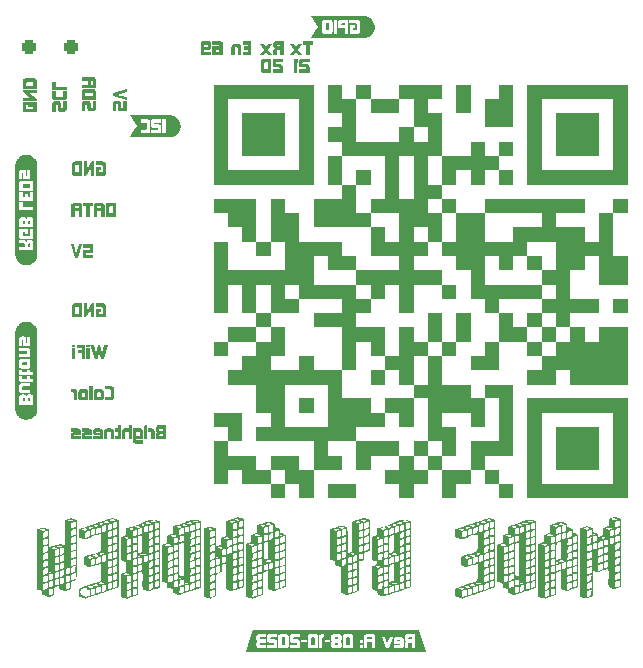
<source format=gbo>
G04 #@! TF.GenerationSoftware,KiCad,Pcbnew,(6.0.10)*
G04 #@! TF.CreationDate,2023-10-08T01:52:56-06:00*
G04 #@! TF.ProjectId,ESP32C3_WordClock,45535033-3243-4335-9f57-6f7264436c6f,rev?*
G04 #@! TF.SameCoordinates,Original*
G04 #@! TF.FileFunction,Legend,Bot*
G04 #@! TF.FilePolarity,Positive*
%FSLAX46Y46*%
G04 Gerber Fmt 4.6, Leading zero omitted, Abs format (unit mm)*
G04 Created by KiCad (PCBNEW (6.0.10)) date 2023-10-08 01:52:56*
%MOMM*%
%LPD*%
G01*
G04 APERTURE LIST*
G04 Aperture macros list*
%AMRoundRect*
0 Rectangle with rounded corners*
0 $1 Rounding radius*
0 $2 $3 $4 $5 $6 $7 $8 $9 X,Y pos of 4 corners*
0 Add a 4 corners polygon primitive as box body*
4,1,4,$2,$3,$4,$5,$6,$7,$8,$9,$2,$3,0*
0 Add four circle primitives for the rounded corners*
1,1,$1+$1,$2,$3*
1,1,$1+$1,$4,$5*
1,1,$1+$1,$6,$7*
1,1,$1+$1,$8,$9*
0 Add four rect primitives between the rounded corners*
20,1,$1+$1,$2,$3,$4,$5,0*
20,1,$1+$1,$4,$5,$6,$7,0*
20,1,$1+$1,$6,$7,$8,$9,0*
20,1,$1+$1,$8,$9,$2,$3,0*%
G04 Aperture macros list end*
%ADD10C,0.650000*%
%ADD11O,1.800000X1.000000*%
%ADD12O,2.100000X1.000000*%
%ADD13RoundRect,0.300000X-0.300000X-0.300000X0.300000X-0.300000X0.300000X0.300000X-0.300000X0.300000X0*%
%ADD14C,1.500000*%
%ADD15C,1.800000*%
G04 APERTURE END LIST*
G36*
X70702569Y-91554819D02*
G01*
X70756544Y-91602444D01*
X71272481Y-91602444D01*
X71272481Y-91878669D01*
X70678756Y-91878669D01*
X70570211Y-91863587D01*
X70492225Y-91818344D01*
X70444798Y-91742937D01*
X70427931Y-91637369D01*
X70427931Y-91246844D01*
X70702569Y-91246844D01*
X70926406Y-91246844D01*
X70979984Y-91229381D01*
X70997844Y-91176994D01*
X70997844Y-90945219D01*
X70980778Y-90892831D01*
X70929581Y-90875369D01*
X70702569Y-90875369D01*
X70702569Y-91246844D01*
X70427931Y-91246844D01*
X70427931Y-90600731D01*
X71053406Y-90600731D01*
X71148656Y-90614225D01*
X71216919Y-90654706D01*
X71258194Y-90722175D01*
X71272481Y-90816631D01*
X71272481Y-91299231D01*
X71257598Y-91396466D01*
X71216125Y-91465919D01*
X71148061Y-91507591D01*
X71053406Y-91521481D01*
X70702569Y-91521481D01*
X70702569Y-91554819D01*
G37*
G36*
X72487018Y-91517016D02*
G01*
X72419053Y-91475047D01*
X72378274Y-91405098D01*
X72364681Y-91307169D01*
X72364681Y-91132544D01*
X72637731Y-91132544D01*
X72637731Y-91161119D01*
X72655194Y-91211125D01*
X72707581Y-91227794D01*
X72961581Y-91227794D01*
X72961581Y-91064281D01*
X72701231Y-91064281D01*
X72637731Y-91132544D01*
X72364681Y-91132544D01*
X72364681Y-91100794D01*
X72377734Y-91018773D01*
X72423242Y-90961094D01*
X72501206Y-90927756D01*
X72424653Y-90896359D01*
X72379145Y-90833917D01*
X72364681Y-90740431D01*
X72364681Y-90732494D01*
X72637731Y-90732494D01*
X72701231Y-90789644D01*
X72961581Y-90789644D01*
X72961581Y-90627719D01*
X72701231Y-90627719D01*
X72653606Y-90645181D01*
X72637731Y-90697569D01*
X72637731Y-90732494D01*
X72364681Y-90732494D01*
X72364681Y-90549931D01*
X72378274Y-90451308D01*
X72419053Y-90380862D01*
X72487018Y-90338595D01*
X72582169Y-90324506D01*
X73236219Y-90324506D01*
X73236219Y-91531006D01*
X72582169Y-91531006D01*
X72487018Y-91517016D01*
G37*
G36*
X70332681Y-91531006D02*
G01*
X70058044Y-91531006D01*
X70058044Y-90875369D01*
X69834206Y-90875369D01*
X69780628Y-90892831D01*
X69762769Y-90945219D01*
X69762769Y-91531006D01*
X69488131Y-91531006D01*
X69488131Y-90822981D01*
X69503014Y-90725747D01*
X69544487Y-90656294D01*
X69612552Y-90614622D01*
X69707206Y-90600731D01*
X70059631Y-90600731D01*
X70059631Y-90321331D01*
X70332681Y-90321331D01*
X70332681Y-91531006D01*
G37*
G36*
X69392881Y-91326219D02*
G01*
X69378693Y-91415813D01*
X69336128Y-91479809D01*
X69265187Y-91518207D01*
X69165869Y-91531006D01*
X68902344Y-91531006D01*
X68902344Y-91256369D01*
X69076969Y-91256369D01*
X69118244Y-91202394D01*
X69118244Y-90875369D01*
X68900756Y-90875369D01*
X68900756Y-90600731D01*
X69118244Y-90600731D01*
X69118244Y-90326094D01*
X69392881Y-90326094D01*
X69392881Y-91326219D01*
G37*
G36*
X67155598Y-91157150D02*
G01*
X67090609Y-91111906D01*
X67051616Y-91036500D01*
X67038619Y-90930931D01*
X67038619Y-90926169D01*
X67311669Y-90926169D01*
X67354531Y-90961094D01*
X67567256Y-90961094D01*
X67606944Y-90924581D01*
X67606944Y-90900769D01*
X67567256Y-90865844D01*
X67354531Y-90865844D01*
X67311669Y-90900769D01*
X67311669Y-90926169D01*
X67038619Y-90926169D01*
X67038619Y-90818219D01*
X67053105Y-90722373D01*
X67093387Y-90653912D01*
X67159467Y-90612836D01*
X67251344Y-90599144D01*
X67659331Y-90599144D01*
X67756566Y-90612836D01*
X67826019Y-90653912D01*
X67867691Y-90722373D01*
X67881581Y-90818219D01*
X67881581Y-91311931D01*
X67867691Y-91407777D01*
X67826019Y-91476237D01*
X67756566Y-91517314D01*
X67659331Y-91531006D01*
X67075131Y-91531006D01*
X67075131Y-91265894D01*
X67556144Y-91265894D01*
X67606944Y-91215094D01*
X67606944Y-91172231D01*
X67246581Y-91172231D01*
X67155598Y-91157150D01*
G37*
G36*
X68688825Y-90617400D02*
G01*
X68758675Y-90663437D01*
X68803919Y-90732494D01*
X68819794Y-90819806D01*
X68819794Y-91531006D01*
X68543569Y-91531006D01*
X68543569Y-90942044D01*
X68481656Y-90875369D01*
X68321319Y-90875369D01*
X68267741Y-90892831D01*
X68249881Y-90945219D01*
X68249881Y-91531006D01*
X67976831Y-91531006D01*
X67976831Y-90819806D01*
X67991912Y-90734875D01*
X68034775Y-90665025D01*
X68103037Y-90618194D01*
X68194319Y-90600731D01*
X68600719Y-90600731D01*
X68688825Y-90617400D01*
G37*
G36*
X66821925Y-90614324D02*
G01*
X66889394Y-90655103D01*
X66929875Y-90723068D01*
X66943369Y-90818219D01*
X66943369Y-90983319D01*
X66929776Y-91074997D01*
X66888997Y-91140481D01*
X66821032Y-91179772D01*
X66725881Y-91192869D01*
X66373456Y-91192869D01*
X66373456Y-91256369D01*
X66929081Y-91256369D01*
X66929081Y-91531006D01*
X66298844Y-91531006D01*
X66212722Y-91517314D01*
X66151206Y-91476237D01*
X66114297Y-91407777D01*
X66101994Y-91311931D01*
X66101994Y-91137306D01*
X66114297Y-91049795D01*
X66151206Y-90987287D01*
X66212722Y-90949783D01*
X66298844Y-90937281D01*
X66670319Y-90937281D01*
X66670319Y-90865844D01*
X66124219Y-90865844D01*
X66124219Y-90600731D01*
X66727469Y-90600731D01*
X66821925Y-90614324D01*
G37*
G36*
X65883713Y-90614324D02*
G01*
X65951181Y-90655103D01*
X65991662Y-90723068D01*
X66005156Y-90818219D01*
X66005156Y-90983319D01*
X65991563Y-91074997D01*
X65950784Y-91140481D01*
X65882820Y-91179772D01*
X65787669Y-91192869D01*
X65435244Y-91192869D01*
X65435244Y-91256369D01*
X65990869Y-91256369D01*
X65990869Y-91531006D01*
X65360631Y-91531006D01*
X65274509Y-91517314D01*
X65212994Y-91476237D01*
X65176084Y-91407777D01*
X65163781Y-91311931D01*
X65163781Y-91137306D01*
X65176084Y-91049795D01*
X65212994Y-90987287D01*
X65274509Y-90949783D01*
X65360631Y-90937281D01*
X65732106Y-90937281D01*
X65732106Y-90865844D01*
X65186006Y-90865844D01*
X65186006Y-90600731D01*
X65789256Y-90600731D01*
X65883713Y-90614324D01*
G37*
G36*
X72133700Y-90617400D02*
G01*
X72203550Y-90663437D01*
X72248794Y-90732494D01*
X72264669Y-90819806D01*
X72264669Y-91531006D01*
X71988444Y-91531006D01*
X71988444Y-90942044D01*
X71926531Y-90875369D01*
X71737619Y-90875369D01*
X71737619Y-90600731D01*
X72045594Y-90600731D01*
X72133700Y-90617400D01*
G37*
G36*
X71642369Y-91531006D02*
G01*
X71367731Y-91531006D01*
X71367731Y-90599144D01*
X71642369Y-90599144D01*
X71642369Y-91531006D01*
G37*
G36*
X71642369Y-90386419D02*
G01*
X71642369Y-90461031D01*
X71585219Y-90522944D01*
X71429644Y-90522944D01*
X71369319Y-90461031D01*
X71369319Y-90386419D01*
X71429644Y-90324506D01*
X71578869Y-90324506D01*
X71642369Y-90386419D01*
G37*
G36*
X68692970Y-87010045D02*
G01*
X68760934Y-87052312D01*
X68801713Y-87122758D01*
X68815306Y-87221381D01*
X68815306Y-87978619D01*
X68801713Y-88076548D01*
X68760934Y-88146497D01*
X68692970Y-88188466D01*
X68597819Y-88202456D01*
X68053306Y-88202456D01*
X68053306Y-87899244D01*
X68472406Y-87899244D01*
X68524794Y-87882575D01*
X68542256Y-87832569D01*
X68542256Y-87369019D01*
X68525984Y-87316631D01*
X68477169Y-87299169D01*
X68053306Y-87299169D01*
X68053306Y-86995956D01*
X68597819Y-86995956D01*
X68692970Y-87010045D01*
G37*
G36*
X67234752Y-88189459D02*
G01*
X67168275Y-88148878D01*
X67128389Y-88080715D01*
X67115094Y-87984969D01*
X67115094Y-87853206D01*
X67388144Y-87853206D01*
X67406400Y-87909166D01*
X67461169Y-87927819D01*
X67621506Y-87927819D01*
X67667941Y-87908372D01*
X67683419Y-87850031D01*
X67683419Y-87618256D01*
X67667544Y-87564678D01*
X67619919Y-87546819D01*
X67464344Y-87546819D01*
X67407194Y-87563884D01*
X67388144Y-87615081D01*
X67388144Y-87853206D01*
X67115094Y-87853206D01*
X67115094Y-87491256D01*
X67128588Y-87394716D01*
X67169069Y-87325759D01*
X67236538Y-87284385D01*
X67330994Y-87270594D01*
X67740569Y-87270594D01*
X67835720Y-87284286D01*
X67903684Y-87325362D01*
X67944463Y-87393823D01*
X67958056Y-87489669D01*
X67958056Y-87991319D01*
X67944166Y-88083691D01*
X67902494Y-88149672D01*
X67833041Y-88189260D01*
X67735806Y-88202456D01*
X67327819Y-88202456D01*
X67234752Y-88189459D01*
G37*
G36*
X65926652Y-88189459D02*
G01*
X65860175Y-88148878D01*
X65820289Y-88080715D01*
X65806994Y-87984969D01*
X65806994Y-87853206D01*
X66080044Y-87853206D01*
X66098300Y-87909166D01*
X66153069Y-87927819D01*
X66313406Y-87927819D01*
X66359841Y-87908372D01*
X66375319Y-87850031D01*
X66375319Y-87618256D01*
X66359444Y-87564678D01*
X66311819Y-87546819D01*
X66156244Y-87546819D01*
X66099094Y-87563884D01*
X66080044Y-87615081D01*
X66080044Y-87853206D01*
X65806994Y-87853206D01*
X65806994Y-87491256D01*
X65820487Y-87394716D01*
X65860969Y-87325759D01*
X65928437Y-87284385D01*
X66022894Y-87270594D01*
X66432469Y-87270594D01*
X66527620Y-87284286D01*
X66595584Y-87325362D01*
X66636363Y-87393823D01*
X66649956Y-87489669D01*
X66649956Y-87991319D01*
X66636066Y-88083691D01*
X66594394Y-88149672D01*
X66524941Y-88189260D01*
X66427706Y-88202456D01*
X66019719Y-88202456D01*
X65926652Y-88189459D01*
G37*
G36*
X67019844Y-88202456D02*
G01*
X66745206Y-88202456D01*
X66745206Y-86997544D01*
X67019844Y-86997544D01*
X67019844Y-88202456D01*
G37*
G36*
X65580775Y-87288850D02*
G01*
X65650625Y-87334887D01*
X65695869Y-87403944D01*
X65711744Y-87491256D01*
X65711744Y-88202456D01*
X65435519Y-88202456D01*
X65435519Y-87613494D01*
X65373606Y-87546819D01*
X65184694Y-87546819D01*
X65184694Y-87272181D01*
X65492669Y-87272181D01*
X65580775Y-87288850D01*
G37*
G36*
X67297681Y-84236525D02*
G01*
X67448494Y-83501513D01*
X67669156Y-83501513D01*
X67821556Y-84236525D01*
X68015231Y-83501513D01*
X68316856Y-83501513D01*
X67940619Y-84703250D01*
X67681856Y-84703250D01*
X67558031Y-84109525D01*
X67435794Y-84703250D01*
X67177031Y-84703250D01*
X66800794Y-83501513D01*
X67100831Y-83501513D01*
X67297681Y-84236525D01*
G37*
G36*
X66391219Y-84703250D02*
G01*
X66114994Y-84703250D01*
X66114994Y-84236525D01*
X65787969Y-84236525D01*
X65787969Y-83961888D01*
X66114994Y-83961888D01*
X66114994Y-83799963D01*
X65653031Y-83799963D01*
X65653031Y-83501513D01*
X66391219Y-83501513D01*
X66391219Y-84703250D01*
G37*
G36*
X66761106Y-84703250D02*
G01*
X66486469Y-84703250D01*
X66486469Y-83771387D01*
X66761106Y-83771387D01*
X66761106Y-84703250D01*
G37*
G36*
X65557781Y-84703250D02*
G01*
X65283144Y-84703250D01*
X65283144Y-83771387D01*
X65557781Y-83771387D01*
X65557781Y-84703250D01*
G37*
G36*
X66761106Y-83558662D02*
G01*
X66761106Y-83633275D01*
X66703956Y-83695188D01*
X66548381Y-83695188D01*
X66488056Y-83633275D01*
X66488056Y-83558662D01*
X66548381Y-83496750D01*
X66697606Y-83496750D01*
X66761106Y-83558662D01*
G37*
G36*
X65557781Y-83558662D02*
G01*
X65557781Y-83633275D01*
X65500631Y-83695188D01*
X65345056Y-83695188D01*
X65284731Y-83633275D01*
X65284731Y-83558662D01*
X65345056Y-83496750D01*
X65494281Y-83496750D01*
X65557781Y-83558662D01*
G37*
G36*
X66511087Y-80639688D02*
G01*
X66988925Y-79996750D01*
X67160375Y-79996750D01*
X67160375Y-81203250D01*
X66885738Y-81203250D01*
X66885738Y-80565075D01*
X66409487Y-81203250D01*
X66238037Y-81203250D01*
X66238037Y-79996750D01*
X66511087Y-79996750D01*
X66511087Y-80639688D01*
G37*
G36*
X68006413Y-80010839D02*
G01*
X68074378Y-80053106D01*
X68115157Y-80123552D01*
X68128750Y-80222175D01*
X68128750Y-80979413D01*
X68115157Y-81077341D01*
X68074378Y-81147291D01*
X68006413Y-81189260D01*
X67911263Y-81203250D01*
X67257213Y-81203250D01*
X67257213Y-80461888D01*
X67719175Y-80461888D01*
X67719175Y-80736525D01*
X67530263Y-80736525D01*
X67530263Y-80900038D01*
X67785850Y-80900038D01*
X67838238Y-80883369D01*
X67855700Y-80833363D01*
X67855700Y-80369813D01*
X67839428Y-80317425D01*
X67790613Y-80299963D01*
X67255625Y-80299963D01*
X67255625Y-79996750D01*
X67911263Y-79996750D01*
X68006413Y-80010839D01*
G37*
G36*
X65393587Y-81189260D02*
G01*
X65325622Y-81147291D01*
X65284843Y-81077341D01*
X65271250Y-80979413D01*
X65271250Y-80833363D01*
X65544300Y-80833363D01*
X65561762Y-80883369D01*
X65614150Y-80900038D01*
X65868150Y-80900038D01*
X65868150Y-80299963D01*
X65607800Y-80299963D01*
X65560175Y-80317425D01*
X65544300Y-80369813D01*
X65544300Y-80833363D01*
X65271250Y-80833363D01*
X65271250Y-80222175D01*
X65284843Y-80123552D01*
X65325622Y-80053106D01*
X65393587Y-80010839D01*
X65488737Y-79996750D01*
X66142787Y-79996750D01*
X66142787Y-81203250D01*
X65488737Y-81203250D01*
X65393587Y-81189260D01*
G37*
G36*
X65634069Y-75793675D02*
G01*
X65827744Y-75001513D01*
X66115081Y-75001513D01*
X65756306Y-76203250D01*
X65511831Y-76203250D01*
X65154644Y-75001513D01*
X65441981Y-75001513D01*
X65634069Y-75793675D01*
G37*
G36*
X67045356Y-75736525D02*
G01*
X66513544Y-75736525D01*
X66463538Y-75753987D01*
X66446869Y-75806375D01*
X66446869Y-75828600D01*
X66463538Y-75882178D01*
X66513544Y-75900038D01*
X67045356Y-75900038D01*
X67045356Y-76203250D01*
X66404006Y-76203250D01*
X66303299Y-76188566D01*
X66231366Y-76144513D01*
X66188205Y-76071091D01*
X66173819Y-75968300D01*
X66173819Y-75674613D01*
X66187015Y-75581545D01*
X66226603Y-75515069D01*
X66292584Y-75475183D01*
X66384956Y-75461888D01*
X66770719Y-75461888D01*
X66770719Y-75299963D01*
X66173819Y-75299963D01*
X66173819Y-74996750D01*
X67045356Y-74996750D01*
X67045356Y-75736525D01*
G37*
G36*
X67907145Y-71513816D02*
G01*
X67975109Y-71555487D01*
X68015888Y-71626528D01*
X68029481Y-71726938D01*
X68029481Y-72703250D01*
X67754844Y-72703250D01*
X67754844Y-72207950D01*
X67380194Y-72207950D01*
X67380194Y-72703250D01*
X67107144Y-72703250D01*
X67107144Y-71925375D01*
X67380194Y-71925375D01*
X67754844Y-71925375D01*
X67754844Y-71784087D01*
X67380194Y-71784087D01*
X67380194Y-71925375D01*
X67107144Y-71925375D01*
X67107144Y-71726938D01*
X67120737Y-71626528D01*
X67161516Y-71555487D01*
X67229480Y-71513816D01*
X67324631Y-71501513D01*
X67811994Y-71501513D01*
X67907145Y-71513816D01*
G37*
G36*
X66003732Y-71513816D02*
G01*
X66071697Y-71555487D01*
X66112476Y-71626528D01*
X66126069Y-71726938D01*
X66126069Y-72703250D01*
X65851431Y-72703250D01*
X65851431Y-72207950D01*
X65476781Y-72207950D01*
X65476781Y-72703250D01*
X65203731Y-72703250D01*
X65203731Y-71925375D01*
X65476781Y-71925375D01*
X65851431Y-71925375D01*
X65851431Y-71784087D01*
X65476781Y-71784087D01*
X65476781Y-71925375D01*
X65203731Y-71925375D01*
X65203731Y-71726938D01*
X65217324Y-71626528D01*
X65258103Y-71555487D01*
X65326068Y-71513816D01*
X65421219Y-71501513D01*
X65908581Y-71501513D01*
X66003732Y-71513816D01*
G37*
G36*
X68247068Y-72689260D02*
G01*
X68179103Y-72647291D01*
X68138324Y-72577341D01*
X68124731Y-72479413D01*
X68124731Y-72333363D01*
X68397781Y-72333363D01*
X68415244Y-72383369D01*
X68467631Y-72400038D01*
X68721631Y-72400038D01*
X68721631Y-71799963D01*
X68461281Y-71799963D01*
X68413656Y-71817425D01*
X68397781Y-71869813D01*
X68397781Y-72333363D01*
X68124731Y-72333363D01*
X68124731Y-71722175D01*
X68138324Y-71623552D01*
X68179103Y-71553106D01*
X68247068Y-71510839D01*
X68342219Y-71496750D01*
X68996269Y-71496750D01*
X68996269Y-72703250D01*
X68342219Y-72703250D01*
X68247068Y-72689260D01*
G37*
G36*
X67027769Y-71799963D02*
G01*
X66746781Y-71799963D01*
X66746781Y-72703250D01*
X66473731Y-72703250D01*
X66473731Y-71799963D01*
X66200681Y-71799963D01*
X66200681Y-71496750D01*
X67027769Y-71496750D01*
X67027769Y-71799963D01*
G37*
G36*
X66511087Y-68639688D02*
G01*
X66988925Y-67996750D01*
X67160375Y-67996750D01*
X67160375Y-69203250D01*
X66885738Y-69203250D01*
X66885738Y-68565075D01*
X66409487Y-69203250D01*
X66238037Y-69203250D01*
X66238037Y-67996750D01*
X66511087Y-67996750D01*
X66511087Y-68639688D01*
G37*
G36*
X68006413Y-68010839D02*
G01*
X68074378Y-68053106D01*
X68115157Y-68123552D01*
X68128750Y-68222175D01*
X68128750Y-68979413D01*
X68115157Y-69077341D01*
X68074378Y-69147291D01*
X68006413Y-69189260D01*
X67911263Y-69203250D01*
X67257213Y-69203250D01*
X67257213Y-68461888D01*
X67719175Y-68461888D01*
X67719175Y-68736525D01*
X67530263Y-68736525D01*
X67530263Y-68900038D01*
X67785850Y-68900038D01*
X67838238Y-68883369D01*
X67855700Y-68833363D01*
X67855700Y-68369813D01*
X67839428Y-68317425D01*
X67790613Y-68299963D01*
X67255625Y-68299963D01*
X67255625Y-67996750D01*
X67911263Y-67996750D01*
X68006413Y-68010839D01*
G37*
G36*
X65393587Y-69189260D02*
G01*
X65325622Y-69147291D01*
X65284843Y-69077341D01*
X65271250Y-68979413D01*
X65271250Y-68833363D01*
X65544300Y-68833363D01*
X65561762Y-68883369D01*
X65614150Y-68900038D01*
X65868150Y-68900038D01*
X65868150Y-68299963D01*
X65607800Y-68299963D01*
X65560175Y-68317425D01*
X65544300Y-68369813D01*
X65544300Y-68833363D01*
X65271250Y-68833363D01*
X65271250Y-68222175D01*
X65284843Y-68123552D01*
X65325622Y-68053106D01*
X65393587Y-68010839D01*
X65488737Y-67996750D01*
X66142787Y-67996750D01*
X66142787Y-69203250D01*
X65488737Y-69203250D01*
X65393587Y-69189260D01*
G37*
G36*
X62303250Y-62211087D02*
G01*
X61660312Y-62211087D01*
X62303250Y-62688925D01*
X62303250Y-62860375D01*
X61096750Y-62860375D01*
X61096750Y-62585738D01*
X61734925Y-62585738D01*
X61096750Y-62109487D01*
X61096750Y-61938037D01*
X62303250Y-61938037D01*
X62303250Y-62211087D01*
G37*
G36*
X62303250Y-63611263D02*
G01*
X62289161Y-63706413D01*
X62246894Y-63774378D01*
X62176448Y-63815157D01*
X62077825Y-63828750D01*
X61320587Y-63828750D01*
X61222659Y-63815157D01*
X61152709Y-63774378D01*
X61110740Y-63706413D01*
X61096750Y-63611263D01*
X61096750Y-62957213D01*
X61838112Y-62957213D01*
X61838112Y-63419175D01*
X61563475Y-63419175D01*
X61563475Y-63230263D01*
X61399962Y-63230263D01*
X61399962Y-63485850D01*
X61416631Y-63538238D01*
X61466637Y-63555700D01*
X61930187Y-63555700D01*
X61982575Y-63539428D01*
X62000037Y-63490613D01*
X62000037Y-62955625D01*
X62303250Y-62955625D01*
X62303250Y-63611263D01*
G37*
G36*
X61110740Y-61093587D02*
G01*
X61152709Y-61025622D01*
X61222659Y-60984843D01*
X61320587Y-60971250D01*
X62077825Y-60971250D01*
X62176448Y-60984843D01*
X62246894Y-61025622D01*
X62289161Y-61093587D01*
X62303250Y-61188737D01*
X62303250Y-61842787D01*
X61096750Y-61842787D01*
X61096750Y-61568150D01*
X61399962Y-61568150D01*
X62000037Y-61568150D01*
X62000037Y-61307800D01*
X61982575Y-61260175D01*
X61930187Y-61244300D01*
X61466637Y-61244300D01*
X61416631Y-61261762D01*
X61399962Y-61314150D01*
X61399962Y-61568150D01*
X61096750Y-61568150D01*
X61096750Y-61188737D01*
X61110740Y-61093587D01*
G37*
G36*
X64218455Y-62910865D02*
G01*
X64284931Y-62950453D01*
X64324817Y-63016434D01*
X64338112Y-63108806D01*
X64338112Y-63427894D01*
X64357559Y-63477900D01*
X64415900Y-63494569D01*
X64433362Y-63494569D01*
X64483369Y-63477503D01*
X64500037Y-63426306D01*
X64500037Y-62908781D01*
X64803250Y-62908781D01*
X64803250Y-63554894D01*
X64788863Y-63648655D01*
X64745703Y-63715628D01*
X64673770Y-63755812D01*
X64573062Y-63769206D01*
X64274612Y-63769206D01*
X64182240Y-63755316D01*
X64116259Y-63713644D01*
X64076671Y-63644191D01*
X64063475Y-63546956D01*
X64063475Y-63237394D01*
X64046013Y-63187388D01*
X63993625Y-63170719D01*
X63971400Y-63170719D01*
X63917822Y-63187388D01*
X63899962Y-63237394D01*
X63899962Y-63769206D01*
X63596750Y-63769206D01*
X63596750Y-63127856D01*
X63611434Y-63027149D01*
X63655487Y-62955216D01*
X63728909Y-62912055D01*
X63831700Y-62897669D01*
X64125387Y-62897669D01*
X64218455Y-62910865D01*
G37*
G36*
X63899962Y-62459519D02*
G01*
X63916631Y-62511906D01*
X63966637Y-62529369D01*
X64430187Y-62529369D01*
X64482575Y-62513097D01*
X64500037Y-62464281D01*
X64500037Y-62040419D01*
X64803250Y-62040419D01*
X64803250Y-62584931D01*
X64789161Y-62680082D01*
X64746894Y-62748047D01*
X64676448Y-62788826D01*
X64577825Y-62802419D01*
X63820587Y-62802419D01*
X63722659Y-62788826D01*
X63652709Y-62748047D01*
X63610740Y-62680082D01*
X63596750Y-62584931D01*
X63596750Y-62040419D01*
X63899962Y-62040419D01*
X63899962Y-62459519D01*
G37*
G36*
X63899962Y-61670531D02*
G01*
X64803250Y-61670531D01*
X64803250Y-61945169D01*
X63596750Y-61945169D01*
X63596750Y-61230794D01*
X63899962Y-61230794D01*
X63899962Y-61670531D01*
G37*
G36*
X66096750Y-61145094D02*
G01*
X66096750Y-60872044D01*
X67073062Y-60872044D01*
X67173472Y-60885637D01*
X67244513Y-60926416D01*
X67286184Y-60994380D01*
X67298487Y-61089531D01*
X67298487Y-61576894D01*
X67286184Y-61672045D01*
X67244513Y-61740009D01*
X67173472Y-61780788D01*
X67073062Y-61794381D01*
X66096750Y-61794381D01*
X66096750Y-61519744D01*
X66592050Y-61519744D01*
X66874625Y-61519744D01*
X67015913Y-61519744D01*
X67015913Y-61145094D01*
X66874625Y-61145094D01*
X66874625Y-61519744D01*
X66592050Y-61519744D01*
X66592050Y-61145094D01*
X66096750Y-61145094D01*
G37*
G36*
X66718455Y-62869615D02*
G01*
X66784931Y-62909203D01*
X66824817Y-62975184D01*
X66838112Y-63067556D01*
X66838112Y-63386644D01*
X66857559Y-63436650D01*
X66915900Y-63453319D01*
X66933362Y-63453319D01*
X66983369Y-63436253D01*
X67000037Y-63385056D01*
X67000037Y-62867531D01*
X67303250Y-62867531D01*
X67303250Y-63513644D01*
X67288863Y-63607405D01*
X67245703Y-63674378D01*
X67173770Y-63714562D01*
X67073062Y-63727956D01*
X66774612Y-63727956D01*
X66682240Y-63714066D01*
X66616259Y-63672394D01*
X66576671Y-63602941D01*
X66563475Y-63505706D01*
X66563475Y-63196144D01*
X66546013Y-63146138D01*
X66493625Y-63129469D01*
X66471400Y-63129469D01*
X66417822Y-63146138D01*
X66399962Y-63196144D01*
X66399962Y-63727956D01*
X66096750Y-63727956D01*
X66096750Y-63086606D01*
X66111434Y-62985899D01*
X66155487Y-62913966D01*
X66228909Y-62870805D01*
X66331700Y-62856419D01*
X66625387Y-62856419D01*
X66718455Y-62869615D01*
G37*
G36*
X66110740Y-62011968D02*
G01*
X66152709Y-61944003D01*
X66222659Y-61903224D01*
X66320587Y-61889631D01*
X67077825Y-61889631D01*
X67176448Y-61903224D01*
X67246894Y-61944003D01*
X67289161Y-62011968D01*
X67303250Y-62107119D01*
X67303250Y-62761169D01*
X66096750Y-62761169D01*
X66096750Y-62486531D01*
X66399962Y-62486531D01*
X67000037Y-62486531D01*
X67000037Y-62226181D01*
X66982575Y-62178556D01*
X66930187Y-62162681D01*
X66466637Y-62162681D01*
X66416631Y-62180144D01*
X66399962Y-62232531D01*
X66399962Y-62486531D01*
X66096750Y-62486531D01*
X66096750Y-62107119D01*
X66110740Y-62011968D01*
G37*
G36*
X69318455Y-62887015D02*
G01*
X69384931Y-62926603D01*
X69424817Y-62992584D01*
X69438112Y-63084956D01*
X69438112Y-63470719D01*
X69600037Y-63470719D01*
X69600037Y-62873819D01*
X69903250Y-62873819D01*
X69903250Y-63745356D01*
X69163475Y-63745356D01*
X69163475Y-63213544D01*
X69146013Y-63163538D01*
X69093625Y-63146869D01*
X69071400Y-63146869D01*
X69017822Y-63163538D01*
X68999962Y-63213544D01*
X68999962Y-63745356D01*
X68696750Y-63745356D01*
X68696750Y-63104006D01*
X68711434Y-63003299D01*
X68755487Y-62931366D01*
X68828909Y-62888205D01*
X68931700Y-62873819D01*
X69225387Y-62873819D01*
X69318455Y-62887015D01*
G37*
G36*
X69898487Y-62141981D02*
G01*
X69106325Y-62334069D01*
X69898487Y-62527744D01*
X69898487Y-62815081D01*
X68696750Y-62456306D01*
X68696750Y-62211831D01*
X69898487Y-61854644D01*
X69898487Y-62141981D01*
G37*
G36*
X81400495Y-60489260D02*
G01*
X81334019Y-60448878D01*
X81294133Y-60380516D01*
X81280837Y-60284175D01*
X81280837Y-60123838D01*
X81553887Y-60123838D01*
X81572144Y-60179797D01*
X81626912Y-60198450D01*
X81815825Y-60198450D01*
X81862259Y-60179003D01*
X81877738Y-60120663D01*
X81877738Y-59669813D01*
X81861862Y-59616234D01*
X81814238Y-59598375D01*
X81630088Y-59598375D01*
X81572937Y-59615441D01*
X81553887Y-59666638D01*
X81553887Y-60123838D01*
X81280837Y-60123838D01*
X81280837Y-59515825D01*
X81294927Y-59419880D01*
X81335606Y-59351122D01*
X81402877Y-59309549D01*
X81496738Y-59295162D01*
X81934888Y-59295162D01*
X82030038Y-59308855D01*
X82098003Y-59349931D01*
X82138782Y-59418392D01*
X82152375Y-59514238D01*
X82152375Y-60290525D01*
X82138484Y-60382898D01*
X82096813Y-60448878D01*
X82027359Y-60488466D01*
X81930125Y-60501663D01*
X81493563Y-60501663D01*
X81400495Y-60489260D01*
G37*
G36*
X83119163Y-59598375D02*
G01*
X82590525Y-59598375D01*
X82539328Y-59615044D01*
X82522263Y-59665050D01*
X82522263Y-59682513D01*
X82538931Y-59740853D01*
X82588938Y-59760300D01*
X82908025Y-59760300D01*
X83000398Y-59773595D01*
X83066378Y-59813481D01*
X83105966Y-59879958D01*
X83119163Y-59973025D01*
X83119163Y-60501663D01*
X82247625Y-60501663D01*
X82247625Y-60198450D01*
X82847700Y-60198450D01*
X82847700Y-60104788D01*
X82829047Y-60052400D01*
X82779438Y-60034938D01*
X82469875Y-60034938D01*
X82372641Y-60021741D01*
X82303188Y-59982153D01*
X82261516Y-59916173D01*
X82247625Y-59823800D01*
X82247625Y-59525350D01*
X82261020Y-59424643D01*
X82301203Y-59352709D01*
X82368176Y-59309549D01*
X82461938Y-59295162D01*
X83119163Y-59295162D01*
X83119163Y-59598375D01*
G37*
G36*
X84408694Y-59599963D02*
G01*
X84359481Y-59599963D01*
X84300744Y-59666638D01*
X84300744Y-60503250D01*
X84024519Y-60503250D01*
X84024519Y-59515825D01*
X84040394Y-59428512D01*
X84085638Y-59359456D01*
X84155487Y-59313419D01*
X84243594Y-59296750D01*
X84408694Y-59296750D01*
X84408694Y-59599963D01*
G37*
G36*
X85375481Y-59599963D02*
G01*
X84846844Y-59599963D01*
X84795647Y-59616631D01*
X84778581Y-59666638D01*
X84778581Y-59684100D01*
X84795250Y-59742441D01*
X84845256Y-59761888D01*
X85164344Y-59761888D01*
X85256716Y-59775183D01*
X85322697Y-59815069D01*
X85362285Y-59881545D01*
X85375481Y-59974613D01*
X85375481Y-60503250D01*
X84503944Y-60503250D01*
X84503944Y-60200038D01*
X85104019Y-60200038D01*
X85104019Y-60106375D01*
X85085366Y-60053987D01*
X85035756Y-60036525D01*
X84726194Y-60036525D01*
X84628959Y-60023329D01*
X84559506Y-59983741D01*
X84517834Y-59917760D01*
X84503944Y-59825388D01*
X84503944Y-59526938D01*
X84517338Y-59426230D01*
X84557522Y-59354297D01*
X84624495Y-59311137D01*
X84718256Y-59296750D01*
X85375481Y-59296750D01*
X85375481Y-59599963D01*
G37*
G36*
X77900001Y-57810839D02*
G01*
X77967966Y-57853106D01*
X78008745Y-57923552D01*
X78022338Y-58022175D01*
X78022338Y-58779413D01*
X78008745Y-58877341D01*
X77967966Y-58947291D01*
X77900001Y-58989260D01*
X77804850Y-59003250D01*
X77150800Y-59003250D01*
X77150800Y-58261888D01*
X77612763Y-58261888D01*
X77612763Y-58536525D01*
X77423850Y-58536525D01*
X77423850Y-58700038D01*
X77679438Y-58700038D01*
X77731825Y-58683369D01*
X77749288Y-58633363D01*
X77749288Y-58169813D01*
X77733016Y-58117425D01*
X77684200Y-58099963D01*
X77149213Y-58099963D01*
X77149213Y-57796750D01*
X77804850Y-57796750D01*
X77900001Y-57810839D01*
G37*
G36*
X76457063Y-58631775D02*
G01*
X76518975Y-58700038D01*
X77053963Y-58700038D01*
X77053963Y-59003250D01*
X76390387Y-59003250D01*
X76299106Y-58988863D01*
X76233225Y-58945703D01*
X76192744Y-58873770D01*
X76177663Y-58773063D01*
X76177663Y-58196800D01*
X76457063Y-58196800D01*
X76474128Y-58246806D01*
X76525325Y-58263475D01*
X76712650Y-58263475D01*
X76763847Y-58246806D01*
X76780913Y-58196800D01*
X76780913Y-58165050D01*
X76715825Y-58099963D01*
X76522150Y-58099963D01*
X76457063Y-58165050D01*
X76457063Y-58196800D01*
X76177663Y-58196800D01*
X76177663Y-58022175D01*
X76193041Y-57923552D01*
X76234416Y-57853106D01*
X76301785Y-57810839D01*
X76395150Y-57796750D01*
X76842825Y-57796750D01*
X76935198Y-57810045D01*
X77001178Y-57849931D01*
X77040766Y-57916408D01*
X77053963Y-58009475D01*
X77053963Y-58336500D01*
X77035089Y-58448507D01*
X76978468Y-58515711D01*
X76884100Y-58538113D01*
X76457063Y-58538113D01*
X76457063Y-58631775D01*
G37*
G36*
X79473794Y-58087262D02*
G01*
X79543644Y-58133300D01*
X79588888Y-58202356D01*
X79604763Y-58289669D01*
X79604763Y-59000869D01*
X79328538Y-59000869D01*
X79328538Y-58411906D01*
X79266625Y-58345231D01*
X79106287Y-58345231D01*
X79052709Y-58362694D01*
X79034850Y-58415081D01*
X79034850Y-59000869D01*
X78761800Y-59000869D01*
X78761800Y-58289669D01*
X78776881Y-58204737D01*
X78819744Y-58134887D01*
X78888006Y-58088056D01*
X78979288Y-58070594D01*
X79385688Y-58070594D01*
X79473794Y-58087262D01*
G37*
G36*
X80438200Y-59000869D02*
G01*
X79700013Y-59000869D01*
X79700013Y-58697656D01*
X80161975Y-58697656D01*
X80161975Y-58534144D01*
X79834950Y-58534144D01*
X79834950Y-58259506D01*
X80161975Y-58259506D01*
X80161975Y-58097581D01*
X79700013Y-58097581D01*
X79700013Y-57799131D01*
X80438200Y-57799131D01*
X80438200Y-59000869D01*
G37*
G36*
X82590525Y-59003250D02*
G01*
X82317475Y-59003250D01*
X82317475Y-58573037D01*
X82330528Y-58491017D01*
X82376036Y-58433337D01*
X82454000Y-58400000D01*
X82377447Y-58368603D01*
X82331939Y-58306161D01*
X82317475Y-58212675D01*
X82317475Y-58204737D01*
X82590525Y-58204737D01*
X82654025Y-58261888D01*
X82914375Y-58261888D01*
X82914375Y-58099963D01*
X82654025Y-58099963D01*
X82606400Y-58117425D01*
X82590525Y-58169813D01*
X82590525Y-58204737D01*
X82317475Y-58204737D01*
X82317475Y-58022175D01*
X82331068Y-57923552D01*
X82371847Y-57853106D01*
X82439812Y-57810839D01*
X82534963Y-57796750D01*
X83189013Y-57796750D01*
X83189013Y-59003250D01*
X82914375Y-59003250D01*
X82914375Y-58536525D01*
X82654025Y-58536525D01*
X82590525Y-58604788D01*
X82590525Y-59003250D01*
G37*
G36*
X81714225Y-58322213D02*
G01*
X81876150Y-58071387D01*
X82217463Y-58071387D01*
X81877738Y-58538113D01*
X82217463Y-59003250D01*
X81876150Y-59003250D01*
X81714225Y-58752425D01*
X81550713Y-59003250D01*
X81210987Y-59003250D01*
X81552300Y-58538113D01*
X81214163Y-58071387D01*
X81550713Y-58071387D01*
X81714225Y-58322213D01*
G37*
G36*
X85654088Y-58099963D02*
G01*
X85373100Y-58099963D01*
X85373100Y-59003250D01*
X85100050Y-59003250D01*
X85100050Y-58099963D01*
X84827000Y-58099963D01*
X84827000Y-57796750D01*
X85654088Y-57796750D01*
X85654088Y-58099963D01*
G37*
G36*
X84249150Y-58322213D02*
G01*
X84411075Y-58071387D01*
X84752387Y-58071387D01*
X84412663Y-58538113D01*
X84752387Y-59003250D01*
X84411075Y-59003250D01*
X84249150Y-58752425D01*
X84085637Y-59003250D01*
X83745912Y-59003250D01*
X84087225Y-58538113D01*
X83749087Y-58071387D01*
X84085637Y-58071387D01*
X84249150Y-58322213D01*
G37*
G36*
X60470518Y-68256662D02*
G01*
X60483967Y-68165998D01*
X60506238Y-68077088D01*
X60537116Y-67990790D01*
X60576304Y-67907934D01*
X60623425Y-67829317D01*
X60678024Y-67755698D01*
X60739577Y-67687785D01*
X60807490Y-67626233D01*
X60881109Y-67571633D01*
X60959725Y-67524512D01*
X61042582Y-67485324D01*
X61128880Y-67454446D01*
X61217790Y-67432175D01*
X61308454Y-67418727D01*
X61400000Y-67414229D01*
X61491546Y-67418727D01*
X61582210Y-67432175D01*
X61671120Y-67454446D01*
X61757418Y-67485324D01*
X61840275Y-67524512D01*
X61918891Y-67571633D01*
X61992510Y-67626233D01*
X62060423Y-67687785D01*
X62121976Y-67755698D01*
X62176575Y-67829317D01*
X62223696Y-67907934D01*
X62262884Y-67990790D01*
X62293762Y-68077088D01*
X62316033Y-68165998D01*
X62329482Y-68256662D01*
X62333979Y-68348208D01*
X62333979Y-75851792D01*
X62329482Y-75943338D01*
X62316033Y-76034002D01*
X62293762Y-76122912D01*
X62262884Y-76209210D01*
X62223696Y-76292066D01*
X62176575Y-76370683D01*
X62121976Y-76444302D01*
X62060423Y-76512215D01*
X61992510Y-76573767D01*
X61918891Y-76628367D01*
X61840275Y-76675488D01*
X61757418Y-76714676D01*
X61671120Y-76745554D01*
X61582210Y-76767825D01*
X61491546Y-76781273D01*
X61400000Y-76785771D01*
X61308454Y-76781273D01*
X61217790Y-76767825D01*
X61128880Y-76745554D01*
X61042582Y-76714676D01*
X60959725Y-76675488D01*
X60881109Y-76628367D01*
X60807490Y-76573767D01*
X60739577Y-76512215D01*
X60678024Y-76444302D01*
X60623425Y-76370683D01*
X60576304Y-76292066D01*
X60537116Y-76209210D01*
X60506238Y-76122912D01*
X60483967Y-76034002D01*
X60470518Y-75943338D01*
X60466021Y-75851792D01*
X60466021Y-74922575D01*
X60796750Y-74922575D01*
X61195212Y-74922575D01*
X61263475Y-74986075D01*
X61263475Y-75246425D01*
X60796750Y-75246425D01*
X60796750Y-75521063D01*
X62003250Y-75521063D01*
X62003250Y-74867012D01*
X61989161Y-74771862D01*
X61946894Y-74703897D01*
X61876448Y-74663118D01*
X61777825Y-74649525D01*
X61587325Y-74649525D01*
X61493839Y-74663989D01*
X61431397Y-74709497D01*
X61400000Y-74786050D01*
X61366663Y-74708086D01*
X61308983Y-74662578D01*
X61226963Y-74649525D01*
X60796750Y-74649525D01*
X60796750Y-74922575D01*
X60466021Y-74922575D01*
X60466021Y-74332025D01*
X60796750Y-74332025D01*
X60810740Y-74427176D01*
X60852709Y-74495141D01*
X60922659Y-74535920D01*
X61020587Y-74549513D01*
X61777825Y-74549513D01*
X61876448Y-74535920D01*
X61946894Y-74495141D01*
X61989161Y-74427176D01*
X62003250Y-74332025D01*
X62003250Y-73676387D01*
X61700037Y-73676387D01*
X61700037Y-74211375D01*
X61682575Y-74260191D01*
X61630187Y-74276463D01*
X61166637Y-74276463D01*
X61116631Y-74259000D01*
X61099962Y-74206613D01*
X61099962Y-73951025D01*
X61263475Y-73951025D01*
X61263475Y-74139937D01*
X61538112Y-74139937D01*
X61538112Y-73677975D01*
X60796750Y-73677975D01*
X60796750Y-74332025D01*
X60466021Y-74332025D01*
X60466021Y-73581137D01*
X60796750Y-73581137D01*
X62003250Y-73581137D01*
X62003250Y-72927087D01*
X61989161Y-72831937D01*
X61946894Y-72763972D01*
X61876448Y-72723193D01*
X61777825Y-72709600D01*
X61587325Y-72709600D01*
X61493839Y-72724064D01*
X61431397Y-72769572D01*
X61400000Y-72846125D01*
X61366663Y-72768161D01*
X61308983Y-72722653D01*
X61226963Y-72709600D01*
X61020587Y-72709600D01*
X60922659Y-72723193D01*
X60852709Y-72763972D01*
X60810740Y-72831937D01*
X60796750Y-72927087D01*
X60796750Y-73581137D01*
X60466021Y-73581137D01*
X60466021Y-72130162D01*
X60796750Y-72130162D01*
X62003250Y-72130162D01*
X62003250Y-71855525D01*
X61099962Y-71855525D01*
X61099962Y-71415787D01*
X60796750Y-71415787D01*
X60796750Y-72130162D01*
X60466021Y-72130162D01*
X60466021Y-71320537D01*
X60796750Y-71320537D01*
X61998487Y-71320537D01*
X61998487Y-70582350D01*
X61700037Y-70582350D01*
X61700037Y-71044312D01*
X61538112Y-71044312D01*
X61538112Y-70717287D01*
X61263475Y-70717287D01*
X61263475Y-71044312D01*
X61099962Y-71044312D01*
X61099962Y-70582350D01*
X60796750Y-70582350D01*
X60796750Y-71320537D01*
X60466021Y-71320537D01*
X60466021Y-70487100D01*
X60796750Y-70487100D01*
X62003250Y-70487100D01*
X62003250Y-69833050D01*
X61989161Y-69737899D01*
X61946894Y-69669934D01*
X61876448Y-69629155D01*
X61777825Y-69615562D01*
X61020587Y-69615562D01*
X60922659Y-69629155D01*
X60852709Y-69669934D01*
X60810740Y-69737899D01*
X60796750Y-69833050D01*
X60796750Y-70487100D01*
X60466021Y-70487100D01*
X60466021Y-69506025D01*
X60796750Y-69506025D01*
X61071387Y-69506025D01*
X61071387Y-68950400D01*
X61134887Y-68950400D01*
X61134887Y-69302825D01*
X61147984Y-69397976D01*
X61187275Y-69465941D01*
X61252759Y-69506720D01*
X61344437Y-69520312D01*
X61509537Y-69520312D01*
X61604688Y-69506819D01*
X61672653Y-69466337D01*
X61713432Y-69398869D01*
X61727025Y-69304412D01*
X61727025Y-68701162D01*
X61461912Y-68701162D01*
X61461912Y-69247262D01*
X61390475Y-69247262D01*
X61390475Y-68875787D01*
X61377973Y-68789666D01*
X61340469Y-68728150D01*
X61277961Y-68691241D01*
X61190450Y-68678937D01*
X61015825Y-68678937D01*
X60919980Y-68691241D01*
X60851519Y-68728150D01*
X60810442Y-68789666D01*
X60796750Y-68875787D01*
X60796750Y-69506025D01*
X60466021Y-69506025D01*
X60466021Y-68348208D01*
X60470518Y-68256662D01*
G37*
G36*
X61682575Y-69904487D02*
G01*
X61700037Y-69952112D01*
X61700037Y-70212462D01*
X61099962Y-70212462D01*
X61099962Y-69958462D01*
X61116631Y-69906075D01*
X61166637Y-69888612D01*
X61630187Y-69888612D01*
X61682575Y-69904487D01*
G37*
G36*
X61263475Y-73046150D02*
G01*
X61263475Y-73306500D01*
X61099962Y-73306500D01*
X61099962Y-73052500D01*
X61116631Y-73000112D01*
X61166637Y-72982650D01*
X61195212Y-72982650D01*
X61263475Y-73046150D01*
G37*
G36*
X61682575Y-72998525D02*
G01*
X61700037Y-73046150D01*
X61700037Y-73306500D01*
X61538112Y-73306500D01*
X61538112Y-73046150D01*
X61595263Y-72982650D01*
X61630187Y-72982650D01*
X61682575Y-72998525D01*
G37*
G36*
X61682575Y-74938450D02*
G01*
X61700037Y-74986075D01*
X61700037Y-75246425D01*
X61538112Y-75246425D01*
X61538112Y-74986075D01*
X61595263Y-74922575D01*
X61630187Y-74922575D01*
X61682575Y-74938450D01*
G37*
G36*
X60469728Y-82390778D02*
G01*
X60483188Y-82300037D01*
X60505478Y-82211052D01*
X60536382Y-82124680D01*
X60575604Y-82041753D01*
X60622765Y-81963070D01*
X60677411Y-81889388D01*
X60739016Y-81821418D01*
X60806986Y-81759813D01*
X60880668Y-81705167D01*
X60959351Y-81658006D01*
X61042278Y-81618785D01*
X61128650Y-81587880D01*
X61217635Y-81565591D01*
X61308376Y-81552130D01*
X61400000Y-81547629D01*
X61491624Y-81552130D01*
X61582365Y-81565591D01*
X61671350Y-81587880D01*
X61757722Y-81618785D01*
X61840649Y-81658006D01*
X61919332Y-81705167D01*
X61993014Y-81759813D01*
X62060984Y-81821418D01*
X62122589Y-81889388D01*
X62177235Y-81963070D01*
X62224396Y-82041753D01*
X62263618Y-82124680D01*
X62294522Y-82211052D01*
X62316812Y-82300037D01*
X62330272Y-82390778D01*
X62334773Y-82482402D01*
X62334773Y-88917598D01*
X62330272Y-89009222D01*
X62316812Y-89099963D01*
X62294522Y-89188948D01*
X62263618Y-89275320D01*
X62224396Y-89358247D01*
X62177235Y-89436930D01*
X62122589Y-89510612D01*
X62060984Y-89578582D01*
X61993014Y-89640187D01*
X61919332Y-89694833D01*
X61840649Y-89741994D01*
X61757722Y-89781215D01*
X61671350Y-89812120D01*
X61582365Y-89834409D01*
X61491624Y-89847870D01*
X61400000Y-89852371D01*
X61308376Y-89847870D01*
X61217635Y-89834409D01*
X61128650Y-89812120D01*
X61042278Y-89781215D01*
X60959351Y-89741994D01*
X60880668Y-89694833D01*
X60806986Y-89640187D01*
X60739016Y-89578582D01*
X60677411Y-89510612D01*
X60622765Y-89436930D01*
X60575604Y-89358247D01*
X60536382Y-89275320D01*
X60505478Y-89188948D01*
X60483188Y-89099963D01*
X60469728Y-89009222D01*
X60465227Y-88917598D01*
X60465227Y-88586869D01*
X60797544Y-88586869D01*
X62004044Y-88586869D01*
X62004044Y-87932819D01*
X61989955Y-87837668D01*
X61947688Y-87769703D01*
X61877242Y-87728924D01*
X61778619Y-87715331D01*
X61588119Y-87715331D01*
X61494633Y-87729795D01*
X61432191Y-87775303D01*
X61400794Y-87851856D01*
X61367456Y-87773892D01*
X61309777Y-87728384D01*
X61227756Y-87715331D01*
X61021381Y-87715331D01*
X60923452Y-87728924D01*
X60853503Y-87769703D01*
X60811534Y-87837668D01*
X60797544Y-87932819D01*
X60797544Y-88586869D01*
X60465227Y-88586869D01*
X60465227Y-87396244D01*
X60797544Y-87396244D01*
X60814212Y-87484350D01*
X60860250Y-87554200D01*
X60929306Y-87599444D01*
X61016619Y-87615319D01*
X61729406Y-87615319D01*
X61729406Y-87339094D01*
X61138856Y-87339094D01*
X61072181Y-87277181D01*
X61072181Y-87116844D01*
X61089644Y-87063266D01*
X61142031Y-87045406D01*
X61729406Y-87045406D01*
X61729406Y-86772356D01*
X61016619Y-86772356D01*
X60930894Y-86787438D01*
X60861837Y-86830300D01*
X60815006Y-86898563D01*
X60797544Y-86989844D01*
X60797544Y-87396244D01*
X60465227Y-87396244D01*
X60465227Y-86450094D01*
X60797544Y-86450094D01*
X60810343Y-86549412D01*
X60848741Y-86620353D01*
X60912737Y-86662918D01*
X61002331Y-86677106D01*
X62002456Y-86677106D01*
X62002456Y-86402469D01*
X61727819Y-86402469D01*
X61727819Y-86184981D01*
X61453181Y-86184981D01*
X61453181Y-86402469D01*
X61126156Y-86402469D01*
X61072181Y-86361194D01*
X61072181Y-86186569D01*
X60797544Y-86186569D01*
X60797544Y-86450094D01*
X60465227Y-86450094D01*
X60465227Y-85877006D01*
X60797544Y-85877006D01*
X60810343Y-85976324D01*
X60848741Y-86047266D01*
X60912737Y-86089830D01*
X61002331Y-86104019D01*
X62002456Y-86104019D01*
X62002456Y-85829381D01*
X61727819Y-85829381D01*
X61727819Y-85611894D01*
X61453181Y-85611894D01*
X61453181Y-85829381D01*
X61126156Y-85829381D01*
X61072181Y-85788106D01*
X61072181Y-85613481D01*
X60797544Y-85613481D01*
X60797544Y-85877006D01*
X60465227Y-85877006D01*
X60465227Y-85308681D01*
X60797544Y-85308681D01*
X60810740Y-85405916D01*
X60850328Y-85475369D01*
X60916309Y-85517041D01*
X61008681Y-85530931D01*
X61510331Y-85530931D01*
X61606177Y-85517338D01*
X61674638Y-85476559D01*
X61715714Y-85408595D01*
X61729406Y-85313444D01*
X61729406Y-84903869D01*
X61715615Y-84809412D01*
X61674241Y-84741944D01*
X61605284Y-84701463D01*
X61508744Y-84687969D01*
X61015031Y-84687969D01*
X60919285Y-84701264D01*
X60851122Y-84741150D01*
X60810541Y-84807627D01*
X60797544Y-84900694D01*
X60797544Y-85308681D01*
X60465227Y-85308681D01*
X60465227Y-84022806D01*
X60797544Y-84022806D01*
X61383331Y-84022806D01*
X61435719Y-84040666D01*
X61453181Y-84094244D01*
X61453181Y-84254581D01*
X61386506Y-84316494D01*
X60797544Y-84316494D01*
X60797544Y-84592719D01*
X61508744Y-84592719D01*
X61596056Y-84576844D01*
X61665113Y-84531600D01*
X61711150Y-84461750D01*
X61727819Y-84373644D01*
X61727819Y-83967244D01*
X61710356Y-83875963D01*
X61663525Y-83807700D01*
X61593675Y-83764837D01*
X61508744Y-83749756D01*
X60797544Y-83749756D01*
X60797544Y-84022806D01*
X60465227Y-84022806D01*
X60465227Y-83640219D01*
X60797544Y-83640219D01*
X61072181Y-83640219D01*
X61072181Y-83084594D01*
X61135681Y-83084594D01*
X61135681Y-83437019D01*
X61148778Y-83532170D01*
X61188069Y-83600134D01*
X61253553Y-83640913D01*
X61345231Y-83654506D01*
X61510331Y-83654506D01*
X61605482Y-83641013D01*
X61673447Y-83600531D01*
X61714226Y-83533063D01*
X61727819Y-83438606D01*
X61727819Y-82835356D01*
X61462706Y-82835356D01*
X61462706Y-83381456D01*
X61391269Y-83381456D01*
X61391269Y-83009981D01*
X61378767Y-82923859D01*
X61341262Y-82862344D01*
X61278755Y-82825434D01*
X61191244Y-82813131D01*
X61016619Y-82813131D01*
X60920773Y-82825434D01*
X60852312Y-82862344D01*
X60811236Y-82923859D01*
X60797544Y-83009981D01*
X60797544Y-83640219D01*
X60465227Y-83640219D01*
X60465227Y-82482402D01*
X60469728Y-82390778D01*
G37*
G36*
X61436116Y-84980069D02*
G01*
X61453181Y-85037219D01*
X61453181Y-85192794D01*
X61435322Y-85240419D01*
X61381744Y-85256294D01*
X61149969Y-85256294D01*
X61091628Y-85240816D01*
X61072181Y-85194381D01*
X61072181Y-85034044D01*
X61090834Y-84979275D01*
X61146794Y-84961019D01*
X61384919Y-84961019D01*
X61436116Y-84980069D01*
G37*
G36*
X61264269Y-88051881D02*
G01*
X61264269Y-88312231D01*
X61100756Y-88312231D01*
X61100756Y-88058231D01*
X61117425Y-88005844D01*
X61167431Y-87988381D01*
X61196006Y-87988381D01*
X61264269Y-88051881D01*
G37*
G36*
X61683369Y-88004256D02*
G01*
X61700831Y-88051881D01*
X61700831Y-88312231D01*
X61538906Y-88312231D01*
X61538906Y-88051881D01*
X61596056Y-87988381D01*
X61630981Y-87988381D01*
X61683369Y-88004256D01*
G37*
G36*
X70764270Y-65000000D02*
G01*
X70141617Y-64066021D01*
X73524403Y-64066021D01*
X73615949Y-64070518D01*
X73706614Y-64083967D01*
X73795523Y-64106238D01*
X73881822Y-64137116D01*
X73964678Y-64176304D01*
X74043294Y-64223425D01*
X74116914Y-64278024D01*
X74184826Y-64339577D01*
X74246379Y-64407490D01*
X74300979Y-64481109D01*
X74348100Y-64559725D01*
X74387288Y-64642582D01*
X74418166Y-64728880D01*
X74440436Y-64817790D01*
X74453885Y-64908454D01*
X74458383Y-65000000D01*
X74453885Y-65091546D01*
X74440436Y-65182210D01*
X74418166Y-65271120D01*
X74387288Y-65357418D01*
X74348100Y-65440275D01*
X74300979Y-65518891D01*
X74246379Y-65592510D01*
X74184826Y-65660423D01*
X74116914Y-65721976D01*
X74043294Y-65776575D01*
X73964678Y-65823696D01*
X73881822Y-65862884D01*
X73795523Y-65893762D01*
X73706614Y-65916033D01*
X73615949Y-65929482D01*
X73524403Y-65933979D01*
X70141617Y-65933979D01*
X70362103Y-65603250D01*
X71094999Y-65603250D01*
X71639512Y-65603250D01*
X71952249Y-65603250D01*
X72823787Y-65603250D01*
X72919037Y-65603250D01*
X73193674Y-65603250D01*
X73193674Y-64396750D01*
X72919037Y-64396750D01*
X72919037Y-65603250D01*
X72823787Y-65603250D01*
X72823787Y-65074613D01*
X72810591Y-64981545D01*
X72771002Y-64915069D01*
X72705022Y-64875183D01*
X72612649Y-64861888D01*
X72293562Y-64861888D01*
X72243556Y-64842441D01*
X72226887Y-64784100D01*
X72226887Y-64766638D01*
X72243952Y-64716631D01*
X72295149Y-64699963D01*
X72823787Y-64699963D01*
X72823787Y-64396750D01*
X72166562Y-64396750D01*
X72072800Y-64411137D01*
X72005827Y-64454297D01*
X71965644Y-64526230D01*
X71952249Y-64626938D01*
X71952249Y-64925388D01*
X71966140Y-65017760D01*
X72007812Y-65083741D01*
X72077265Y-65123329D01*
X72174499Y-65136525D01*
X72484062Y-65136525D01*
X72533671Y-65153987D01*
X72552324Y-65206375D01*
X72552324Y-65300038D01*
X71952249Y-65300038D01*
X71952249Y-65603250D01*
X71639512Y-65603250D01*
X71734663Y-65589260D01*
X71802627Y-65547291D01*
X71843406Y-65477341D01*
X71856999Y-65379413D01*
X71856999Y-64622175D01*
X71843406Y-64523552D01*
X71802627Y-64453106D01*
X71734663Y-64410839D01*
X71639512Y-64396750D01*
X71094999Y-64396750D01*
X71094999Y-64699963D01*
X71518862Y-64699963D01*
X71567677Y-64717425D01*
X71583949Y-64769813D01*
X71583949Y-65233363D01*
X71566487Y-65283369D01*
X71514099Y-65300038D01*
X71094999Y-65300038D01*
X71094999Y-65603250D01*
X70362103Y-65603250D01*
X70764270Y-65000000D01*
G37*
G36*
X86125049Y-56600000D02*
G01*
X85501338Y-55664433D01*
X89963095Y-55664433D01*
X90054797Y-55668938D01*
X90145615Y-55682410D01*
X90234676Y-55704719D01*
X90321121Y-55735649D01*
X90404118Y-55774904D01*
X90482868Y-55822105D01*
X90556612Y-55876797D01*
X90624641Y-55938454D01*
X90686298Y-56006483D01*
X90740990Y-56080227D01*
X90788191Y-56158977D01*
X90827446Y-56241974D01*
X90858377Y-56328419D01*
X90880685Y-56417480D01*
X90894157Y-56508298D01*
X90898662Y-56600000D01*
X90894157Y-56691702D01*
X90880685Y-56782520D01*
X90858377Y-56871581D01*
X90827446Y-56958026D01*
X90788191Y-57041023D01*
X90740990Y-57119773D01*
X90686298Y-57193517D01*
X90624641Y-57261546D01*
X90556612Y-57323203D01*
X90482868Y-57377895D01*
X90404118Y-57425096D01*
X90321121Y-57464351D01*
X90234676Y-57495281D01*
X90145615Y-57517590D01*
X90054797Y-57531062D01*
X89963095Y-57535567D01*
X85501338Y-57535567D01*
X85868932Y-56984175D01*
X86455778Y-56984175D01*
X86469074Y-57080516D01*
X86508960Y-57148878D01*
X86575436Y-57189260D01*
X86668503Y-57201663D01*
X87105066Y-57201663D01*
X87422566Y-57201663D01*
X87697203Y-57201663D01*
X87697203Y-56536500D01*
X87792453Y-56536500D01*
X87806046Y-56623316D01*
X87846825Y-56685328D01*
X87914790Y-56722535D01*
X88009941Y-56734937D01*
X88389353Y-56734937D01*
X88389353Y-57201663D01*
X88663991Y-57201663D01*
X88663991Y-56298375D01*
X88759241Y-56298375D01*
X89294228Y-56298375D01*
X89343044Y-56315837D01*
X89359316Y-56368225D01*
X89359316Y-56831775D01*
X89341853Y-56881781D01*
X89289466Y-56898450D01*
X89033878Y-56898450D01*
X89033878Y-56734937D01*
X89222791Y-56734937D01*
X89222791Y-56460300D01*
X88760828Y-56460300D01*
X88760828Y-57201663D01*
X89414878Y-57201663D01*
X89510029Y-57187673D01*
X89577994Y-57145703D01*
X89618773Y-57075754D01*
X89632366Y-56977825D01*
X89632366Y-56220587D01*
X89618773Y-56121964D01*
X89577994Y-56051519D01*
X89510029Y-56009252D01*
X89414878Y-55995162D01*
X88759241Y-55995162D01*
X88759241Y-56298375D01*
X88663991Y-56298375D01*
X88663991Y-55995162D01*
X88009941Y-55995162D01*
X87914790Y-56009252D01*
X87846825Y-56051519D01*
X87806046Y-56121964D01*
X87792453Y-56220587D01*
X87792453Y-56536500D01*
X87697203Y-56536500D01*
X87697203Y-55995162D01*
X87422566Y-55995162D01*
X87422566Y-57201663D01*
X87105066Y-57201663D01*
X87202300Y-57188466D01*
X87271753Y-57148878D01*
X87313425Y-57082898D01*
X87327316Y-56990525D01*
X87327316Y-56214237D01*
X87313723Y-56118392D01*
X87272944Y-56049931D01*
X87204979Y-56008855D01*
X87109828Y-55995162D01*
X86671678Y-55995162D01*
X86577818Y-56009549D01*
X86510547Y-56051122D01*
X86469868Y-56119880D01*
X86455778Y-56215825D01*
X86455778Y-56984175D01*
X85868932Y-56984175D01*
X86125049Y-56600000D01*
G37*
G36*
X87036803Y-56316234D02*
G01*
X87052678Y-56369812D01*
X87052678Y-56820663D01*
X87037200Y-56879003D01*
X86990766Y-56898450D01*
X86801853Y-56898450D01*
X86747085Y-56879797D01*
X86728828Y-56823838D01*
X86728828Y-56366637D01*
X86747878Y-56315441D01*
X86805028Y-56298375D01*
X86989178Y-56298375D01*
X87036803Y-56316234D01*
G37*
G36*
X88389353Y-56460300D02*
G01*
X88129003Y-56460300D01*
X88065503Y-56403150D01*
X88065503Y-56368225D01*
X88081378Y-56315837D01*
X88129003Y-56298375D01*
X88389353Y-56298375D01*
X88389353Y-56460300D01*
G37*
G36*
X80547796Y-107664433D02*
G01*
X94652204Y-107664433D01*
X95213544Y-109535567D01*
X79986456Y-109535567D01*
X80153779Y-108977825D01*
X80883288Y-108977825D01*
X80896880Y-109075754D01*
X80937659Y-109145703D01*
X81005624Y-109187673D01*
X81100775Y-109201663D01*
X81670688Y-109201663D01*
X81765937Y-109201663D01*
X82637475Y-109201663D01*
X82637475Y-108984175D01*
X82732725Y-108984175D01*
X82746020Y-109080516D01*
X82785906Y-109148878D01*
X82852383Y-109189260D01*
X82945450Y-109201663D01*
X83382012Y-109201663D01*
X83699512Y-109201663D01*
X84571050Y-109201663D01*
X84571050Y-108984175D01*
X85217162Y-108984175D01*
X85230458Y-109080516D01*
X85270344Y-109148878D01*
X85336820Y-109189260D01*
X85429887Y-109201663D01*
X85866450Y-109201663D01*
X86183950Y-109201663D01*
X86460175Y-109201663D01*
X86460175Y-108977825D01*
X87219000Y-108977825D01*
X87232593Y-109075754D01*
X87273372Y-109145703D01*
X87341337Y-109187673D01*
X87436487Y-109201663D01*
X87873050Y-109201663D01*
X87968201Y-109187673D01*
X88036166Y-109145703D01*
X88076945Y-109075754D01*
X88089656Y-108984175D01*
X88190550Y-108984175D01*
X88203845Y-109080516D01*
X88243731Y-109148878D01*
X88310208Y-109189260D01*
X88403275Y-109201663D01*
X88839837Y-109201663D01*
X88937072Y-109188466D01*
X89006525Y-109148878D01*
X89048197Y-109082898D01*
X89062087Y-108990525D01*
X89062087Y-108960363D01*
X89636762Y-108960363D01*
X89636762Y-109139750D01*
X89697087Y-109201663D01*
X89852662Y-109201663D01*
X90005062Y-109201663D01*
X90278112Y-109201663D01*
X90278112Y-108706363D01*
X90652762Y-108706363D01*
X90652762Y-109201663D01*
X90927400Y-109201663D01*
X90927400Y-108269800D01*
X91471912Y-108269800D01*
X91840212Y-109201663D01*
X92079925Y-109201663D01*
X92317093Y-108601588D01*
X92506962Y-108601588D01*
X92519960Y-108707156D01*
X92558953Y-108782563D01*
X92623941Y-108827806D01*
X92714925Y-108842888D01*
X93075287Y-108842888D01*
X93075287Y-108885750D01*
X93024487Y-108936550D01*
X92543475Y-108936550D01*
X92543475Y-109201663D01*
X93127675Y-109201663D01*
X93449937Y-109201663D01*
X93722987Y-109201663D01*
X93722987Y-108803200D01*
X93786487Y-108734938D01*
X94046837Y-108734938D01*
X94046837Y-109201663D01*
X94321475Y-109201663D01*
X94321475Y-107995162D01*
X93667425Y-107995162D01*
X93572274Y-108009252D01*
X93504309Y-108051519D01*
X93463530Y-108121964D01*
X93449937Y-108220588D01*
X93449937Y-108411088D01*
X93464401Y-108504574D01*
X93509910Y-108567015D01*
X93586462Y-108598413D01*
X93508499Y-108631750D01*
X93462990Y-108689429D01*
X93449937Y-108771450D01*
X93449937Y-109201663D01*
X93127675Y-109201663D01*
X93224909Y-109187970D01*
X93294362Y-109146894D01*
X93336034Y-109078433D01*
X93349925Y-108982588D01*
X93349925Y-108488875D01*
X93336034Y-108393030D01*
X93294362Y-108324569D01*
X93224909Y-108283492D01*
X93127675Y-108269800D01*
X92719687Y-108269800D01*
X92627811Y-108283492D01*
X92561731Y-108324569D01*
X92521448Y-108393030D01*
X92506962Y-108488875D01*
X92506962Y-108601588D01*
X92317093Y-108601588D01*
X92448225Y-108269800D01*
X92159300Y-108269800D01*
X91960862Y-108803200D01*
X91762425Y-108269800D01*
X91471912Y-108269800D01*
X90927400Y-108269800D01*
X90927400Y-108225350D01*
X90913807Y-108124941D01*
X90873028Y-108053900D01*
X90805063Y-108012228D01*
X90709912Y-107999925D01*
X90222550Y-107999925D01*
X90127399Y-108012228D01*
X90059434Y-108053900D01*
X90018655Y-108124941D01*
X90005062Y-108225350D01*
X90005062Y-109201663D01*
X89852662Y-109201663D01*
X89909812Y-109139750D01*
X89909812Y-108960363D01*
X89846312Y-108898450D01*
X89697087Y-108898450D01*
X89636762Y-108960363D01*
X89062087Y-108960363D01*
X89062087Y-108688900D01*
X89636762Y-108688900D01*
X89697087Y-108750813D01*
X89852662Y-108750813D01*
X89909812Y-108688900D01*
X89909812Y-108509513D01*
X89846312Y-108447600D01*
X89697087Y-108447600D01*
X89636762Y-108509513D01*
X89636762Y-108688900D01*
X89062087Y-108688900D01*
X89062087Y-108214238D01*
X89048495Y-108118392D01*
X89007716Y-108049931D01*
X88939751Y-108008855D01*
X88844600Y-107995162D01*
X88406450Y-107995162D01*
X88312589Y-108009549D01*
X88245319Y-108051122D01*
X88204639Y-108119880D01*
X88190550Y-108215825D01*
X88190550Y-108984175D01*
X88089656Y-108984175D01*
X88090537Y-108977825D01*
X88090537Y-108771450D01*
X88077485Y-108689429D01*
X88031976Y-108631750D01*
X87954012Y-108598413D01*
X88030565Y-108567015D01*
X88076074Y-108504574D01*
X88090537Y-108411088D01*
X88090537Y-108220588D01*
X88076945Y-108121964D01*
X88036166Y-108051519D01*
X87968201Y-108009252D01*
X87873050Y-107995162D01*
X87436487Y-107995162D01*
X87341337Y-108009252D01*
X87273372Y-108051519D01*
X87232593Y-108121964D01*
X87219000Y-108220588D01*
X87219000Y-108411088D01*
X87233464Y-108504574D01*
X87278972Y-108567015D01*
X87355525Y-108598413D01*
X87277561Y-108631750D01*
X87232053Y-108689429D01*
X87219000Y-108771450D01*
X87219000Y-108977825D01*
X86460175Y-108977825D01*
X86460175Y-108673025D01*
X86663375Y-108673025D01*
X87118987Y-108673025D01*
X87118987Y-108523800D01*
X86663375Y-108523800D01*
X86663375Y-108673025D01*
X86460175Y-108673025D01*
X86460175Y-108365050D01*
X86518912Y-108298375D01*
X86568125Y-108298375D01*
X86568125Y-107995162D01*
X86403025Y-107995162D01*
X86314919Y-108011831D01*
X86245069Y-108057869D01*
X86199825Y-108126925D01*
X86183950Y-108214238D01*
X86183950Y-109201663D01*
X85866450Y-109201663D01*
X85963684Y-109188466D01*
X86033137Y-109148878D01*
X86074809Y-109082898D01*
X86088700Y-108990525D01*
X86088700Y-108214238D01*
X86075107Y-108118392D01*
X86034328Y-108049931D01*
X85966363Y-108008855D01*
X85871212Y-107995162D01*
X85433062Y-107995162D01*
X85339202Y-108009549D01*
X85271931Y-108051122D01*
X85231252Y-108119880D01*
X85217162Y-108215825D01*
X85217162Y-108984175D01*
X84571050Y-108984175D01*
X84571050Y-108673025D01*
X84666300Y-108673025D01*
X85121912Y-108673025D01*
X85121912Y-108523800D01*
X84666300Y-108523800D01*
X84666300Y-108673025D01*
X84571050Y-108673025D01*
X84557854Y-108579958D01*
X84518266Y-108513481D01*
X84452285Y-108473595D01*
X84359912Y-108460300D01*
X84040825Y-108460300D01*
X83990819Y-108440853D01*
X83974150Y-108382513D01*
X83974150Y-108365050D01*
X83991216Y-108315044D01*
X84042412Y-108298375D01*
X84571050Y-108298375D01*
X84571050Y-107995162D01*
X83913825Y-107995162D01*
X83820063Y-108009549D01*
X83753091Y-108052709D01*
X83712907Y-108124643D01*
X83699512Y-108225350D01*
X83699512Y-108523800D01*
X83713403Y-108616173D01*
X83755075Y-108682153D01*
X83824528Y-108721741D01*
X83921762Y-108734938D01*
X84231325Y-108734938D01*
X84280934Y-108752400D01*
X84299587Y-108804788D01*
X84299587Y-108898450D01*
X83699512Y-108898450D01*
X83699512Y-109201663D01*
X83382012Y-109201663D01*
X83479247Y-109188466D01*
X83548700Y-109148878D01*
X83590372Y-109082898D01*
X83604262Y-108990525D01*
X83604262Y-108214238D01*
X83590670Y-108118392D01*
X83549891Y-108049931D01*
X83481926Y-108008855D01*
X83386775Y-107995162D01*
X82948625Y-107995162D01*
X82854764Y-108009549D01*
X82787494Y-108051122D01*
X82746814Y-108119880D01*
X82732725Y-108215825D01*
X82732725Y-108984175D01*
X82637475Y-108984175D01*
X82637475Y-108673025D01*
X82624279Y-108579958D01*
X82584691Y-108513481D01*
X82518710Y-108473595D01*
X82426337Y-108460300D01*
X82107250Y-108460300D01*
X82057244Y-108440853D01*
X82040575Y-108382513D01*
X82040575Y-108365050D01*
X82057641Y-108315044D01*
X82108837Y-108298375D01*
X82637475Y-108298375D01*
X82637475Y-107995162D01*
X81980250Y-107995162D01*
X81886488Y-108009549D01*
X81819516Y-108052709D01*
X81779332Y-108124643D01*
X81765937Y-108225350D01*
X81765937Y-108523800D01*
X81779828Y-108616173D01*
X81821500Y-108682153D01*
X81890953Y-108721741D01*
X81988187Y-108734938D01*
X82297750Y-108734938D01*
X82347359Y-108752400D01*
X82366012Y-108804788D01*
X82366012Y-108898450D01*
X81765937Y-108898450D01*
X81765937Y-109201663D01*
X81670688Y-109201663D01*
X81670688Y-108898450D01*
X81226188Y-108898450D01*
X81173800Y-108881781D01*
X81156337Y-108831775D01*
X81156337Y-108803200D01*
X81219838Y-108734938D01*
X81670688Y-108734938D01*
X81670688Y-108460300D01*
X81219838Y-108460300D01*
X81156337Y-108403150D01*
X81156337Y-108368225D01*
X81172212Y-108315838D01*
X81219838Y-108298375D01*
X81670688Y-108298375D01*
X81670688Y-107995162D01*
X81100775Y-107995162D01*
X81005624Y-108009252D01*
X80937659Y-108051519D01*
X80896880Y-108121964D01*
X80883288Y-108220588D01*
X80883288Y-108411088D01*
X80897751Y-108504574D01*
X80943260Y-108567015D01*
X81019813Y-108598413D01*
X80941849Y-108631750D01*
X80896340Y-108689429D01*
X80883288Y-108771450D01*
X80883288Y-108977825D01*
X80153779Y-108977825D01*
X80547796Y-107664433D01*
G37*
G36*
X85798187Y-108316234D02*
G01*
X85814062Y-108369813D01*
X85814062Y-108820663D01*
X85798584Y-108879003D01*
X85752150Y-108898450D01*
X85563237Y-108898450D01*
X85508469Y-108879797D01*
X85490212Y-108823838D01*
X85490212Y-108366638D01*
X85509262Y-108315441D01*
X85566412Y-108298375D01*
X85750562Y-108298375D01*
X85798187Y-108316234D01*
G37*
G36*
X88771575Y-108316234D02*
G01*
X88787450Y-108369813D01*
X88787450Y-108820663D01*
X88771972Y-108879003D01*
X88725537Y-108898450D01*
X88536625Y-108898450D01*
X88481856Y-108879797D01*
X88463600Y-108823838D01*
X88463600Y-108366638D01*
X88482650Y-108315441D01*
X88539800Y-108298375D01*
X88723950Y-108298375D01*
X88771575Y-108316234D01*
G37*
G36*
X83313750Y-108316234D02*
G01*
X83329625Y-108369813D01*
X83329625Y-108820663D01*
X83314147Y-108879003D01*
X83267712Y-108898450D01*
X83078800Y-108898450D01*
X83024031Y-108879797D01*
X83005775Y-108823838D01*
X83005775Y-108366638D01*
X83024825Y-108315441D01*
X83081975Y-108298375D01*
X83266125Y-108298375D01*
X83313750Y-108316234D01*
G37*
G36*
X90652762Y-108423788D02*
G01*
X90278112Y-108423788D01*
X90278112Y-108282500D01*
X90652762Y-108282500D01*
X90652762Y-108423788D01*
G37*
G36*
X87817487Y-108803200D02*
G01*
X87817487Y-108831775D01*
X87800025Y-108881781D01*
X87747637Y-108898450D01*
X87561900Y-108898450D01*
X87509512Y-108881781D01*
X87492050Y-108831775D01*
X87492050Y-108803200D01*
X87555550Y-108734938D01*
X87753987Y-108734938D01*
X87817487Y-108803200D01*
G37*
G36*
X87801612Y-108315838D02*
G01*
X87817487Y-108368225D01*
X87817487Y-108403150D01*
X87753987Y-108460300D01*
X87555550Y-108460300D01*
X87492050Y-108403150D01*
X87492050Y-108368225D01*
X87507925Y-108315838D01*
X87555550Y-108298375D01*
X87753987Y-108298375D01*
X87801612Y-108315838D01*
G37*
G36*
X94046837Y-108460300D02*
G01*
X93786487Y-108460300D01*
X93722987Y-108403150D01*
X93722987Y-108368225D01*
X93738862Y-108315838D01*
X93786487Y-108298375D01*
X94046837Y-108298375D01*
X94046837Y-108460300D01*
G37*
G36*
X93075287Y-108571425D02*
G01*
X93075287Y-108595238D01*
X93035600Y-108631750D01*
X92822875Y-108631750D01*
X92780012Y-108596825D01*
X92780012Y-108571425D01*
X92822875Y-108536500D01*
X93035600Y-108536500D01*
X93075287Y-108571425D01*
G37*
G36*
X109881431Y-102716165D02*
G01*
X109677834Y-102743012D01*
X109395656Y-102654237D01*
X109359937Y-102643000D01*
X109341185Y-103195748D01*
X109342078Y-103739566D01*
X109346543Y-104279812D01*
X109338506Y-104821844D01*
X109106334Y-104903997D01*
X108917025Y-104979120D01*
X108881306Y-104993294D01*
X108859875Y-104993294D01*
X108838444Y-104987856D01*
X108620559Y-104932572D01*
X108381244Y-104864706D01*
X108359813Y-104843275D01*
X108874163Y-104843275D01*
X108917025Y-104864706D01*
X109074188Y-104800412D01*
X109238494Y-104736119D01*
X109245637Y-104507519D01*
X109252781Y-104257488D01*
X109209919Y-104236056D01*
X109059900Y-104293206D01*
X108917025Y-104349114D01*
X108895594Y-104357500D01*
X108877734Y-104600387D01*
X108874163Y-104843275D01*
X108359813Y-104843275D01*
X108309806Y-104793269D01*
X108309806Y-104186050D01*
X108874163Y-104186050D01*
X108917025Y-104221769D01*
X109063472Y-104171763D01*
X109209919Y-104114613D01*
X109252781Y-104071750D01*
X109252781Y-103614550D01*
X109202775Y-103607406D01*
X109074188Y-103653841D01*
X108931312Y-103693131D01*
X108917025Y-103709205D01*
X108874163Y-103757425D01*
X108874163Y-104186050D01*
X108309806Y-104186050D01*
X108309806Y-103557400D01*
X108874163Y-103557400D01*
X108917025Y-103593119D01*
X109074188Y-103532397D01*
X109238494Y-103464531D01*
X109245637Y-103235931D01*
X109252781Y-102985900D01*
X109209919Y-102964469D01*
X109070616Y-103025191D01*
X108917025Y-103064481D01*
X108874163Y-103121631D01*
X108874163Y-103557400D01*
X108309806Y-103557400D01*
X108309806Y-102928750D01*
X108874163Y-102928750D01*
X108917025Y-102950181D01*
X109077759Y-102893031D01*
X109195631Y-102857313D01*
X109252781Y-102800163D01*
X109252781Y-102621569D01*
X109831425Y-102621569D01*
X109881431Y-102628713D01*
X110042166Y-102575134D01*
X110195756Y-102492981D01*
X110195756Y-102450119D01*
X110302913Y-102450119D01*
X110338631Y-102478694D01*
X110506509Y-102421544D01*
X110681531Y-102335819D01*
X110681531Y-101885762D01*
X111263747Y-101885762D01*
X111267319Y-102142938D01*
X111295894Y-102164369D01*
X111453056Y-102103647D01*
X111617363Y-102035781D01*
X111628078Y-101803609D01*
X111631650Y-101557150D01*
X111595931Y-101542863D01*
X111453056Y-101592869D01*
X111295894Y-101635731D01*
X111263747Y-101885762D01*
X110681531Y-101885762D01*
X110681531Y-101871475D01*
X110645813Y-101857187D01*
X110488650Y-101910766D01*
X110345775Y-101963567D01*
X110324344Y-101971487D01*
X110306484Y-102207231D01*
X110302913Y-102450119D01*
X110195756Y-102450119D01*
X110195756Y-102035781D01*
X110160037Y-102021494D01*
X110020734Y-102064356D01*
X109867144Y-102121506D01*
X109831425Y-102164369D01*
X109831425Y-102621569D01*
X109252781Y-102621569D01*
X109252781Y-102342962D01*
X109209919Y-102335819D01*
X109059900Y-102382253D01*
X108917025Y-102441267D01*
X108895594Y-102450119D01*
X108877734Y-102685863D01*
X108874163Y-102928750D01*
X108309806Y-102928750D01*
X108309806Y-102300100D01*
X108874163Y-102300100D01*
X108917025Y-102321531D01*
X109063472Y-102260809D01*
X109209919Y-102207231D01*
X109252781Y-102164369D01*
X109252781Y-101978631D01*
X109831425Y-101978631D01*
X109867144Y-102000062D01*
X110013591Y-101942912D01*
X110160037Y-101900050D01*
X110195756Y-101857187D01*
X110195756Y-101821469D01*
X110302913Y-101821469D01*
X110345775Y-101842900D01*
X110645813Y-101735744D01*
X110681531Y-101692881D01*
X110681531Y-101257112D01*
X111263747Y-101257112D01*
X111267319Y-101507144D01*
X111295894Y-101521431D01*
X111442341Y-101467853D01*
X111595931Y-101421419D01*
X111631650Y-101371412D01*
X111631650Y-100914212D01*
X111595931Y-100907069D01*
X111453056Y-100949931D01*
X111295894Y-101007081D01*
X111263747Y-101257112D01*
X110681531Y-101257112D01*
X110681531Y-101235681D01*
X110645813Y-101214250D01*
X110488650Y-101278544D01*
X110345775Y-101328239D01*
X110324344Y-101335694D01*
X110306484Y-101575009D01*
X110302913Y-101821469D01*
X110195756Y-101821469D01*
X110195756Y-101399987D01*
X110160037Y-101385700D01*
X109881431Y-101480834D01*
X109867144Y-101485712D01*
X109831425Y-101542863D01*
X109831425Y-101978631D01*
X109252781Y-101978631D01*
X109252781Y-101707169D01*
X109092047Y-101742887D01*
X108917025Y-101789120D01*
X108902737Y-101792894D01*
X108874163Y-102042925D01*
X108874163Y-102300100D01*
X108309806Y-102300100D01*
X108309806Y-101657162D01*
X108874163Y-101657162D01*
X108917025Y-101678594D01*
X109052756Y-101628588D01*
X109195631Y-101585725D01*
X109252781Y-101535719D01*
X109252781Y-101349981D01*
X109831425Y-101349981D01*
X109881431Y-101364269D01*
X110042166Y-101303547D01*
X110195756Y-101228537D01*
X110195756Y-101192819D01*
X110302913Y-101192819D01*
X110345775Y-101199962D01*
X110492222Y-101153528D01*
X110645813Y-101099950D01*
X110681531Y-101057087D01*
X110681531Y-100617747D01*
X111263747Y-100617747D01*
X111267319Y-100871350D01*
X111295894Y-100892781D01*
X111453056Y-100828487D01*
X111617363Y-100764194D01*
X111628078Y-100535594D01*
X111631650Y-100285562D01*
X111595931Y-100271275D01*
X111453056Y-100321281D01*
X111295894Y-100364144D01*
X111263747Y-100617747D01*
X110681531Y-100617747D01*
X110681531Y-100592744D01*
X110513653Y-100632034D01*
X110345775Y-100683426D01*
X110338631Y-100685612D01*
X110302913Y-100935644D01*
X110302913Y-101192819D01*
X110195756Y-101192819D01*
X110195756Y-100764194D01*
X110160037Y-100742762D01*
X110020734Y-100792769D01*
X109867144Y-100842775D01*
X109834997Y-101099950D01*
X109831425Y-101349981D01*
X109252781Y-101349981D01*
X109252781Y-101078519D01*
X109209919Y-101057087D01*
X109059900Y-101114237D01*
X108902737Y-101175736D01*
X108895594Y-101178531D01*
X108877734Y-101417847D01*
X108874163Y-101657162D01*
X108309806Y-101657162D01*
X108309806Y-101021369D01*
X108874163Y-101021369D01*
X108902737Y-101057087D01*
X109077759Y-100992794D01*
X109252781Y-100907069D01*
X109252781Y-100871350D01*
X109352794Y-100871350D01*
X109395656Y-100892781D01*
X109534959Y-100832059D01*
X109674262Y-100792769D01*
X109731413Y-100735619D01*
X109731413Y-100707044D01*
X109831425Y-100707044D01*
X109867144Y-100735619D01*
X110024306Y-100671325D01*
X110188613Y-100607031D01*
X110192185Y-100549881D01*
X110302913Y-100549881D01*
X110345775Y-100571312D01*
X110502937Y-100510591D01*
X110667244Y-100449869D01*
X110671140Y-100385575D01*
X110781544Y-100385575D01*
X110831550Y-100414150D01*
X110985141Y-100346284D01*
X111145875Y-100285562D01*
X111149447Y-100228412D01*
X111267319Y-100228412D01*
X111295894Y-100249844D01*
X111431625Y-100199837D01*
X111574500Y-100156975D01*
X111631650Y-100099825D01*
X111631650Y-99642625D01*
X111595931Y-99635481D01*
X111453056Y-99681916D01*
X111295894Y-99735494D01*
X111267319Y-99792644D01*
X111267319Y-100228412D01*
X111149447Y-100228412D01*
X111160163Y-100056962D01*
X111160163Y-99806931D01*
X111117300Y-99792644D01*
X110970853Y-99842650D01*
X110817263Y-99899800D01*
X110781544Y-99949806D01*
X110781544Y-100385575D01*
X110671140Y-100385575D01*
X110681531Y-100214125D01*
X110681531Y-99964094D01*
X110645813Y-99942662D01*
X110488650Y-100006956D01*
X110324344Y-100071250D01*
X110306484Y-100306994D01*
X110302913Y-100549881D01*
X110192185Y-100549881D01*
X110202900Y-100378431D01*
X110195756Y-100121256D01*
X110160037Y-100114112D01*
X110020734Y-100164119D01*
X109881431Y-100202994D01*
X109867144Y-100206981D01*
X109834997Y-100453441D01*
X109831425Y-100707044D01*
X109731413Y-100707044D01*
X109731413Y-100271275D01*
X109570678Y-100310566D01*
X109395656Y-100362043D01*
X109388512Y-100364144D01*
X109352794Y-100617747D01*
X109352794Y-100871350D01*
X109252781Y-100871350D01*
X109252781Y-100449869D01*
X109209919Y-100421294D01*
X109059900Y-100478444D01*
X108917025Y-100528139D01*
X108895594Y-100535594D01*
X108877734Y-100778481D01*
X108874163Y-101021369D01*
X108309806Y-101021369D01*
X108309806Y-100385575D01*
X108874163Y-100385575D01*
X108917025Y-100414150D01*
X109074188Y-100349856D01*
X109238494Y-100285562D01*
X109240057Y-100235556D01*
X109352794Y-100235556D01*
X109395656Y-100249844D01*
X109674262Y-100156975D01*
X109731413Y-100099825D01*
X109731413Y-100071250D01*
X109831425Y-100071250D01*
X109881431Y-100085537D01*
X109967156Y-100056962D01*
X110060025Y-100021244D01*
X109974300Y-99992669D01*
X109881431Y-99949806D01*
X109845713Y-99949806D01*
X109834997Y-100006956D01*
X109831425Y-100071250D01*
X109731413Y-100071250D01*
X109731413Y-99864081D01*
X109967156Y-99864081D01*
X110117175Y-99910516D01*
X110252906Y-99964094D01*
X110402925Y-99903372D01*
X110531513Y-99871225D01*
X110265408Y-99787286D01*
X109967156Y-99864081D01*
X109731413Y-99864081D01*
X109731413Y-99642625D01*
X109681406Y-99635481D01*
X109542103Y-99681916D01*
X109388512Y-99735494D01*
X109352794Y-99985525D01*
X109352794Y-100235556D01*
X109240057Y-100235556D01*
X109245637Y-100056962D01*
X109252781Y-99806931D01*
X109209919Y-99785500D01*
X109059900Y-99846222D01*
X108917025Y-99899024D01*
X108895594Y-99906944D01*
X108877734Y-100146259D01*
X108874163Y-100385575D01*
X108309806Y-100385575D01*
X108309806Y-99764069D01*
X108874163Y-99764069D01*
X108917025Y-99771212D01*
X109063472Y-99724778D01*
X109209919Y-99664056D01*
X109252781Y-99621194D01*
X109252781Y-99560472D01*
X109352794Y-99560472D01*
X109388512Y-99621194D01*
X109477809Y-99585475D01*
X109581394Y-99542612D01*
X109488525Y-99510466D01*
X109388512Y-99471175D01*
X109352794Y-99492606D01*
X109352794Y-99560472D01*
X109252781Y-99560472D01*
X109252781Y-99163994D01*
X109084903Y-99203284D01*
X108902737Y-99256862D01*
X108874163Y-99506894D01*
X108874163Y-99764069D01*
X108309806Y-99764069D01*
X108309806Y-99056837D01*
X108538406Y-99056837D01*
X108684853Y-99113987D01*
X108838444Y-99163994D01*
X108974175Y-99113987D01*
X109109906Y-99056837D01*
X108838444Y-98971112D01*
X108691997Y-99021119D01*
X108538406Y-99056837D01*
X108309806Y-99056837D01*
X108331237Y-99028262D01*
X108842016Y-98896103D01*
X109317075Y-99028262D01*
X109338506Y-99056837D01*
X109338506Y-99292581D01*
X109377797Y-99342587D01*
X109434947Y-99374734D01*
X109574250Y-99428312D01*
X109752844Y-99471175D01*
X109795706Y-99506894D01*
X109817137Y-99528325D01*
X109817137Y-99735494D01*
X109845713Y-99771212D01*
X109910006Y-99749781D01*
X110781544Y-99749781D01*
X110817263Y-99785500D01*
X110974425Y-99721206D01*
X111138731Y-99656912D01*
X111156591Y-99421169D01*
X111157747Y-99342587D01*
X111263747Y-99342587D01*
X111267319Y-99599762D01*
X111295894Y-99621194D01*
X111453056Y-99560472D01*
X111617363Y-99492606D01*
X111628078Y-99264006D01*
X111631650Y-99013975D01*
X111595931Y-99006831D01*
X111453056Y-99049694D01*
X111295894Y-99092556D01*
X111263747Y-99342587D01*
X111157747Y-99342587D01*
X111160163Y-99178281D01*
X111124444Y-99156850D01*
X110974425Y-99206856D01*
X110802975Y-99264006D01*
X110788688Y-99503322D01*
X110781544Y-99749781D01*
X109910006Y-99749781D01*
X110188613Y-99656912D01*
X110210044Y-99614050D01*
X110210044Y-99056837D01*
X110460075Y-99056837D01*
X110595806Y-99117559D01*
X110738681Y-99163994D01*
X110874413Y-99117559D01*
X111010144Y-99071125D01*
X110892272Y-99028262D01*
X110745825Y-98971112D01*
X110610094Y-99013975D01*
X110460075Y-99056837D01*
X110210044Y-99056837D01*
X110231475Y-99028262D01*
X110449755Y-98956825D01*
X111267319Y-98956825D01*
X111295894Y-98978256D01*
X111431625Y-98928250D01*
X111574500Y-98892531D01*
X111631650Y-98835381D01*
X111631650Y-98378181D01*
X111595931Y-98363894D01*
X111453056Y-98413900D01*
X111295894Y-98463906D01*
X111267319Y-98521056D01*
X111267319Y-98956825D01*
X110449755Y-98956825D01*
X110624381Y-98899675D01*
X110688675Y-98821094D01*
X110688675Y-98271025D01*
X110694628Y-98263881D01*
X110931563Y-98263881D01*
X111063722Y-98317459D01*
X111203025Y-98378181D01*
X111345900Y-98321031D01*
X111488775Y-98271025D01*
X111363759Y-98228163D01*
X111231600Y-98178156D01*
X111085153Y-98213875D01*
X110931563Y-98263881D01*
X110694628Y-98263881D01*
X110724394Y-98228163D01*
X111195881Y-98104933D01*
X111638794Y-98192444D01*
X111710231Y-98235306D01*
X111726305Y-98469264D01*
X111731663Y-99142562D01*
X111731663Y-103993169D01*
X111710231Y-104028888D01*
X111303038Y-104140218D01*
X111233386Y-104159261D01*
X111203025Y-104153000D01*
X110831550Y-104076392D01*
X110774400Y-104064606D01*
X110747612Y-104050319D01*
X111267319Y-104050319D01*
X111303038Y-104064606D01*
X111474488Y-104003884D01*
X111631650Y-103928875D01*
X111631650Y-103464531D01*
X111595931Y-103457387D01*
X111453056Y-103493106D01*
X111295894Y-103543113D01*
X111267319Y-103593119D01*
X111267319Y-104050319D01*
X110747612Y-104050319D01*
X110738681Y-104045556D01*
X110720822Y-104036031D01*
X110688675Y-104014600D01*
X110685103Y-103629730D01*
X110687176Y-103407381D01*
X111267319Y-103407381D01*
X111295894Y-103428812D01*
X111442341Y-103375234D01*
X111595931Y-103328800D01*
X111631650Y-103285938D01*
X111631650Y-102821594D01*
X111595931Y-102814450D01*
X111303038Y-102912081D01*
X111295894Y-102914463D01*
X111267319Y-102971613D01*
X111267319Y-103407381D01*
X110687176Y-103407381D01*
X110688675Y-103246647D01*
X110690461Y-102863563D01*
X110682608Y-102525128D01*
X111263747Y-102525128D01*
X111267319Y-102778731D01*
X111303038Y-102785875D01*
X111474488Y-102732297D01*
X111631650Y-102650144D01*
X111631650Y-102200088D01*
X111595931Y-102171513D01*
X111453056Y-102221519D01*
X111295894Y-102278669D01*
X111263747Y-102525128D01*
X110682608Y-102525128D01*
X110681531Y-102478694D01*
X110660100Y-102471550D01*
X110338631Y-102583365D01*
X110331488Y-102585850D01*
X110252906Y-102613183D01*
X110002875Y-102700150D01*
X109881431Y-102716165D01*
G37*
G36*
X77505956Y-102916050D02*
G01*
X77448806Y-102985900D01*
X77448806Y-104828987D01*
X77216634Y-104911141D01*
X77027325Y-104986263D01*
X76991606Y-105000438D01*
X76977319Y-105000438D01*
X76934456Y-104990392D01*
X76748719Y-104946859D01*
X76527262Y-104864706D01*
X76480828Y-104868278D01*
X76457866Y-104850419D01*
X76977319Y-104850419D01*
X77027325Y-104871850D01*
X77320219Y-104757550D01*
X77355937Y-104714687D01*
X77355937Y-104257488D01*
X77202347Y-104296778D01*
X77034469Y-104343213D01*
X77027325Y-104350356D01*
X76977319Y-104400363D01*
X76977319Y-104850419D01*
X76457866Y-104850419D01*
X76448681Y-104843275D01*
X76420999Y-104463763D01*
X76413119Y-104214625D01*
X76977319Y-104214625D01*
X77027325Y-104236056D01*
X77298787Y-104143188D01*
X77355937Y-104086038D01*
X77355937Y-103635981D01*
X77320219Y-103607406D01*
X77170200Y-103678844D01*
X77013037Y-103733509D01*
X77005894Y-103735994D01*
X76984462Y-103975309D01*
X76977319Y-104214625D01*
X76413119Y-104214625D01*
X76409391Y-104096753D01*
X76410284Y-103736887D01*
X76414619Y-103578831D01*
X76977319Y-103578831D01*
X77013037Y-103607406D01*
X77188059Y-103546684D01*
X77355937Y-103464531D01*
X77355937Y-103007331D01*
X77320219Y-102985900D01*
X77170200Y-103043050D01*
X77027325Y-103092746D01*
X77005894Y-103100200D01*
X76984462Y-103335944D01*
X76977319Y-103578831D01*
X76414619Y-103578831D01*
X76420106Y-103378806D01*
X76431330Y-102950181D01*
X76977319Y-102950181D01*
X77027325Y-102971613D01*
X77170200Y-102910891D01*
X77320219Y-102871600D01*
X77355937Y-102821594D01*
X77355937Y-102793019D01*
X77455950Y-102793019D01*
X77505956Y-102814450D01*
X77777419Y-102721581D01*
X77834569Y-102664431D01*
X77834569Y-102207231D01*
X77784562Y-102200088D01*
X77648831Y-102250094D01*
X77491669Y-102300100D01*
X77455950Y-102357250D01*
X77455950Y-102793019D01*
X77355937Y-102793019D01*
X77355937Y-102371537D01*
X77320219Y-102350106D01*
X77170200Y-102414400D01*
X77027325Y-102464096D01*
X77005894Y-102471550D01*
X76984462Y-102707294D01*
X76977319Y-102950181D01*
X76431330Y-102950181D01*
X76432806Y-102893825D01*
X76432806Y-102391381D01*
X76431100Y-102321531D01*
X76977319Y-102321531D01*
X77027325Y-102335819D01*
X77173772Y-102289384D01*
X77320219Y-102235806D01*
X77355937Y-102185800D01*
X77355937Y-102157225D01*
X77455950Y-102157225D01*
X77491669Y-102185800D01*
X77663119Y-102125078D01*
X77834569Y-102035781D01*
X77834569Y-102007206D01*
X77934581Y-102007206D01*
X77970300Y-102028638D01*
X78127462Y-101967916D01*
X78291769Y-101900050D01*
X78301293Y-101700025D01*
X78884700Y-101700025D01*
X78927562Y-101707169D01*
X79074009Y-101646447D01*
X79220456Y-101592869D01*
X79256175Y-101550006D01*
X79256175Y-101528575D01*
X79363331Y-101528575D01*
X79391906Y-101550006D01*
X79538353Y-101492856D01*
X79684800Y-101449994D01*
X79720519Y-101407131D01*
X79720519Y-100949931D01*
X79684800Y-100935644D01*
X79549069Y-100985650D01*
X79406194Y-101031110D01*
X79391906Y-101035656D01*
X79363331Y-101092806D01*
X79363331Y-101528575D01*
X79256175Y-101528575D01*
X79256175Y-101121381D01*
X79220456Y-101085662D01*
X79077581Y-101142812D01*
X78927562Y-101192819D01*
X78906131Y-101199962D01*
X78884700Y-101449994D01*
X78884700Y-101700025D01*
X78301293Y-101700025D01*
X78302484Y-101675022D01*
X78298912Y-101428562D01*
X78270337Y-101414275D01*
X78145322Y-101449994D01*
X77970300Y-101507144D01*
X77938153Y-101753603D01*
X77934581Y-102007206D01*
X77834569Y-102007206D01*
X77834569Y-101585725D01*
X77798850Y-101564294D01*
X77648831Y-101621444D01*
X77505956Y-101664927D01*
X77484525Y-101671450D01*
X77463094Y-101914337D01*
X77455950Y-102157225D01*
X77355937Y-102157225D01*
X77355937Y-101728600D01*
X77188059Y-101767891D01*
X77027325Y-101817095D01*
X77013037Y-101821469D01*
X76980891Y-102071500D01*
X76977319Y-102321531D01*
X76431100Y-102321531D01*
X76420106Y-101871475D01*
X76420106Y-101685737D01*
X76977319Y-101685737D01*
X77027325Y-101707169D01*
X77184487Y-101646447D01*
X77341650Y-101585725D01*
X77346046Y-101514288D01*
X77455950Y-101514288D01*
X77505956Y-101550006D01*
X77591681Y-101507144D01*
X77684550Y-101478569D01*
X77602397Y-101446422D01*
X77491669Y-101407131D01*
X77455950Y-101449994D01*
X77455950Y-101514288D01*
X77346046Y-101514288D01*
X77354838Y-101371412D01*
X77934581Y-101371412D01*
X77970300Y-101392844D01*
X78106031Y-101339266D01*
X78241762Y-101299975D01*
X78298912Y-101242825D01*
X78298912Y-101221394D01*
X78406069Y-101221394D01*
X78448931Y-101235681D01*
X78591806Y-101178531D01*
X78741825Y-101128525D01*
X78777544Y-101085662D01*
X78777544Y-100810628D01*
X78881128Y-100810628D01*
X78884700Y-101057087D01*
X78927562Y-101071375D01*
X79074009Y-101010653D01*
X79199025Y-100978506D01*
X79256175Y-100921356D01*
X79256175Y-100649894D01*
X79359759Y-100649894D01*
X79363331Y-100899925D01*
X79406194Y-100914212D01*
X79570500Y-100853491D01*
X79720519Y-100778481D01*
X79720519Y-100321281D01*
X79684800Y-100299850D01*
X79549069Y-100357000D01*
X79391906Y-100399862D01*
X79359759Y-100649894D01*
X79256175Y-100649894D01*
X79256175Y-100471300D01*
X79213312Y-100457012D01*
X79066866Y-100510591D01*
X78927562Y-100552706D01*
X78913275Y-100557025D01*
X78881128Y-100810628D01*
X78777544Y-100810628D01*
X78777544Y-100628462D01*
X78734681Y-100621319D01*
X78588234Y-100671325D01*
X78448931Y-100718892D01*
X78441787Y-100721331D01*
X78406069Y-100971362D01*
X78406069Y-101221394D01*
X78298912Y-101221394D01*
X78298912Y-100785625D01*
X78270337Y-100778481D01*
X78123891Y-100828487D01*
X77970300Y-100878494D01*
X77934581Y-100935644D01*
X77934581Y-101371412D01*
X77354838Y-101371412D01*
X77355937Y-101353553D01*
X77355937Y-101107094D01*
X77320219Y-101085662D01*
X77170200Y-101149956D01*
X77027325Y-101199652D01*
X77005894Y-101207106D01*
X76984462Y-101446422D01*
X76977319Y-101685737D01*
X76420106Y-101685737D01*
X76420106Y-101057087D01*
X76977319Y-101057087D01*
X77027325Y-101071375D01*
X77173772Y-101017797D01*
X77320219Y-100971362D01*
X77355937Y-100921356D01*
X77355937Y-100671325D01*
X77605969Y-100671325D01*
X77738128Y-100728475D01*
X77877431Y-100785625D01*
X78020306Y-100735619D01*
X78163181Y-100685612D01*
X77888147Y-100624891D01*
X77605969Y-100671325D01*
X77355937Y-100671325D01*
X77355937Y-100471300D01*
X77305931Y-100457012D01*
X77184487Y-100507019D01*
X77034469Y-100549881D01*
X76977319Y-100607031D01*
X76977319Y-101057087D01*
X76420106Y-101057087D01*
X76420106Y-100414150D01*
X76977319Y-100414150D01*
X77027325Y-100449869D01*
X77184487Y-100385575D01*
X77341650Y-100321281D01*
X77355937Y-100092681D01*
X77355937Y-99842650D01*
X77320219Y-99821219D01*
X77177344Y-99881941D01*
X77027325Y-99921231D01*
X76977319Y-99978381D01*
X76977319Y-100414150D01*
X76420106Y-100414150D01*
X76420106Y-99799787D01*
X76977319Y-99799787D01*
X77027325Y-99806931D01*
X77320219Y-99706919D01*
X77355937Y-99656912D01*
X77355937Y-99206856D01*
X77305931Y-99192569D01*
X77166628Y-99249719D01*
X77013037Y-99299725D01*
X76980891Y-99546184D01*
X76977319Y-99799787D01*
X76420106Y-99799787D01*
X76420106Y-99099700D01*
X76662994Y-99099700D01*
X76795153Y-99153278D01*
X76934456Y-99206856D01*
X77070187Y-99160422D01*
X77205919Y-99113987D01*
X76945172Y-99021119D01*
X76662994Y-99099700D01*
X76420106Y-99099700D01*
X76420106Y-99092556D01*
X76448681Y-99056837D01*
X76943386Y-98938966D01*
X77427375Y-99056837D01*
X77448806Y-99092556D01*
X77452378Y-99474747D01*
X77448806Y-99849794D01*
X77447020Y-100221269D01*
X77455950Y-100592744D01*
X77491669Y-100621319D01*
X77578146Y-100585600D01*
X78406069Y-100585600D01*
X78448931Y-100607031D01*
X78591806Y-100546309D01*
X78741825Y-100492731D01*
X78777544Y-100449869D01*
X78777544Y-100171262D01*
X78881128Y-100171262D01*
X78884700Y-100421294D01*
X78927562Y-100449869D01*
X79074009Y-100389147D01*
X79220456Y-100335569D01*
X79256175Y-100285562D01*
X79256175Y-100010528D01*
X79359759Y-100010528D01*
X79363331Y-100264131D01*
X79391906Y-100285562D01*
X79538353Y-100231984D01*
X79684800Y-100185550D01*
X79720519Y-100142687D01*
X79720519Y-99685487D01*
X79684800Y-99671200D01*
X79549069Y-99717634D01*
X79406194Y-99759847D01*
X79391906Y-99764069D01*
X79359759Y-100010528D01*
X79256175Y-100010528D01*
X79256175Y-99835506D01*
X79102584Y-99871225D01*
X78927562Y-99917457D01*
X78913275Y-99921231D01*
X78881128Y-100171262D01*
X78777544Y-100171262D01*
X78777544Y-99992669D01*
X78623953Y-100028387D01*
X78441787Y-100085537D01*
X78406069Y-100331997D01*
X78406069Y-100585600D01*
X77578146Y-100585600D01*
X77655975Y-100553453D01*
X77813137Y-100492731D01*
X77848856Y-100449869D01*
X77848856Y-100146259D01*
X77854942Y-99899800D01*
X78070312Y-99899800D01*
X78206044Y-99939091D01*
X78341775Y-99992669D01*
X78356062Y-99999812D01*
X78627525Y-99914087D01*
X78595378Y-99881941D01*
X78534656Y-99856937D01*
X78431072Y-99824791D01*
X78313200Y-99806931D01*
X78195328Y-99853366D01*
X78070312Y-99899800D01*
X77854942Y-99899800D01*
X77856000Y-99856937D01*
X78088172Y-99778356D01*
X78291769Y-99692631D01*
X78313200Y-99649769D01*
X78313200Y-99546184D01*
X78881128Y-99546184D01*
X78884700Y-99799787D01*
X78927562Y-99806931D01*
X79199025Y-99721206D01*
X79256175Y-99656912D01*
X79256175Y-99385450D01*
X79359759Y-99385450D01*
X79363331Y-99642625D01*
X79406194Y-99649769D01*
X79570500Y-99592619D01*
X79720519Y-99514037D01*
X79720519Y-99056837D01*
X79684800Y-99035406D01*
X79549069Y-99081841D01*
X79391906Y-99135419D01*
X79359759Y-99385450D01*
X79256175Y-99385450D01*
X79256175Y-99206856D01*
X79213312Y-99192569D01*
X79066866Y-99246147D01*
X78927562Y-99294741D01*
X78913275Y-99299725D01*
X78881128Y-99546184D01*
X78313200Y-99546184D01*
X78313200Y-98906819D01*
X78881128Y-98906819D01*
X78884700Y-99163994D01*
X78927562Y-99185425D01*
X79063294Y-99128275D01*
X79199025Y-99078269D01*
X79227600Y-99056837D01*
X79256175Y-99028262D01*
X79256175Y-98999687D01*
X79363331Y-98999687D01*
X79391906Y-99028262D01*
X79549069Y-98963969D01*
X79713375Y-98899675D01*
X79724091Y-98667503D01*
X79720519Y-98421044D01*
X79684800Y-98413900D01*
X79541925Y-98453191D01*
X79391906Y-98513912D01*
X79363331Y-98571062D01*
X79363331Y-98999687D01*
X79256175Y-98999687D01*
X79256175Y-98571062D01*
X79102584Y-98606781D01*
X78913275Y-98656787D01*
X78881128Y-98906819D01*
X78313200Y-98906819D01*
X78313200Y-98478194D01*
X78548944Y-98478194D01*
X78684675Y-98517484D01*
X78834694Y-98578206D01*
X78981141Y-98517484D01*
X79106156Y-98478194D01*
X78984712Y-98428187D01*
X78848981Y-98371037D01*
X78695391Y-98421044D01*
X78548944Y-98478194D01*
X78313200Y-98478194D01*
X78313200Y-98463906D01*
X78334631Y-98435331D01*
X78677710Y-98313887D01*
X79020431Y-98313887D01*
X79163306Y-98356750D01*
X79299037Y-98421044D01*
X79434769Y-98367466D01*
X79577644Y-98328175D01*
X79099012Y-98285313D01*
X79052578Y-98303172D01*
X79020431Y-98313887D01*
X78677710Y-98313887D01*
X78738253Y-98292456D01*
X79127587Y-98156725D01*
X79306181Y-98128150D01*
X79484775Y-98160297D01*
X79656225Y-98224591D01*
X79813387Y-98299600D01*
X79813387Y-104007456D01*
X79791956Y-104043175D01*
X79431197Y-104164619D01*
X79391906Y-104179700D01*
X79299037Y-104215347D01*
X79077581Y-104300350D01*
X78927562Y-104318263D01*
X78834694Y-104329351D01*
X78718608Y-104343212D01*
X78448931Y-104247564D01*
X78356062Y-104214625D01*
X78313200Y-104164619D01*
X78311912Y-103971738D01*
X78881128Y-103971738D01*
X78884700Y-104221769D01*
X78927562Y-104236056D01*
X79074009Y-104175334D01*
X79199025Y-104143188D01*
X79256175Y-104086038D01*
X79256175Y-104057463D01*
X79363331Y-104057463D01*
X79391906Y-104078894D01*
X79538353Y-104021744D01*
X79684800Y-103971738D01*
X79720519Y-103928875D01*
X79720519Y-103471675D01*
X79684800Y-103464531D01*
X79549069Y-103514537D01*
X79391906Y-103564544D01*
X79363331Y-103621694D01*
X79363331Y-104057463D01*
X79256175Y-104057463D01*
X79256175Y-103635981D01*
X79213312Y-103621694D01*
X79066866Y-103671700D01*
X78913275Y-103721706D01*
X78881128Y-103971738D01*
X78311912Y-103971738D01*
X78309628Y-103629730D01*
X78309969Y-103578831D01*
X78884700Y-103578831D01*
X78913275Y-103607406D01*
X79088297Y-103546684D01*
X79256175Y-103464531D01*
X79256175Y-103178781D01*
X79359759Y-103178781D01*
X79363331Y-103428812D01*
X79391906Y-103450244D01*
X79549069Y-103393094D01*
X79713375Y-103328800D01*
X79724091Y-103096628D01*
X79720519Y-102850169D01*
X79684800Y-102835881D01*
X79566928Y-102871600D01*
X79391906Y-102928750D01*
X79359759Y-103178781D01*
X79256175Y-103178781D01*
X79256175Y-103007331D01*
X79220456Y-102985900D01*
X79070437Y-103043050D01*
X78927562Y-103092746D01*
X78906131Y-103100200D01*
X78884700Y-103335944D01*
X78884700Y-103578831D01*
X78309969Y-103578831D01*
X78313200Y-103096628D01*
X78313200Y-102964469D01*
X78884700Y-102964469D01*
X78927562Y-102971613D01*
X79220456Y-102857313D01*
X79256175Y-102814450D01*
X79256175Y-102793019D01*
X79363331Y-102793019D01*
X79391906Y-102814450D01*
X79527637Y-102760872D01*
X79663369Y-102721581D01*
X79720519Y-102664431D01*
X79720519Y-102207231D01*
X79684800Y-102200088D01*
X79549069Y-102250094D01*
X79391906Y-102300100D01*
X79363331Y-102357250D01*
X79363331Y-102793019D01*
X79256175Y-102793019D01*
X79256175Y-102378681D01*
X79220456Y-102357250D01*
X79070437Y-102410828D01*
X78913275Y-102462077D01*
X78906131Y-102464406D01*
X78884700Y-102710866D01*
X78884700Y-102964469D01*
X78313200Y-102964469D01*
X78313200Y-102563526D01*
X78306545Y-102314387D01*
X78884700Y-102314387D01*
X78913275Y-102350106D01*
X79084725Y-102285812D01*
X79256175Y-102200088D01*
X79256175Y-102157225D01*
X79363331Y-102157225D01*
X79391906Y-102185800D01*
X79684800Y-102071500D01*
X79720519Y-102028638D01*
X79720519Y-101578581D01*
X79566928Y-101610728D01*
X79391906Y-101669069D01*
X79384762Y-101671450D01*
X79363331Y-101914337D01*
X79363331Y-102157225D01*
X79256175Y-102157225D01*
X79256175Y-101742887D01*
X79220456Y-101721456D01*
X79070437Y-101775034D01*
X78927562Y-101827836D01*
X78906131Y-101835756D01*
X78884700Y-102071500D01*
X78884700Y-102314387D01*
X78306545Y-102314387D01*
X78298912Y-102028638D01*
X78123891Y-102082216D01*
X77970300Y-102131234D01*
X77956012Y-102135794D01*
X77927437Y-102178656D01*
X77927437Y-102750156D01*
X77898862Y-102778731D01*
X77877431Y-102785875D01*
X77513100Y-102907319D01*
X77505956Y-102916050D01*
G37*
G36*
X98801475Y-99811013D02*
G01*
X98694319Y-99856937D01*
X98322844Y-99950549D01*
X98247834Y-99969452D01*
X98244262Y-99968479D01*
X97808494Y-99849794D01*
X97765631Y-99828362D01*
X98287125Y-99828362D01*
X98322844Y-99864081D01*
X98494294Y-99799787D01*
X98665744Y-99714062D01*
X98665744Y-99431884D01*
X98762184Y-99431884D01*
X98765756Y-99678344D01*
X98801475Y-99706919D01*
X98951494Y-99642625D01*
X99115800Y-99578331D01*
X99118814Y-99514037D01*
X99230100Y-99514037D01*
X99272962Y-99542612D01*
X99430125Y-99481891D01*
X99594431Y-99421169D01*
X99596245Y-99364019D01*
X99701587Y-99364019D01*
X99744450Y-99385450D01*
X99890897Y-99328300D01*
X100044487Y-99271150D01*
X100073062Y-99228287D01*
X100073062Y-99206856D01*
X100173075Y-99206856D01*
X100208794Y-99228287D01*
X100365956Y-99171137D01*
X100523119Y-99106844D01*
X100526691Y-99049694D01*
X100651706Y-99049694D01*
X100687425Y-99071125D01*
X100816012Y-99021119D01*
X100951744Y-98985400D01*
X101008894Y-98928250D01*
X101008894Y-98471050D01*
X100980319Y-98463906D01*
X100837444Y-98510341D01*
X100687425Y-98563919D01*
X100651706Y-98621069D01*
X100651706Y-99049694D01*
X100526691Y-99049694D01*
X100537406Y-98878244D01*
X100537406Y-98628212D01*
X100508831Y-98621069D01*
X100351669Y-98667503D01*
X100187362Y-98735369D01*
X100180219Y-98960397D01*
X100173075Y-99206856D01*
X100073062Y-99206856D01*
X100073062Y-98778231D01*
X99919472Y-98817522D01*
X99737306Y-98878244D01*
X99701587Y-98935394D01*
X99701587Y-99364019D01*
X99596245Y-99364019D01*
X99601575Y-99196141D01*
X99601575Y-98949681D01*
X99565856Y-98928250D01*
X99419409Y-98988972D01*
X99258675Y-99042550D01*
X99230100Y-99085412D01*
X99230100Y-99514037D01*
X99118814Y-99514037D01*
X99126516Y-99349731D01*
X99130087Y-99106844D01*
X99094369Y-99092556D01*
X98951494Y-99135419D01*
X98801475Y-99185425D01*
X98762184Y-99431884D01*
X98665744Y-99431884D01*
X98665744Y-99264006D01*
X98630025Y-99242575D01*
X98480006Y-99299725D01*
X98308556Y-99349731D01*
X98294269Y-99589047D01*
X98287125Y-99828362D01*
X97765631Y-99828362D01*
X97722769Y-99806931D01*
X97722769Y-99149706D01*
X97972800Y-99149706D01*
X98112103Y-99206856D01*
X98244262Y-99264006D01*
X98383566Y-99203284D01*
X98515725Y-99163994D01*
X98397853Y-99117559D01*
X98258550Y-99056837D01*
X98119247Y-99103272D01*
X97972800Y-99149706D01*
X97722769Y-99149706D01*
X97744200Y-99121131D01*
X98040666Y-99013975D01*
X98062353Y-99006831D01*
X98422856Y-99006831D01*
X98558587Y-99042550D01*
X98701462Y-99092556D01*
X98708606Y-99106844D01*
X98855053Y-99049694D01*
X99001500Y-99006831D01*
X98922919Y-98985400D01*
X98683603Y-98928250D01*
X98422856Y-99006831D01*
X98062353Y-99006831D01*
X98344275Y-98913962D01*
X98541224Y-98849669D01*
X98901487Y-98849669D01*
X99047934Y-98885387D01*
X99180094Y-98949681D01*
X99330112Y-98888959D01*
X99458700Y-98856812D01*
X99444412Y-98835381D01*
X99294394Y-98788947D01*
X99137231Y-98756800D01*
X99026503Y-98803234D01*
X98901487Y-98849669D01*
X98541224Y-98849669D01*
X98728450Y-98788550D01*
X99013024Y-98692506D01*
X99372975Y-98692506D01*
X99505134Y-98731797D01*
X99658725Y-98792519D01*
X99798028Y-98731797D01*
X99930187Y-98692506D01*
X99648009Y-98624641D01*
X99372975Y-98692506D01*
X99013024Y-98692506D01*
X99109450Y-98659962D01*
X99487275Y-98528200D01*
X99508137Y-98521056D01*
X99851606Y-98521056D01*
X99980194Y-98574634D01*
X100115925Y-98628212D01*
X100387387Y-98542487D01*
X100280231Y-98481766D01*
X100144500Y-98442475D01*
X99998053Y-98478194D01*
X99851606Y-98521056D01*
X99508137Y-98521056D01*
X99865100Y-98398819D01*
X99952259Y-98371037D01*
X100323094Y-98371037D01*
X100458825Y-98421044D01*
X100594556Y-98471050D01*
X100866019Y-98385325D01*
X100601700Y-98296028D01*
X100323094Y-98371037D01*
X99952259Y-98371037D01*
X100246100Y-98277375D01*
X100630275Y-98163869D01*
X100869591Y-98260309D01*
X101101762Y-98335319D01*
X101101762Y-104050319D01*
X100673137Y-104199831D01*
X100631862Y-104214228D01*
X100594556Y-104226886D01*
X100215937Y-104355346D01*
X100165138Y-104372581D01*
X100115925Y-104388803D01*
X99744450Y-104511250D01*
X99701587Y-104525378D01*
X99658725Y-104539507D01*
X99272962Y-104666663D01*
X99238037Y-104678175D01*
X99180094Y-104697834D01*
X98801475Y-104826294D01*
X98771312Y-104836528D01*
X98708606Y-104858401D01*
X98337131Y-104987978D01*
X98301412Y-105000438D01*
X98279981Y-105000438D01*
X98244262Y-104988989D01*
X97856499Y-104864706D01*
X98287125Y-104864706D01*
X98337131Y-104878994D01*
X98483578Y-104818272D01*
X98630025Y-104764694D01*
X98665744Y-104714687D01*
X98665744Y-104700400D01*
X98765756Y-104700400D01*
X98801475Y-104714687D01*
X98930062Y-104668253D01*
X99065794Y-104628962D01*
X99130087Y-104571812D01*
X99130087Y-104543237D01*
X99230100Y-104543237D01*
X99272962Y-104557525D01*
X99544425Y-104471800D01*
X99601575Y-104414650D01*
X99601575Y-104393219D01*
X99701587Y-104393219D01*
X99744450Y-104407506D01*
X99890897Y-104346784D01*
X100015912Y-104314637D01*
X100073062Y-104257488D01*
X100073062Y-104236056D01*
X100173075Y-104236056D01*
X100215937Y-104243200D01*
X100387387Y-104186050D01*
X100537406Y-104107469D01*
X100537406Y-104086038D01*
X100651706Y-104086038D01*
X100673137Y-104100325D01*
X100844588Y-104036031D01*
X101008894Y-103950306D01*
X101008894Y-103500250D01*
X100980319Y-103478819D01*
X100837444Y-103528825D01*
X100687425Y-103578831D01*
X100651706Y-103635981D01*
X100651706Y-104086038D01*
X100537406Y-104086038D01*
X100537406Y-103657413D01*
X100508831Y-103635981D01*
X100362384Y-103685988D01*
X100208794Y-103735994D01*
X100176647Y-103982453D01*
X100173075Y-104236056D01*
X100073062Y-104236056D01*
X100073062Y-103807431D01*
X100030200Y-103793144D01*
X99887325Y-103846722D01*
X99737306Y-103893156D01*
X99705159Y-104139616D01*
X99701587Y-104393219D01*
X99601575Y-104393219D01*
X99601575Y-103957450D01*
X99565856Y-103950306D01*
X99415837Y-104000313D01*
X99251531Y-104064606D01*
X99233672Y-104300350D01*
X99230100Y-104543237D01*
X99130087Y-104543237D01*
X99130087Y-104121756D01*
X99094369Y-104107469D01*
X98947922Y-104153903D01*
X98801475Y-104207481D01*
X98765756Y-104264631D01*
X98765756Y-104700400D01*
X98665744Y-104700400D01*
X98665744Y-104286063D01*
X98630025Y-104264631D01*
X98480006Y-104318209D01*
X98308556Y-104371787D01*
X98294269Y-104611103D01*
X98287125Y-104864706D01*
X97856499Y-104864706D01*
X97722769Y-104821844D01*
X97722769Y-104178906D01*
X97965656Y-104178906D01*
X98101387Y-104218197D01*
X98244262Y-104278919D01*
X98379994Y-104225341D01*
X98515725Y-104178906D01*
X98376422Y-104125328D01*
X98222831Y-104086038D01*
X98097816Y-104125328D01*
X97965656Y-104178906D01*
X97722769Y-104178906D01*
X97722769Y-104164619D01*
X97851356Y-104100325D01*
X98124368Y-104007456D01*
X98437144Y-104007456D01*
X98569303Y-104064606D01*
X98708606Y-104121756D01*
X98847909Y-104071750D01*
X98994356Y-104021744D01*
X98865769Y-103978881D01*
X98730037Y-103928875D01*
X98590734Y-103964594D01*
X98437144Y-104007456D01*
X98124368Y-104007456D01*
X98287125Y-103952092D01*
X98572256Y-103857438D01*
X98908631Y-103857438D01*
X99044362Y-103914588D01*
X99180094Y-103957450D01*
X99315825Y-103914588D01*
X99458700Y-103871725D01*
X99189023Y-103789572D01*
X98908631Y-103857438D01*
X98572256Y-103857438D01*
X98722894Y-103807431D01*
X99045684Y-103700275D01*
X99372975Y-103700275D01*
X99515850Y-103757425D01*
X99658725Y-103807431D01*
X99787312Y-103753853D01*
X99930187Y-103700275D01*
X99744450Y-103660651D01*
X99662297Y-103643125D01*
X99658725Y-103643831D01*
X99372975Y-103700275D01*
X99045684Y-103700275D01*
X99158662Y-103662770D01*
X99342417Y-103600263D01*
X100173075Y-103600263D01*
X100208794Y-103621694D01*
X100355241Y-103564544D01*
X100508831Y-103521681D01*
X100537406Y-103478819D01*
X100537406Y-103443100D01*
X100651706Y-103443100D01*
X100687425Y-103464531D01*
X100830300Y-103403809D01*
X100980319Y-103364519D01*
X101008894Y-103321656D01*
X101008894Y-102864456D01*
X100980319Y-102843025D01*
X100858875Y-102896603D01*
X100687425Y-102957325D01*
X100651706Y-103014475D01*
X100651706Y-103443100D01*
X100537406Y-103443100D01*
X100537406Y-103028762D01*
X100508831Y-103014475D01*
X100340953Y-103064481D01*
X100215937Y-103111784D01*
X100208794Y-103114488D01*
X100173075Y-103171638D01*
X100173075Y-103600263D01*
X99342417Y-103600263D01*
X99594431Y-103514537D01*
X99613184Y-103151099D01*
X99612723Y-102964469D01*
X100173075Y-102964469D01*
X100215937Y-102993044D01*
X100387387Y-102928750D01*
X100537406Y-102857313D01*
X100537406Y-102821594D01*
X100651706Y-102821594D01*
X100687425Y-102828738D01*
X100826728Y-102782303D01*
X100980319Y-102728725D01*
X101008894Y-102685863D01*
X101008894Y-102235806D01*
X100966031Y-102221519D01*
X100833872Y-102275097D01*
X100687425Y-102317404D01*
X100673137Y-102321531D01*
X100655278Y-102571563D01*
X100651706Y-102821594D01*
X100537406Y-102821594D01*
X100537406Y-102378681D01*
X100373100Y-102425116D01*
X100208794Y-102490154D01*
X100201650Y-102492981D01*
X100180219Y-102728725D01*
X100173075Y-102964469D01*
X99612723Y-102964469D01*
X99612291Y-102789447D01*
X99604254Y-102427795D01*
X99603629Y-102342962D01*
X100173075Y-102342962D01*
X100208794Y-102371537D01*
X100365956Y-102307244D01*
X100523119Y-102250094D01*
X100527075Y-102185800D01*
X100651706Y-102185800D01*
X100687425Y-102214375D01*
X100837444Y-102150081D01*
X101001750Y-102085788D01*
X101012466Y-101857187D01*
X101008894Y-101614300D01*
X100980319Y-101592869D01*
X100823156Y-101653591D01*
X100687425Y-101703752D01*
X100658850Y-101714312D01*
X100655278Y-101946484D01*
X100651706Y-102185800D01*
X100527075Y-102185800D01*
X100537406Y-102017922D01*
X100537406Y-101771462D01*
X100508831Y-101757175D01*
X100362384Y-101807181D01*
X100208794Y-101850044D01*
X100176647Y-102096503D01*
X100173075Y-102342962D01*
X99603629Y-102342962D01*
X99601575Y-102064356D01*
X99580144Y-102050069D01*
X99272962Y-102154641D01*
X99244387Y-102164369D01*
X98901487Y-102278669D01*
X98801475Y-102289033D01*
X98708606Y-102298656D01*
X98556802Y-102314387D01*
X98240409Y-102185800D01*
X98765756Y-102185800D01*
X98801475Y-102214375D01*
X98940778Y-102153653D01*
X99094369Y-102114363D01*
X99130087Y-102064356D01*
X99130087Y-102028638D01*
X99230100Y-102028638D01*
X99272962Y-102050069D01*
X99415837Y-101989347D01*
X99565856Y-101950056D01*
X99601575Y-101907194D01*
X99601575Y-101864331D01*
X99701587Y-101864331D01*
X99744450Y-101892906D01*
X100015912Y-101807181D01*
X100058775Y-101771462D01*
X100062403Y-101714312D01*
X100173075Y-101714312D01*
X100208794Y-101735744D01*
X100355241Y-101682166D01*
X100508831Y-101635731D01*
X100537406Y-101592869D01*
X100537406Y-101571438D01*
X100651706Y-101571438D01*
X100687425Y-101578581D01*
X100826728Y-101532147D01*
X100980319Y-101478569D01*
X101008894Y-101428562D01*
X101008894Y-100978506D01*
X100966031Y-100971362D01*
X100833872Y-101021369D01*
X100687425Y-101066930D01*
X100673137Y-101071375D01*
X100655278Y-101317834D01*
X100651706Y-101571438D01*
X100537406Y-101571438D01*
X100537406Y-101135669D01*
X100508831Y-101128525D01*
X100362384Y-101178531D01*
X100208794Y-101228537D01*
X100173075Y-101285687D01*
X100173075Y-101714312D01*
X100062403Y-101714312D01*
X100073062Y-101546434D01*
X100073062Y-101292831D01*
X100030200Y-101285687D01*
X99887325Y-101335694D01*
X99737306Y-101385700D01*
X99701587Y-101428562D01*
X99701587Y-101864331D01*
X99601575Y-101864331D01*
X99601575Y-101457137D01*
X99565856Y-101428562D01*
X99251531Y-101557150D01*
X99233672Y-101792894D01*
X99230100Y-102028638D01*
X99130087Y-102028638D01*
X99130087Y-101614300D01*
X99094369Y-101600013D01*
X98801475Y-101700025D01*
X98765756Y-101757175D01*
X98765756Y-102185800D01*
X98240409Y-102185800D01*
X98222831Y-102178656D01*
X98201400Y-102142938D01*
X98201400Y-101800037D01*
X98214167Y-101500000D01*
X98437144Y-101500000D01*
X98458575Y-101521431D01*
X98590734Y-101557150D01*
X98708606Y-101614300D01*
X98840766Y-101560722D01*
X98980069Y-101521431D01*
X98719322Y-101439278D01*
X98437144Y-101500000D01*
X98214167Y-101500000D01*
X98215687Y-101464281D01*
X98549062Y-101349981D01*
X98901487Y-101349981D01*
X99047934Y-101396416D01*
X99180094Y-101457137D01*
X99458700Y-101364269D01*
X99340828Y-101314262D01*
X99158662Y-101264256D01*
X99037219Y-101303547D01*
X98901487Y-101349981D01*
X98549062Y-101349981D01*
X98559480Y-101346409D01*
X98905059Y-101235681D01*
X99034650Y-101192819D01*
X99372975Y-101192819D01*
X99515850Y-101239253D01*
X99658725Y-101292831D01*
X99787312Y-101246397D01*
X99930187Y-101192819D01*
X99798028Y-101153528D01*
X99744450Y-101135669D01*
X99658725Y-101107094D01*
X99372975Y-101192819D01*
X99034650Y-101192819D01*
X99250638Y-101121381D01*
X99327037Y-101092806D01*
X100173075Y-101092806D01*
X100208794Y-101121381D01*
X100365956Y-101057087D01*
X100523119Y-100992794D01*
X100525757Y-100949931D01*
X100651706Y-100949931D01*
X100687425Y-100957075D01*
X100837444Y-100896353D01*
X101001750Y-100835631D01*
X101012466Y-100603459D01*
X101008894Y-100364144D01*
X100980319Y-100335569D01*
X100837444Y-100396291D01*
X100687425Y-100435581D01*
X100651706Y-100499875D01*
X100651706Y-100949931D01*
X100525757Y-100949931D01*
X100537406Y-100760622D01*
X100537406Y-100521306D01*
X100508831Y-100507019D01*
X100380244Y-100542737D01*
X100208794Y-100599887D01*
X100176647Y-100842775D01*
X100173075Y-101092806D01*
X99327037Y-101092806D01*
X99594431Y-100992794D01*
X99614077Y-100633820D01*
X99614947Y-100464156D01*
X100173075Y-100464156D01*
X100208794Y-100485587D01*
X100344525Y-100428437D01*
X100480256Y-100392719D01*
X100537406Y-100335569D01*
X100537406Y-100299850D01*
X100651706Y-100299850D01*
X100687425Y-100328425D01*
X100844588Y-100267703D01*
X100951744Y-100235556D01*
X101008894Y-100178406D01*
X101008894Y-99728350D01*
X100980319Y-99714062D01*
X100837444Y-99764069D01*
X100687425Y-99821219D01*
X100651706Y-99871225D01*
X100651706Y-100299850D01*
X100537406Y-100299850D01*
X100537406Y-99885512D01*
X100508831Y-99871225D01*
X100362384Y-99921231D01*
X100208794Y-99971237D01*
X100173075Y-100028387D01*
X100173075Y-100464156D01*
X99614947Y-100464156D01*
X99615862Y-100285562D01*
X99612291Y-99940877D01*
X99613298Y-99842650D01*
X100173075Y-99842650D01*
X100208794Y-99864081D01*
X100365956Y-99803359D01*
X100523119Y-99742637D01*
X100527075Y-99678344D01*
X100651706Y-99678344D01*
X100687425Y-99706919D01*
X100826728Y-99646197D01*
X100980319Y-99592619D01*
X101008894Y-99542612D01*
X101008894Y-99092556D01*
X100866019Y-99131847D01*
X100694569Y-99171137D01*
X100687425Y-99180662D01*
X100651706Y-99228287D01*
X100651706Y-99678344D01*
X100527075Y-99678344D01*
X100537406Y-99510466D01*
X100537406Y-99264006D01*
X100508831Y-99249719D01*
X100362384Y-99296153D01*
X100208794Y-99342587D01*
X100176647Y-99589047D01*
X100173075Y-99842650D01*
X99613298Y-99842650D01*
X99615862Y-99592619D01*
X99594431Y-99556900D01*
X99272962Y-99633440D01*
X99180094Y-99655552D01*
X99144375Y-99664056D01*
X98801475Y-99811013D01*
G37*
G36*
X66904631Y-99811013D02*
G01*
X66811763Y-99850814D01*
X66797475Y-99856937D01*
X66426000Y-99950549D01*
X66350991Y-99969452D01*
X66347419Y-99968479D01*
X65911650Y-99849794D01*
X65868787Y-99828362D01*
X66390281Y-99828362D01*
X66426000Y-99864081D01*
X66597450Y-99799787D01*
X66768900Y-99714062D01*
X66768900Y-99431884D01*
X66865341Y-99431884D01*
X66868912Y-99678344D01*
X66904631Y-99706919D01*
X67054650Y-99642625D01*
X67218956Y-99578331D01*
X67221970Y-99514037D01*
X67333256Y-99514037D01*
X67376119Y-99542612D01*
X67533281Y-99481891D01*
X67697588Y-99421169D01*
X67699402Y-99364019D01*
X67804744Y-99364019D01*
X67847606Y-99385450D01*
X67994053Y-99328300D01*
X68147644Y-99271150D01*
X68176219Y-99228287D01*
X68176219Y-99206856D01*
X68276231Y-99206856D01*
X68311950Y-99228287D01*
X68469112Y-99171137D01*
X68626275Y-99106844D01*
X68629847Y-99049694D01*
X68754862Y-99049694D01*
X68790581Y-99071125D01*
X68919169Y-99021119D01*
X69054900Y-98985400D01*
X69112050Y-98928250D01*
X69112050Y-98471050D01*
X69083475Y-98463906D01*
X68940600Y-98510341D01*
X68790581Y-98563919D01*
X68754862Y-98621069D01*
X68754862Y-99049694D01*
X68629847Y-99049694D01*
X68640563Y-98878244D01*
X68640563Y-98628212D01*
X68611988Y-98621069D01*
X68454825Y-98667503D01*
X68290519Y-98735369D01*
X68283375Y-98960397D01*
X68276231Y-99206856D01*
X68176219Y-99206856D01*
X68176219Y-98778231D01*
X68022628Y-98817522D01*
X67840462Y-98878244D01*
X67804744Y-98935394D01*
X67804744Y-99364019D01*
X67699402Y-99364019D01*
X67704731Y-99196141D01*
X67704731Y-98949681D01*
X67669013Y-98928250D01*
X67522566Y-98988972D01*
X67361831Y-99042550D01*
X67333256Y-99085412D01*
X67333256Y-99514037D01*
X67221970Y-99514037D01*
X67229672Y-99349731D01*
X67233244Y-99106844D01*
X67197525Y-99092556D01*
X67054650Y-99135419D01*
X66904631Y-99185425D01*
X66865341Y-99431884D01*
X66768900Y-99431884D01*
X66768900Y-99264006D01*
X66733181Y-99242575D01*
X66583163Y-99299725D01*
X66411713Y-99349731D01*
X66397425Y-99589047D01*
X66390281Y-99828362D01*
X65868787Y-99828362D01*
X65825925Y-99806931D01*
X65825925Y-99149706D01*
X66075956Y-99149706D01*
X66215259Y-99206856D01*
X66347419Y-99264006D01*
X66486722Y-99203284D01*
X66618881Y-99163994D01*
X66501009Y-99117559D01*
X66361706Y-99056837D01*
X66222403Y-99103272D01*
X66075956Y-99149706D01*
X65825925Y-99149706D01*
X65847356Y-99121131D01*
X66143822Y-99013975D01*
X66165509Y-99006831D01*
X66526012Y-99006831D01*
X66661744Y-99042550D01*
X66804619Y-99092556D01*
X66811763Y-99106844D01*
X66958209Y-99049694D01*
X67104656Y-99006831D01*
X67026075Y-98985400D01*
X66786759Y-98928250D01*
X66526012Y-99006831D01*
X66165509Y-99006831D01*
X66447431Y-98913962D01*
X66644380Y-98849669D01*
X67004644Y-98849669D01*
X67151091Y-98885387D01*
X67283250Y-98949681D01*
X67433269Y-98888959D01*
X67561856Y-98856812D01*
X67547569Y-98835381D01*
X67397550Y-98788947D01*
X67240388Y-98756800D01*
X67129659Y-98803234D01*
X67004644Y-98849669D01*
X66644380Y-98849669D01*
X66831606Y-98788550D01*
X67116180Y-98692506D01*
X67476131Y-98692506D01*
X67608291Y-98731797D01*
X67761881Y-98792519D01*
X67901184Y-98731797D01*
X68033344Y-98692506D01*
X67751166Y-98624641D01*
X67476131Y-98692506D01*
X67116180Y-98692506D01*
X67212606Y-98659962D01*
X67590431Y-98528200D01*
X67611293Y-98521056D01*
X67954763Y-98521056D01*
X68083350Y-98574634D01*
X68219081Y-98628212D01*
X68490544Y-98542487D01*
X68383388Y-98481766D01*
X68247656Y-98442475D01*
X68101209Y-98478194D01*
X67954763Y-98521056D01*
X67611293Y-98521056D01*
X67968256Y-98398819D01*
X68055415Y-98371037D01*
X68426250Y-98371037D01*
X68561981Y-98421044D01*
X68697712Y-98471050D01*
X68969175Y-98385325D01*
X68704856Y-98296028D01*
X68426250Y-98371037D01*
X68055415Y-98371037D01*
X68349256Y-98277375D01*
X68733431Y-98163869D01*
X68972747Y-98260309D01*
X69204919Y-98335319D01*
X69204919Y-104050319D01*
X68776294Y-104199831D01*
X68735019Y-104214228D01*
X68697712Y-104226886D01*
X68319094Y-104355346D01*
X68268294Y-104372581D01*
X68219081Y-104388803D01*
X67847606Y-104511250D01*
X67804744Y-104525378D01*
X67761881Y-104539507D01*
X67376119Y-104666663D01*
X67341194Y-104678175D01*
X67283250Y-104697834D01*
X66904631Y-104826294D01*
X66874469Y-104836528D01*
X66811763Y-104858401D01*
X66440287Y-104987978D01*
X66404569Y-105000438D01*
X66383138Y-105000438D01*
X66347419Y-104988989D01*
X65959655Y-104864706D01*
X66390281Y-104864706D01*
X66440287Y-104878994D01*
X66586734Y-104818272D01*
X66733181Y-104764694D01*
X66768900Y-104714687D01*
X66768900Y-104700400D01*
X66868912Y-104700400D01*
X66904631Y-104714687D01*
X67033219Y-104668253D01*
X67168950Y-104628962D01*
X67233244Y-104571812D01*
X67233244Y-104543237D01*
X67333256Y-104543237D01*
X67376119Y-104557525D01*
X67647581Y-104471800D01*
X67704731Y-104414650D01*
X67704731Y-104393219D01*
X67804744Y-104393219D01*
X67847606Y-104407506D01*
X67994053Y-104346784D01*
X68119069Y-104314637D01*
X68176219Y-104257488D01*
X68176219Y-104236056D01*
X68276231Y-104236056D01*
X68319094Y-104243200D01*
X68490544Y-104186050D01*
X68640563Y-104107469D01*
X68640563Y-104086038D01*
X68754862Y-104086038D01*
X68776294Y-104100325D01*
X68947744Y-104036031D01*
X69112050Y-103950306D01*
X69112050Y-103500250D01*
X69083475Y-103478819D01*
X68940600Y-103528825D01*
X68790581Y-103578831D01*
X68754862Y-103635981D01*
X68754862Y-104086038D01*
X68640563Y-104086038D01*
X68640563Y-103657413D01*
X68611988Y-103635981D01*
X68465541Y-103685988D01*
X68311950Y-103735994D01*
X68279803Y-103982453D01*
X68276231Y-104236056D01*
X68176219Y-104236056D01*
X68176219Y-103807431D01*
X68133356Y-103793144D01*
X67990481Y-103846722D01*
X67840462Y-103893156D01*
X67808316Y-104139616D01*
X67804744Y-104393219D01*
X67704731Y-104393219D01*
X67704731Y-103957450D01*
X67669013Y-103950306D01*
X67518994Y-104000313D01*
X67354687Y-104064606D01*
X67336828Y-104300350D01*
X67333256Y-104543237D01*
X67233244Y-104543237D01*
X67233244Y-104121756D01*
X67197525Y-104107469D01*
X67051078Y-104153903D01*
X66904631Y-104207481D01*
X66868912Y-104264631D01*
X66868912Y-104700400D01*
X66768900Y-104700400D01*
X66768900Y-104286063D01*
X66733181Y-104264631D01*
X66583163Y-104318209D01*
X66411713Y-104371787D01*
X66397425Y-104611103D01*
X66390281Y-104864706D01*
X65959655Y-104864706D01*
X65825925Y-104821844D01*
X65825925Y-104178906D01*
X66068812Y-104178906D01*
X66204544Y-104218197D01*
X66347419Y-104278919D01*
X66483150Y-104225341D01*
X66618881Y-104178906D01*
X66479578Y-104125328D01*
X66325988Y-104086038D01*
X66200972Y-104125328D01*
X66068812Y-104178906D01*
X65825925Y-104178906D01*
X65825925Y-104164619D01*
X65954513Y-104100325D01*
X66227525Y-104007456D01*
X66540300Y-104007456D01*
X66672459Y-104064606D01*
X66811763Y-104121756D01*
X66951066Y-104071750D01*
X67097512Y-104021744D01*
X66968925Y-103978881D01*
X66833194Y-103928875D01*
X66693891Y-103964594D01*
X66540300Y-104007456D01*
X66227525Y-104007456D01*
X66390281Y-103952092D01*
X66675412Y-103857438D01*
X67011788Y-103857438D01*
X67147519Y-103914588D01*
X67283250Y-103957450D01*
X67418981Y-103914588D01*
X67561856Y-103871725D01*
X67292180Y-103789572D01*
X67011788Y-103857438D01*
X66675412Y-103857438D01*
X67148841Y-103700275D01*
X67476131Y-103700275D01*
X67619006Y-103757425D01*
X67761881Y-103807431D01*
X67890469Y-103753853D01*
X68033344Y-103700275D01*
X67847606Y-103660651D01*
X67765453Y-103643125D01*
X67761881Y-103643831D01*
X67476131Y-103700275D01*
X67148841Y-103700275D01*
X67261819Y-103662770D01*
X67445574Y-103600263D01*
X68276231Y-103600263D01*
X68311950Y-103621694D01*
X68458397Y-103564544D01*
X68611988Y-103521681D01*
X68640563Y-103478819D01*
X68640563Y-103443100D01*
X68754862Y-103443100D01*
X68790581Y-103464531D01*
X68933456Y-103403809D01*
X69083475Y-103364519D01*
X69112050Y-103321656D01*
X69112050Y-102864456D01*
X69083475Y-102843025D01*
X68962031Y-102896603D01*
X68790581Y-102957325D01*
X68754862Y-103014475D01*
X68754862Y-103443100D01*
X68640563Y-103443100D01*
X68640563Y-103028762D01*
X68611988Y-103014475D01*
X68444109Y-103064481D01*
X68319094Y-103111784D01*
X68311950Y-103114488D01*
X68276231Y-103171638D01*
X68276231Y-103600263D01*
X67445574Y-103600263D01*
X67697588Y-103514537D01*
X67716340Y-103151099D01*
X67715879Y-102964469D01*
X68276231Y-102964469D01*
X68319094Y-102993044D01*
X68490544Y-102928750D01*
X68640563Y-102857313D01*
X68640563Y-102821594D01*
X68754862Y-102821594D01*
X68790581Y-102828738D01*
X68929884Y-102782303D01*
X69083475Y-102728725D01*
X69112050Y-102685863D01*
X69112050Y-102235806D01*
X69069188Y-102221519D01*
X68937028Y-102275097D01*
X68790581Y-102317404D01*
X68776294Y-102321531D01*
X68758434Y-102571563D01*
X68754862Y-102821594D01*
X68640563Y-102821594D01*
X68640563Y-102378681D01*
X68476256Y-102425116D01*
X68311950Y-102490154D01*
X68304806Y-102492981D01*
X68283375Y-102728725D01*
X68276231Y-102964469D01*
X67715879Y-102964469D01*
X67715447Y-102789447D01*
X67707410Y-102427795D01*
X67706785Y-102342962D01*
X68276231Y-102342962D01*
X68311950Y-102371537D01*
X68469112Y-102307244D01*
X68626275Y-102250094D01*
X68630232Y-102185800D01*
X68754862Y-102185800D01*
X68790581Y-102214375D01*
X68940600Y-102150081D01*
X69104906Y-102085788D01*
X69115622Y-101857187D01*
X69112050Y-101614300D01*
X69083475Y-101592869D01*
X68926312Y-101653591D01*
X68790581Y-101703752D01*
X68762006Y-101714312D01*
X68758434Y-101946484D01*
X68754862Y-102185800D01*
X68630232Y-102185800D01*
X68640563Y-102017922D01*
X68640563Y-101771462D01*
X68611988Y-101757175D01*
X68465541Y-101807181D01*
X68311950Y-101850044D01*
X68279803Y-102096503D01*
X68276231Y-102342962D01*
X67706785Y-102342962D01*
X67704731Y-102064356D01*
X67683300Y-102050069D01*
X67376119Y-102154641D01*
X67347544Y-102164369D01*
X67283250Y-102185800D01*
X67004644Y-102278669D01*
X66904631Y-102289033D01*
X66811763Y-102298656D01*
X66659958Y-102314387D01*
X66343566Y-102185800D01*
X66868912Y-102185800D01*
X66904631Y-102214375D01*
X67043934Y-102153653D01*
X67197525Y-102114363D01*
X67233244Y-102064356D01*
X67233244Y-102028638D01*
X67333256Y-102028638D01*
X67376119Y-102050069D01*
X67518994Y-101989347D01*
X67669013Y-101950056D01*
X67704731Y-101907194D01*
X67704731Y-101864331D01*
X67804744Y-101864331D01*
X67847606Y-101892906D01*
X68119069Y-101807181D01*
X68161931Y-101771462D01*
X68165560Y-101714312D01*
X68276231Y-101714312D01*
X68311950Y-101735744D01*
X68458397Y-101682166D01*
X68611988Y-101635731D01*
X68640563Y-101592869D01*
X68640563Y-101571438D01*
X68754862Y-101571438D01*
X68790581Y-101578581D01*
X68929884Y-101532147D01*
X69083475Y-101478569D01*
X69112050Y-101428562D01*
X69112050Y-100978506D01*
X69069188Y-100971362D01*
X68937028Y-101021369D01*
X68790581Y-101066930D01*
X68776294Y-101071375D01*
X68758434Y-101317834D01*
X68754862Y-101571438D01*
X68640563Y-101571438D01*
X68640563Y-101135669D01*
X68611988Y-101128525D01*
X68465541Y-101178531D01*
X68311950Y-101228537D01*
X68276231Y-101285687D01*
X68276231Y-101714312D01*
X68165560Y-101714312D01*
X68176219Y-101546434D01*
X68176219Y-101292831D01*
X68133356Y-101285687D01*
X67990481Y-101335694D01*
X67840462Y-101385700D01*
X67804744Y-101428562D01*
X67804744Y-101864331D01*
X67704731Y-101864331D01*
X67704731Y-101457137D01*
X67669013Y-101428562D01*
X67354687Y-101557150D01*
X67336828Y-101792894D01*
X67333256Y-102028638D01*
X67233244Y-102028638D01*
X67233244Y-101614300D01*
X67197525Y-101600013D01*
X66904631Y-101700025D01*
X66868912Y-101757175D01*
X66868912Y-102185800D01*
X66343566Y-102185800D01*
X66325988Y-102178656D01*
X66304556Y-102142938D01*
X66304556Y-101800037D01*
X66317324Y-101500000D01*
X66540300Y-101500000D01*
X66561731Y-101521431D01*
X66693891Y-101557150D01*
X66811763Y-101614300D01*
X66943922Y-101560722D01*
X67083225Y-101521431D01*
X66822478Y-101439278D01*
X66540300Y-101500000D01*
X66317324Y-101500000D01*
X66318844Y-101464281D01*
X66652219Y-101349981D01*
X67004644Y-101349981D01*
X67151091Y-101396416D01*
X67283250Y-101457137D01*
X67561856Y-101364269D01*
X67443984Y-101314262D01*
X67261819Y-101264256D01*
X67140375Y-101303547D01*
X67004644Y-101349981D01*
X66652219Y-101349981D01*
X66662637Y-101346409D01*
X67008216Y-101235681D01*
X67137807Y-101192819D01*
X67476131Y-101192819D01*
X67619006Y-101239253D01*
X67761881Y-101292831D01*
X67890469Y-101246397D01*
X68033344Y-101192819D01*
X67901184Y-101153528D01*
X67847606Y-101135669D01*
X67761881Y-101107094D01*
X67476131Y-101192819D01*
X67137807Y-101192819D01*
X67353795Y-101121381D01*
X67430194Y-101092806D01*
X68276231Y-101092806D01*
X68311950Y-101121381D01*
X68469112Y-101057087D01*
X68626275Y-100992794D01*
X68628913Y-100949931D01*
X68754862Y-100949931D01*
X68790581Y-100957075D01*
X68940600Y-100896353D01*
X69104906Y-100835631D01*
X69115622Y-100603459D01*
X69112050Y-100364144D01*
X69083475Y-100335569D01*
X68940600Y-100396291D01*
X68790581Y-100435581D01*
X68754862Y-100499875D01*
X68754862Y-100949931D01*
X68628913Y-100949931D01*
X68640563Y-100760622D01*
X68640563Y-100521306D01*
X68611988Y-100507019D01*
X68483400Y-100542737D01*
X68311950Y-100599887D01*
X68279803Y-100842775D01*
X68276231Y-101092806D01*
X67430194Y-101092806D01*
X67697588Y-100992794D01*
X67717233Y-100633820D01*
X67718103Y-100464156D01*
X68276231Y-100464156D01*
X68311950Y-100485587D01*
X68447681Y-100428437D01*
X68583413Y-100392719D01*
X68640563Y-100335569D01*
X68640563Y-100299850D01*
X68754862Y-100299850D01*
X68790581Y-100328425D01*
X68947744Y-100267703D01*
X69054900Y-100235556D01*
X69112050Y-100178406D01*
X69112050Y-99728350D01*
X69083475Y-99714062D01*
X68940600Y-99764069D01*
X68790581Y-99821219D01*
X68754862Y-99871225D01*
X68754862Y-100299850D01*
X68640563Y-100299850D01*
X68640563Y-99885512D01*
X68611988Y-99871225D01*
X68465541Y-99921231D01*
X68311950Y-99971237D01*
X68276231Y-100028387D01*
X68276231Y-100464156D01*
X67718103Y-100464156D01*
X67719019Y-100285562D01*
X67715447Y-99940877D01*
X67716454Y-99842650D01*
X68276231Y-99842650D01*
X68311950Y-99864081D01*
X68469112Y-99803359D01*
X68626275Y-99742637D01*
X68630232Y-99678344D01*
X68754862Y-99678344D01*
X68790581Y-99706919D01*
X68929884Y-99646197D01*
X69083475Y-99592619D01*
X69112050Y-99542612D01*
X69112050Y-99092556D01*
X68969175Y-99131847D01*
X68797725Y-99171137D01*
X68790581Y-99180663D01*
X68754862Y-99228287D01*
X68754862Y-99678344D01*
X68630232Y-99678344D01*
X68640563Y-99510466D01*
X68640563Y-99264006D01*
X68611988Y-99249719D01*
X68465541Y-99296153D01*
X68311950Y-99342587D01*
X68279803Y-99589047D01*
X68276231Y-99842650D01*
X67716454Y-99842650D01*
X67719019Y-99592619D01*
X67697588Y-99556900D01*
X67376119Y-99633440D01*
X67283250Y-99655552D01*
X67247531Y-99664056D01*
X66904631Y-99811013D01*
G37*
G36*
X70387209Y-104839703D02*
G01*
X70355063Y-104851276D01*
X69976444Y-104987579D01*
X69940725Y-105000438D01*
X69919294Y-105000438D01*
X69876431Y-104990129D01*
X69637116Y-104932572D01*
X69426836Y-104843275D01*
X69926438Y-104843275D01*
X69976444Y-104878994D01*
X70115747Y-104814700D01*
X70269337Y-104764694D01*
X70274208Y-104700400D01*
X70397925Y-104700400D01*
X70433644Y-104721831D01*
X70565803Y-104671825D01*
X70705106Y-104636106D01*
X70755113Y-104578956D01*
X70755113Y-104128900D01*
X70726537Y-104114613D01*
X70583663Y-104168191D01*
X70433644Y-104221769D01*
X70397925Y-104278919D01*
X70397925Y-104700400D01*
X70274208Y-104700400D01*
X70287197Y-104528950D01*
X70290769Y-104278919D01*
X70126463Y-104318209D01*
X69976444Y-104371341D01*
X69955012Y-104378931D01*
X69933581Y-104603959D01*
X69926438Y-104843275D01*
X69426836Y-104843275D01*
X69376369Y-104821844D01*
X69379941Y-104347677D01*
X69379110Y-104236056D01*
X69926438Y-104236056D01*
X69976444Y-104257488D01*
X70137178Y-104193194D01*
X70290769Y-104128900D01*
X70290769Y-104100325D01*
X70397925Y-104100325D01*
X70433644Y-104107469D01*
X70572947Y-104053891D01*
X70726537Y-104000313D01*
X70755113Y-103957450D01*
X70755113Y-103507394D01*
X70605094Y-103539541D01*
X70433644Y-103604692D01*
X70426500Y-103607406D01*
X70405069Y-103850294D01*
X70397925Y-104100325D01*
X70290769Y-104100325D01*
X70290769Y-103664556D01*
X70233619Y-103664556D01*
X70101459Y-103710991D01*
X69976444Y-103756728D01*
X69955012Y-103764569D01*
X69933581Y-103993169D01*
X69926438Y-104236056D01*
X69379110Y-104236056D01*
X69376369Y-103868153D01*
X69375478Y-103628838D01*
X69926438Y-103628838D01*
X69976444Y-103643125D01*
X70137178Y-103571688D01*
X70290769Y-103507394D01*
X70290769Y-103464531D01*
X70397925Y-103464531D01*
X70433644Y-103485962D01*
X70572947Y-103428812D01*
X70726537Y-103385950D01*
X70755113Y-103343087D01*
X70755113Y-102893031D01*
X70726537Y-102885888D01*
X70583663Y-102928750D01*
X70433644Y-102985900D01*
X70397925Y-103035906D01*
X70397925Y-103464531D01*
X70290769Y-103464531D01*
X70290769Y-103035906D01*
X70126463Y-103082341D01*
X69955012Y-103135919D01*
X69933581Y-103382378D01*
X69926438Y-103628838D01*
X69375478Y-103628838D01*
X69374583Y-103388629D01*
X69382839Y-102950181D01*
X69604969Y-102950181D01*
X69744272Y-102989472D01*
X69876431Y-103050194D01*
X70005019Y-103000188D01*
X70140750Y-102964469D01*
X69976444Y-102908135D01*
X69890719Y-102878744D01*
X69604969Y-102950181D01*
X69382839Y-102950181D01*
X69383512Y-102914463D01*
X69554030Y-102850169D01*
X70397925Y-102850169D01*
X70433644Y-102864456D01*
X70572947Y-102810878D01*
X70726537Y-102757300D01*
X70755113Y-102714438D01*
X70755113Y-102678719D01*
X70855125Y-102678719D01*
X70890844Y-102714438D01*
X71055150Y-102650144D01*
X71226600Y-102571563D01*
X71226600Y-102132222D01*
X71794528Y-102132222D01*
X71798100Y-102378681D01*
X71826675Y-102400112D01*
X71980266Y-102342962D01*
X72133856Y-102278669D01*
X72136578Y-102235806D01*
X72255300Y-102235806D01*
X72291019Y-102250094D01*
X72448181Y-102189372D01*
X72605344Y-102121506D01*
X72619631Y-101900050D01*
X72619631Y-101657162D01*
X72583913Y-101635731D01*
X72433894Y-101696453D01*
X72291019Y-101736831D01*
X72269587Y-101742887D01*
X72255300Y-101985775D01*
X72255300Y-102235806D01*
X72136578Y-102235806D01*
X72148144Y-102053641D01*
X72148144Y-101814325D01*
X72119569Y-101785750D01*
X71976694Y-101846472D01*
X71826675Y-101885762D01*
X71794528Y-102132222D01*
X71226600Y-102132222D01*
X71226600Y-102121506D01*
X71190881Y-102100075D01*
X71040863Y-102157225D01*
X70905131Y-102204436D01*
X70876556Y-102214375D01*
X70862269Y-102442975D01*
X70855125Y-102678719D01*
X70755113Y-102678719D01*
X70755113Y-102271525D01*
X70712250Y-102257237D01*
X70580091Y-102310816D01*
X70433644Y-102355090D01*
X70426500Y-102357250D01*
X70405069Y-102600138D01*
X70397925Y-102850169D01*
X69554030Y-102850169D01*
X69601397Y-102832309D01*
X69804994Y-102757300D01*
X69840713Y-102714438D01*
X69840713Y-102221519D01*
X70397925Y-102221519D01*
X70433644Y-102250094D01*
X70572947Y-102189372D01*
X70726537Y-102150081D01*
X70755113Y-102100075D01*
X70755113Y-102064356D01*
X70855125Y-102064356D01*
X70905131Y-102092931D01*
X71033719Y-102039353D01*
X71190881Y-101992919D01*
X71226600Y-101942912D01*
X71226600Y-101921481D01*
X71326612Y-101921481D01*
X71369475Y-101935769D01*
X71533781Y-101875047D01*
X71683800Y-101800037D01*
X71683800Y-101757175D01*
X71798100Y-101757175D01*
X71826675Y-101778606D01*
X71973122Y-101725028D01*
X72119569Y-101678594D01*
X72148144Y-101635731D01*
X72148144Y-101360697D01*
X72251728Y-101360697D01*
X72255300Y-101607156D01*
X72291019Y-101621444D01*
X72562481Y-101535719D01*
X72619631Y-101478569D01*
X72619631Y-101028513D01*
X72569625Y-101021369D01*
X72437466Y-101078519D01*
X72291019Y-101119388D01*
X72283875Y-101121381D01*
X72251728Y-101360697D01*
X72148144Y-101360697D01*
X72148144Y-101185675D01*
X72119569Y-101178531D01*
X71980266Y-101224966D01*
X71826675Y-101278544D01*
X71798100Y-101335694D01*
X71798100Y-101757175D01*
X71683800Y-101757175D01*
X71683800Y-101335694D01*
X71519494Y-101374984D01*
X71348044Y-101428562D01*
X71333756Y-101675022D01*
X71326612Y-101921481D01*
X71226600Y-101921481D01*
X71226600Y-101500000D01*
X71190881Y-101478569D01*
X71040863Y-101542863D01*
X70905131Y-101590073D01*
X70876556Y-101600013D01*
X70862269Y-101832184D01*
X70855125Y-102064356D01*
X70755113Y-102064356D01*
X70755113Y-101657162D01*
X70726537Y-101642875D01*
X70569375Y-101692881D01*
X70433644Y-101748408D01*
X70412212Y-101757175D01*
X70405069Y-101982203D01*
X70397925Y-102221519D01*
X69840713Y-102221519D01*
X69840713Y-101935769D01*
X69804994Y-101885762D01*
X69762131Y-101871475D01*
X69431477Y-101742887D01*
X69926438Y-101742887D01*
X69976444Y-101778606D01*
X70137178Y-101717884D01*
X70290769Y-101657162D01*
X70290769Y-101607156D01*
X70397925Y-101607156D01*
X70433644Y-101621444D01*
X70572947Y-101567866D01*
X70726537Y-101521431D01*
X70755113Y-101478569D01*
X70755113Y-101442850D01*
X70855125Y-101442850D01*
X70905131Y-101464281D01*
X71083725Y-101407131D01*
X71005144Y-101371412D01*
X70905131Y-101335694D01*
X70869412Y-101342837D01*
X70862269Y-101389272D01*
X70855125Y-101442850D01*
X70755113Y-101442850D01*
X70755113Y-101242825D01*
X71005144Y-101242825D01*
X71137303Y-101289259D01*
X71283750Y-101342837D01*
X71412338Y-101292831D01*
X71548069Y-101242825D01*
X71369475Y-101195696D01*
X71290894Y-101174959D01*
X71269463Y-101180049D01*
X71005144Y-101242825D01*
X70755113Y-101242825D01*
X70755113Y-101142812D01*
X70855125Y-101142812D01*
X70905131Y-101164244D01*
X71044434Y-101110666D01*
X71190881Y-101057087D01*
X71226600Y-101007081D01*
X71226600Y-100892781D01*
X71794528Y-100892781D01*
X71798100Y-101142812D01*
X71826675Y-101164244D01*
X71980266Y-101107094D01*
X72133856Y-101042800D01*
X72148144Y-100817772D01*
X72148144Y-100739191D01*
X72251728Y-100739191D01*
X72255300Y-100985650D01*
X72291019Y-101007081D01*
X72583913Y-100899925D01*
X72619631Y-100849919D01*
X72619631Y-100407006D01*
X72466041Y-100442725D01*
X72291019Y-100490770D01*
X72283875Y-100492731D01*
X72251728Y-100739191D01*
X72148144Y-100739191D01*
X72148144Y-100571312D01*
X72119569Y-100549881D01*
X71980266Y-100610603D01*
X71826675Y-100649894D01*
X71794528Y-100892781D01*
X71226600Y-100892781D01*
X71226600Y-100521306D01*
X71798100Y-100521306D01*
X71826675Y-100535594D01*
X71958834Y-100492731D01*
X72098138Y-100449869D01*
X72148144Y-100392719D01*
X72148144Y-100124828D01*
X72251728Y-100124828D01*
X72255300Y-100378431D01*
X72291019Y-100385575D01*
X72437466Y-100324853D01*
X72562481Y-100292706D01*
X72619631Y-100235556D01*
X72619631Y-99792644D01*
X72569625Y-99785500D01*
X72437466Y-99831934D01*
X72291019Y-99883020D01*
X72283875Y-99885512D01*
X72251728Y-100124828D01*
X72148144Y-100124828D01*
X72148144Y-99949806D01*
X72119569Y-99942662D01*
X71980266Y-99985525D01*
X71826675Y-100042675D01*
X71798100Y-100092681D01*
X71798100Y-100521306D01*
X71226600Y-100521306D01*
X71226600Y-99921231D01*
X71798100Y-99921231D01*
X71826675Y-99928375D01*
X71973122Y-99867653D01*
X72119569Y-99814075D01*
X72148144Y-99771212D01*
X72148144Y-99499750D01*
X72251728Y-99499750D01*
X72255300Y-99749781D01*
X72291019Y-99771212D01*
X72437466Y-99710491D01*
X72583913Y-99656912D01*
X72619631Y-99614050D01*
X72619631Y-99171137D01*
X72466041Y-99206856D01*
X72291019Y-99254901D01*
X72283875Y-99256862D01*
X72251728Y-99499750D01*
X72148144Y-99499750D01*
X72148144Y-99328300D01*
X71998125Y-99360447D01*
X71826675Y-99425598D01*
X71819531Y-99428312D01*
X71798100Y-99667628D01*
X71798100Y-99921231D01*
X71226600Y-99921231D01*
X71226600Y-99649769D01*
X71190881Y-99628337D01*
X71040863Y-99674772D01*
X70905131Y-99730835D01*
X70876556Y-99742637D01*
X70858697Y-100090895D01*
X70862269Y-100435581D01*
X70867627Y-100783839D01*
X70855125Y-101142812D01*
X70755113Y-101142812D01*
X70755113Y-101028513D01*
X70594378Y-101067803D01*
X70433644Y-101119101D01*
X70426500Y-101121381D01*
X70405069Y-101360697D01*
X70397925Y-101607156D01*
X70290769Y-101607156D01*
X70290769Y-101185675D01*
X70255050Y-101178531D01*
X70115747Y-101221394D01*
X69962156Y-101278544D01*
X69926438Y-101321406D01*
X69926438Y-101742887D01*
X69431477Y-101742887D01*
X69376369Y-101721456D01*
X69379941Y-101247290D01*
X69379163Y-101142812D01*
X69926438Y-101142812D01*
X69962156Y-101164244D01*
X70276481Y-101042800D01*
X70280110Y-100985650D01*
X70397925Y-100985650D01*
X70433644Y-101007081D01*
X70747969Y-100885637D01*
X70758684Y-100660609D01*
X70755113Y-100414150D01*
X70726537Y-100392719D01*
X70594378Y-100453441D01*
X70433644Y-100492731D01*
X70401497Y-100739191D01*
X70397925Y-100985650D01*
X70280110Y-100985650D01*
X70290769Y-100817772D01*
X70290769Y-100571312D01*
X70255050Y-100564169D01*
X70115747Y-100607031D01*
X69976444Y-100645907D01*
X69962156Y-100649894D01*
X69930009Y-100892781D01*
X69926438Y-101142812D01*
X69379163Y-101142812D01*
X69376369Y-100767766D01*
X69375451Y-100521306D01*
X69926438Y-100521306D01*
X69976444Y-100535594D01*
X70137178Y-100478444D01*
X70290769Y-100407006D01*
X70290769Y-100378431D01*
X70397925Y-100378431D01*
X70433644Y-100385575D01*
X70572947Y-100335569D01*
X70726537Y-100285562D01*
X70755113Y-100235556D01*
X70755113Y-99792644D01*
X70712250Y-99785500D01*
X70572947Y-99835506D01*
X70433644Y-99883073D01*
X70426500Y-99885512D01*
X70405069Y-100124828D01*
X70397925Y-100378431D01*
X70290769Y-100378431D01*
X70290769Y-99942662D01*
X70126463Y-99985525D01*
X69955012Y-100049819D01*
X69933581Y-100281991D01*
X69926438Y-100521306D01*
X69375451Y-100521306D01*
X69374583Y-100288241D01*
X69382839Y-99849794D01*
X69604969Y-99849794D01*
X69744272Y-99896228D01*
X69890719Y-99949806D01*
X70019306Y-99903372D01*
X70155037Y-99849794D01*
X69885361Y-99785500D01*
X69604969Y-99849794D01*
X69382839Y-99849794D01*
X69383512Y-99814075D01*
X69570272Y-99749781D01*
X70397925Y-99749781D01*
X70433644Y-99771212D01*
X70747969Y-99649769D01*
X70750690Y-99592619D01*
X70855125Y-99592619D01*
X70905131Y-99614050D01*
X71044434Y-99553328D01*
X71190881Y-99499750D01*
X71226600Y-99456887D01*
X71226600Y-99449744D01*
X71326612Y-99449744D01*
X71369475Y-99456887D01*
X71533781Y-99385450D01*
X71683800Y-99328300D01*
X71683800Y-99278294D01*
X71798100Y-99278294D01*
X71826675Y-99306869D01*
X71958834Y-99249719D01*
X72098138Y-99214000D01*
X72148144Y-99156850D01*
X72148144Y-98888959D01*
X72251728Y-98888959D01*
X72255300Y-99135419D01*
X72291019Y-99142562D01*
X72562481Y-99056837D01*
X72619631Y-98999687D01*
X72619631Y-98556775D01*
X72569625Y-98542487D01*
X72437466Y-98596066D01*
X72283875Y-98642500D01*
X72251728Y-98888959D01*
X72148144Y-98888959D01*
X72148144Y-98713937D01*
X72119569Y-98699650D01*
X71980266Y-98749656D01*
X71826675Y-98799662D01*
X71798100Y-98856812D01*
X71798100Y-99278294D01*
X71683800Y-99278294D01*
X71683800Y-98856812D01*
X71519494Y-98899675D01*
X71348044Y-98956825D01*
X71333756Y-99196141D01*
X71326612Y-99449744D01*
X71226600Y-99449744D01*
X71226600Y-99013975D01*
X71073009Y-99049694D01*
X70890844Y-99099700D01*
X70858697Y-99346159D01*
X70855125Y-99592619D01*
X70750690Y-99592619D01*
X70758684Y-99424741D01*
X70755113Y-99178281D01*
X70726537Y-99156850D01*
X70433644Y-99256862D01*
X70401497Y-99499750D01*
X70397925Y-99749781D01*
X69570272Y-99749781D01*
X69601397Y-99739066D01*
X69804994Y-99656912D01*
X69840713Y-99614050D01*
X69840713Y-99078269D01*
X70062169Y-99078269D01*
X70355063Y-99171137D01*
X70487222Y-99124703D01*
X70626525Y-99078269D01*
X70297913Y-98992544D01*
X70183612Y-99038978D01*
X70062169Y-99078269D01*
X69840713Y-99078269D01*
X69876431Y-99028262D01*
X70332223Y-98921106D01*
X70547944Y-98921106D01*
X70683675Y-98971112D01*
X70812263Y-99028262D01*
X71083725Y-98935394D01*
X70769400Y-98835381D01*
X70662244Y-98878244D01*
X70547944Y-98921106D01*
X70332223Y-98921106D01*
X70355856Y-98915550D01*
X70768606Y-98771087D01*
X71005144Y-98771087D01*
X71137303Y-98806806D01*
X71269463Y-98871100D01*
X71401622Y-98817522D01*
X71533781Y-98778231D01*
X71276606Y-98699650D01*
X71005144Y-98771087D01*
X70768606Y-98771087D01*
X70832106Y-98748862D01*
X71152028Y-98599637D01*
X71469488Y-98599637D01*
X71601647Y-98660359D01*
X71740950Y-98713937D01*
X71883825Y-98653216D01*
X72005269Y-98621069D01*
X71894541Y-98571062D01*
X71762381Y-98521056D01*
X71623078Y-98556775D01*
X71469488Y-98599637D01*
X71152028Y-98599637D01*
X71305181Y-98528200D01*
X71498160Y-98456762D01*
X71940975Y-98456762D01*
X72069562Y-98506769D01*
X72205294Y-98556775D01*
X72333881Y-98510341D01*
X72469612Y-98463906D01*
X72208866Y-98379967D01*
X71940975Y-98456762D01*
X71498160Y-98456762D01*
X71779050Y-98352781D01*
X72248156Y-98321825D01*
X72712500Y-98435331D01*
X72712500Y-99013975D01*
X72710214Y-99524610D01*
X72709071Y-100033531D01*
X72709071Y-100540737D01*
X72710214Y-101046229D01*
X72712500Y-101550006D01*
X72714214Y-102053498D01*
X72713643Y-102558132D01*
X72710785Y-103063910D01*
X72705642Y-103570830D01*
X72698212Y-104078894D01*
X72349955Y-104171763D01*
X72283875Y-104197784D01*
X72205294Y-104228727D01*
X72005269Y-104307494D01*
X71826675Y-104338031D01*
X71740950Y-104352688D01*
X71660583Y-104366430D01*
X71369475Y-104275365D01*
X71312325Y-104257488D01*
X71289874Y-104243200D01*
X71798100Y-104243200D01*
X71826675Y-104257488D01*
X71973122Y-104203909D01*
X72119569Y-104150331D01*
X72148144Y-104107469D01*
X72148144Y-104078894D01*
X72255300Y-104078894D01*
X72283875Y-104107469D01*
X72455325Y-104050319D01*
X72619631Y-103964594D01*
X72619631Y-103514537D01*
X72583913Y-103500250D01*
X72433894Y-103550256D01*
X72291019Y-103599952D01*
X72269587Y-103607406D01*
X72255300Y-103839578D01*
X72255300Y-104078894D01*
X72148144Y-104078894D01*
X72148144Y-103664556D01*
X72105281Y-103650269D01*
X71973122Y-103703847D01*
X71826675Y-103748122D01*
X71819531Y-103750281D01*
X71798100Y-103993169D01*
X71798100Y-104243200D01*
X71289874Y-104243200D01*
X71283750Y-104239303D01*
X71233744Y-104207481D01*
X71230172Y-103825291D01*
X71232111Y-103621694D01*
X71798100Y-103621694D01*
X71826675Y-103643125D01*
X71973122Y-103582403D01*
X72119569Y-103535969D01*
X72148144Y-103500250D01*
X72148144Y-103464531D01*
X72255300Y-103464531D01*
X72291019Y-103485962D01*
X72583913Y-103385950D01*
X72619631Y-103343087D01*
X72619631Y-102893031D01*
X72583913Y-102871600D01*
X72433894Y-102935894D01*
X72291019Y-102985589D01*
X72269587Y-102993044D01*
X72255300Y-103221644D01*
X72255300Y-103464531D01*
X72148144Y-103464531D01*
X72148144Y-103050194D01*
X72119569Y-103035906D01*
X71969550Y-103085912D01*
X71826675Y-103141820D01*
X71805244Y-103150206D01*
X71798100Y-103375234D01*
X71798100Y-103621694D01*
X71232111Y-103621694D01*
X71233744Y-103450244D01*
X71235530Y-103080555D01*
X71233744Y-103007331D01*
X71798100Y-103007331D01*
X71826675Y-103014475D01*
X72119569Y-102914463D01*
X72148144Y-102871600D01*
X72148144Y-102600138D01*
X72251728Y-102600138D01*
X72255300Y-102850169D01*
X72291019Y-102864456D01*
X72583913Y-102757300D01*
X72619631Y-102714438D01*
X72619631Y-102271525D01*
X72455325Y-102307244D01*
X72291019Y-102355166D01*
X72283875Y-102357250D01*
X72251728Y-102600138D01*
X72148144Y-102600138D01*
X72148144Y-102428687D01*
X71990981Y-102464406D01*
X71826675Y-102512329D01*
X71819531Y-102514412D01*
X71798100Y-102753728D01*
X71798100Y-103007331D01*
X71233744Y-103007331D01*
X71226600Y-102714438D01*
X71205169Y-102707294D01*
X71026575Y-102771588D01*
X70890844Y-102827114D01*
X70869412Y-102835881D01*
X70847981Y-102885888D01*
X70844409Y-103340409D01*
X70847981Y-103789572D01*
X70847981Y-104236949D01*
X70833694Y-104686112D01*
X70812263Y-104693485D01*
X70433644Y-104823730D01*
X70387209Y-104839703D01*
G37*
G36*
X64677567Y-104348570D02*
G01*
X64297163Y-104251066D01*
X64238603Y-104236056D01*
X64725788Y-104236056D01*
X64761506Y-104257488D01*
X64911525Y-104196766D01*
X65068688Y-104128900D01*
X65082975Y-103903872D01*
X65082975Y-103657413D01*
X65054400Y-103650269D01*
X64907953Y-103693131D01*
X64768650Y-103733903D01*
X64761506Y-103735994D01*
X64725788Y-103982453D01*
X64725788Y-104236056D01*
X64238603Y-104236056D01*
X64204294Y-104227262D01*
X64182863Y-104221769D01*
X64161431Y-104186050D01*
X64161431Y-103986025D01*
X64140000Y-103957450D01*
X64111425Y-103943163D01*
X63943547Y-104003884D01*
X63818531Y-104055720D01*
X63797100Y-104064606D01*
X63775669Y-104107469D01*
X63775669Y-104678969D01*
X63725663Y-104698502D01*
X63547069Y-104768266D01*
X63354187Y-104831555D01*
X63318469Y-104843275D01*
X63311325Y-104843275D01*
X63036291Y-104786125D01*
X62882700Y-104728784D01*
X62796975Y-104696781D01*
X62768400Y-104686112D01*
X63311325Y-104686112D01*
X63354187Y-104721831D01*
X63518494Y-104661109D01*
X63675656Y-104593244D01*
X63675656Y-104121756D01*
X63639938Y-104107469D01*
X63500634Y-104161047D01*
X63347044Y-104214625D01*
X63311325Y-104257488D01*
X63311325Y-104686112D01*
X62768400Y-104686112D01*
X62746969Y-104650394D01*
X62746969Y-104407506D01*
X62689819Y-104350356D01*
X62518369Y-104293206D01*
X62354063Y-104250344D01*
X62330845Y-104236056D01*
X62832694Y-104236056D01*
X62882700Y-104257488D01*
X63029147Y-104196766D01*
X63175594Y-104143188D01*
X63211312Y-104100325D01*
X63211312Y-104078894D01*
X63311325Y-104078894D01*
X63347044Y-104100325D01*
X63500634Y-104039603D01*
X63661369Y-103971738D01*
X63664544Y-103921731D01*
X63789956Y-103921731D01*
X63818531Y-103943163D01*
X63964978Y-103886013D01*
X64111425Y-103836006D01*
X64147144Y-103793144D01*
X64147144Y-103757425D01*
X64247156Y-103757425D01*
X64297163Y-103786000D01*
X64590056Y-103678844D01*
X64618631Y-103635981D01*
X64618631Y-103607406D01*
X64725788Y-103607406D01*
X64768650Y-103628838D01*
X64932956Y-103564544D01*
X65082975Y-103500250D01*
X65082975Y-103443100D01*
X65197275Y-103443100D01*
X65232994Y-103464531D01*
X65379441Y-103410953D01*
X65525888Y-103364519D01*
X65561606Y-103321656D01*
X65561606Y-102871600D01*
X65525888Y-102857313D01*
X65386584Y-102907319D01*
X65232994Y-102957325D01*
X65197275Y-103014475D01*
X65197275Y-103443100D01*
X65082975Y-103443100D01*
X65082975Y-103028762D01*
X65054400Y-103014475D01*
X64897237Y-103068053D01*
X64747219Y-103123495D01*
X64732931Y-103128775D01*
X64725788Y-103357375D01*
X64725788Y-103607406D01*
X64618631Y-103607406D01*
X64618631Y-103185925D01*
X64590056Y-103157350D01*
X64432894Y-103228788D01*
X64297163Y-103278144D01*
X64275731Y-103285938D01*
X64254300Y-103521681D01*
X64247156Y-103757425D01*
X64147144Y-103757425D01*
X64147144Y-103343087D01*
X64111425Y-103328800D01*
X63961406Y-103378806D01*
X63818531Y-103434714D01*
X63797100Y-103443100D01*
X63789956Y-103675272D01*
X63789956Y-103921731D01*
X63664544Y-103921731D01*
X63675656Y-103746709D01*
X63675656Y-103500250D01*
X63639938Y-103493106D01*
X63500634Y-103535969D01*
X63354187Y-103576838D01*
X63347044Y-103578831D01*
X63314897Y-103825291D01*
X63311325Y-104078894D01*
X63211312Y-104078894D01*
X63211312Y-103650269D01*
X63064866Y-103682416D01*
X62896987Y-103728850D01*
X62882700Y-103741550D01*
X62832694Y-103786000D01*
X62832694Y-104236056D01*
X62330845Y-104236056D01*
X62307628Y-104221769D01*
X62268337Y-104200338D01*
X62273195Y-103689559D01*
X62273702Y-103607406D01*
X62832694Y-103607406D01*
X62882700Y-103628838D01*
X63039863Y-103560972D01*
X63197025Y-103500250D01*
X63201043Y-103435956D01*
X63311325Y-103435956D01*
X63354187Y-103464531D01*
X63518494Y-103403809D01*
X63675656Y-103343087D01*
X63675656Y-103285938D01*
X63789956Y-103285938D01*
X63818531Y-103307369D01*
X63964978Y-103253791D01*
X64111425Y-103207356D01*
X64147144Y-103157350D01*
X64147144Y-103135919D01*
X64247156Y-103135919D01*
X64297163Y-103150206D01*
X64436466Y-103096628D01*
X64590056Y-103050194D01*
X64618631Y-103007331D01*
X64618631Y-102764444D01*
X64725788Y-102764444D01*
X64747219Y-103007331D01*
X64761506Y-103007331D01*
X64911525Y-102943038D01*
X65068688Y-102878744D01*
X65072316Y-102821594D01*
X65197275Y-102821594D01*
X65232994Y-102850169D01*
X65386584Y-102785875D01*
X65547319Y-102721581D01*
X65558034Y-102492981D01*
X65561606Y-102250094D01*
X65525888Y-102235806D01*
X65386584Y-102282241D01*
X65232994Y-102321531D01*
X65200847Y-102571563D01*
X65197275Y-102821594D01*
X65072316Y-102821594D01*
X65082975Y-102653716D01*
X65082975Y-102407256D01*
X65054400Y-102392969D01*
X64907953Y-102435831D01*
X64768650Y-102476603D01*
X64761506Y-102478694D01*
X64725788Y-102528700D01*
X64725788Y-102764444D01*
X64618631Y-102764444D01*
X64618631Y-102550131D01*
X64457897Y-102589422D01*
X64297163Y-102638626D01*
X64282875Y-102643000D01*
X64250728Y-102889459D01*
X64247156Y-103135919D01*
X64147144Y-103135919D01*
X64147144Y-102707294D01*
X64104281Y-102700150D01*
X63964978Y-102753728D01*
X63818531Y-102811626D01*
X63811387Y-102814450D01*
X63789956Y-103046622D01*
X63789956Y-103285938D01*
X63675656Y-103285938D01*
X63675656Y-102871600D01*
X63639938Y-102857313D01*
X63500634Y-102903747D01*
X63347044Y-102957325D01*
X63311325Y-103007331D01*
X63311325Y-103435956D01*
X63201043Y-103435956D01*
X63211312Y-103271650D01*
X63211312Y-103028762D01*
X63175594Y-103007331D01*
X63025575Y-103068053D01*
X62868413Y-103126135D01*
X62861269Y-103128775D01*
X62843409Y-103364519D01*
X62832694Y-103607406D01*
X62273702Y-103607406D01*
X62276338Y-103180210D01*
X62276925Y-102971613D01*
X62832694Y-102971613D01*
X62868413Y-103007331D01*
X63039863Y-102939466D01*
X63211312Y-102857313D01*
X63211312Y-102835881D01*
X63311325Y-102835881D01*
X63347044Y-102850169D01*
X63439913Y-102807306D01*
X63539925Y-102764444D01*
X63439913Y-102735869D01*
X63347044Y-102700150D01*
X63318469Y-102707294D01*
X63311325Y-102768016D01*
X63311325Y-102835881D01*
X63211312Y-102835881D01*
X63211312Y-102414400D01*
X63786384Y-102414400D01*
X63789956Y-102664431D01*
X63818531Y-102685863D01*
X63975694Y-102628713D01*
X64140000Y-102564419D01*
X64142679Y-102507269D01*
X64247156Y-102507269D01*
X64297163Y-102528700D01*
X64447181Y-102467978D01*
X64611488Y-102407256D01*
X64614836Y-102335819D01*
X64722216Y-102335819D01*
X64768650Y-102371537D01*
X64857947Y-102332247D01*
X64947244Y-102307244D01*
X64865091Y-102275097D01*
X64761506Y-102228663D01*
X64725788Y-102271525D01*
X64722216Y-102335819D01*
X64614836Y-102335819D01*
X64621533Y-102192944D01*
X65197275Y-102192944D01*
X65232994Y-102214375D01*
X65365153Y-102160797D01*
X65504456Y-102121506D01*
X65561606Y-102064356D01*
X65561606Y-101614300D01*
X65525888Y-101600013D01*
X65386584Y-101650019D01*
X65232994Y-101707169D01*
X65197275Y-101757175D01*
X65197275Y-102192944D01*
X64621533Y-102192944D01*
X64622203Y-102178656D01*
X64618631Y-101928625D01*
X64590056Y-101907194D01*
X64461469Y-101964344D01*
X64318594Y-102000062D01*
X64297163Y-102014350D01*
X64247156Y-102078644D01*
X64247156Y-102507269D01*
X64142679Y-102507269D01*
X64150716Y-102335819D01*
X64147144Y-102085788D01*
X64111425Y-102078644D01*
X63972122Y-102121506D01*
X63818531Y-102171513D01*
X63786384Y-102414400D01*
X63211312Y-102414400D01*
X63211312Y-102407256D01*
X63175594Y-102378681D01*
X63025575Y-102442975D01*
X62882700Y-102486459D01*
X62861269Y-102492981D01*
X62843409Y-102728725D01*
X62832694Y-102971613D01*
X62276925Y-102971613D01*
X62277767Y-102672289D01*
X62277585Y-102350106D01*
X62832694Y-102350106D01*
X62882700Y-102371537D01*
X63175594Y-102271525D01*
X63211312Y-102228663D01*
X63211312Y-102028638D01*
X63789956Y-102028638D01*
X63818531Y-102057213D01*
X63964978Y-102000062D01*
X64111425Y-101957200D01*
X64147144Y-101907194D01*
X64147144Y-101885762D01*
X64247156Y-101885762D01*
X64297163Y-101892906D01*
X64436466Y-101842900D01*
X64590056Y-101792894D01*
X64618631Y-101750031D01*
X64618631Y-101578581D01*
X65197275Y-101578581D01*
X65232994Y-101592869D01*
X65525888Y-101478569D01*
X65561606Y-101435706D01*
X65561606Y-100978506D01*
X65408016Y-101014225D01*
X65232994Y-101080271D01*
X65218706Y-101085662D01*
X65204419Y-101332122D01*
X65197275Y-101578581D01*
X64618631Y-101578581D01*
X64618631Y-101299975D01*
X64575769Y-101285687D01*
X64450753Y-101339266D01*
X64311450Y-101378556D01*
X64297163Y-101391256D01*
X64247156Y-101435706D01*
X64247156Y-101885762D01*
X64147144Y-101885762D01*
X64147144Y-101457137D01*
X64111425Y-101442850D01*
X63972122Y-101496428D01*
X63818531Y-101550006D01*
X63789956Y-101600013D01*
X63789956Y-102028638D01*
X63211312Y-102028638D01*
X63211312Y-101771462D01*
X63175594Y-101750031D01*
X63025575Y-101814325D01*
X62882700Y-101864021D01*
X62861269Y-101871475D01*
X62843409Y-102107219D01*
X62832694Y-102350106D01*
X62277585Y-102350106D01*
X62277481Y-102165797D01*
X62275750Y-101728600D01*
X62832694Y-101728600D01*
X62882700Y-101735744D01*
X63029147Y-101689309D01*
X63175594Y-101635731D01*
X63211312Y-101592869D01*
X63211312Y-101160672D01*
X63786384Y-101160672D01*
X63789956Y-101414275D01*
X63818531Y-101435706D01*
X63975694Y-101371412D01*
X64140000Y-101307119D01*
X64142381Y-101257112D01*
X64247156Y-101257112D01*
X64297163Y-101278544D01*
X64436466Y-101217822D01*
X64590056Y-101164244D01*
X64618631Y-101121381D01*
X64618631Y-100935644D01*
X65197275Y-100935644D01*
X65232994Y-100964219D01*
X65379441Y-100903497D01*
X65525888Y-100857062D01*
X65561606Y-100814200D01*
X65561606Y-100364144D01*
X65525888Y-100349856D01*
X65386584Y-100399862D01*
X65240138Y-100447543D01*
X65232994Y-100449869D01*
X65197275Y-100507019D01*
X65197275Y-100935644D01*
X64618631Y-100935644D01*
X64618631Y-100664181D01*
X64465041Y-100703472D01*
X64282875Y-100757050D01*
X64250728Y-101003509D01*
X64247156Y-101257112D01*
X64142381Y-101257112D01*
X64150716Y-101082091D01*
X64147144Y-100835631D01*
X64111425Y-100828487D01*
X63818531Y-100914212D01*
X63786384Y-101160672D01*
X63211312Y-101160672D01*
X63211312Y-101142812D01*
X63050578Y-101178531D01*
X62882700Y-101224615D01*
X62868413Y-101228537D01*
X62839838Y-101474997D01*
X62832694Y-101728600D01*
X62275750Y-101728600D01*
X62275481Y-101660734D01*
X62273481Y-101155957D01*
X62273449Y-101099950D01*
X62832694Y-101099950D01*
X62882700Y-101121381D01*
X63039863Y-101057087D01*
X63197025Y-100992794D01*
X63211312Y-100767766D01*
X63211312Y-100721331D01*
X63461344Y-100721331D01*
X63482775Y-100742762D01*
X63725663Y-100828487D01*
X63739950Y-100828487D01*
X63875681Y-100774909D01*
X64011412Y-100735619D01*
X63689944Y-100642750D01*
X63575644Y-100689184D01*
X63461344Y-100721331D01*
X63211312Y-100721331D01*
X63211312Y-100521306D01*
X63175594Y-100499875D01*
X63047006Y-100553453D01*
X62904131Y-100585600D01*
X62882700Y-100599887D01*
X62832694Y-100664181D01*
X62832694Y-101099950D01*
X62273449Y-101099950D01*
X62273195Y-100650322D01*
X62273680Y-100478444D01*
X62832694Y-100478444D01*
X62882700Y-100485587D01*
X63029147Y-100428437D01*
X63175594Y-100385575D01*
X63211312Y-100335569D01*
X63211312Y-99885512D01*
X63168450Y-99878369D01*
X63039863Y-99924803D01*
X62896987Y-99964094D01*
X62882700Y-99976794D01*
X62832694Y-100021244D01*
X62832694Y-100478444D01*
X62273680Y-100478444D01*
X62274624Y-100143830D01*
X62276578Y-99828362D01*
X62832694Y-99828362D01*
X62882700Y-99864081D01*
X63039863Y-99803359D01*
X63197025Y-99742637D01*
X63211312Y-99514037D01*
X63211312Y-99264006D01*
X63175594Y-99242575D01*
X63025575Y-99306869D01*
X62861269Y-99356875D01*
X62843409Y-99592619D01*
X62832694Y-99828362D01*
X62276578Y-99828362D01*
X62277767Y-99636481D01*
X62282284Y-99163994D01*
X62511225Y-99163994D01*
X62650528Y-99206856D01*
X62796975Y-99264006D01*
X63068438Y-99178281D01*
X62746969Y-99071125D01*
X62632669Y-99121131D01*
X62511225Y-99163994D01*
X62282284Y-99163994D01*
X62282625Y-99128275D01*
X62800547Y-98994330D01*
X63282750Y-99121131D01*
X63297038Y-99156850D01*
X63297038Y-100599887D01*
X63332756Y-100657037D01*
X63597605Y-100578456D01*
X63925688Y-100578456D01*
X64068563Y-100614175D01*
X64204294Y-100678469D01*
X64343597Y-100617747D01*
X64475756Y-100585600D01*
X64468612Y-100564169D01*
X64318594Y-100517734D01*
X64161431Y-100485587D01*
X64047131Y-100532022D01*
X63925688Y-100578456D01*
X63597605Y-100578456D01*
X63657797Y-100560597D01*
X63975694Y-100435581D01*
X64290019Y-100380217D01*
X64604344Y-100499875D01*
X64632919Y-100464156D01*
X64632919Y-100314137D01*
X65197275Y-100314137D01*
X65240138Y-100328425D01*
X65408016Y-100267703D01*
X65561606Y-100192694D01*
X65561606Y-99742637D01*
X65525888Y-99721206D01*
X65386584Y-99774784D01*
X65232994Y-99821219D01*
X65200847Y-100067678D01*
X65197275Y-100314137D01*
X64632919Y-100314137D01*
X64632919Y-99678344D01*
X65197275Y-99678344D01*
X65232994Y-99706919D01*
X65379441Y-99646197D01*
X65525888Y-99606906D01*
X65561606Y-99556900D01*
X65561606Y-99106844D01*
X65525888Y-99092556D01*
X65386584Y-99142562D01*
X65232994Y-99185425D01*
X65200847Y-99431884D01*
X65197275Y-99678344D01*
X64632919Y-99678344D01*
X64632919Y-99049694D01*
X65197275Y-99049694D01*
X65232994Y-99071125D01*
X65379441Y-99021119D01*
X65525888Y-98971112D01*
X65561606Y-98928250D01*
X65561606Y-98471050D01*
X65397300Y-98506769D01*
X65218706Y-98578206D01*
X65204419Y-98813950D01*
X65197275Y-99049694D01*
X64632919Y-99049694D01*
X64632919Y-98371037D01*
X64861519Y-98371037D01*
X64997250Y-98421044D01*
X65140125Y-98471050D01*
X65283000Y-98428187D01*
X65425875Y-98371037D01*
X65290144Y-98331747D01*
X65140125Y-98285313D01*
X65004394Y-98328175D01*
X64861519Y-98371037D01*
X64632919Y-98371037D01*
X64654350Y-98335319D01*
X65161556Y-98199587D01*
X65625900Y-98335319D01*
X65654475Y-98371037D01*
X65652189Y-98881673D01*
X65651046Y-99390593D01*
X65651046Y-99897800D01*
X65652189Y-100403291D01*
X65654475Y-100907069D01*
X65656189Y-101410560D01*
X65655618Y-101915195D01*
X65652760Y-102420972D01*
X65647617Y-102927893D01*
X65640188Y-103435956D01*
X65429447Y-103514537D01*
X65254425Y-103557400D01*
X65232994Y-103583594D01*
X65190131Y-103635981D01*
X65190131Y-103932447D01*
X65175844Y-104214625D01*
X65140125Y-104224227D01*
X64761506Y-104326006D01*
X64677567Y-104348570D01*
G37*
G36*
X89586037Y-101855282D02*
G01*
X89557462Y-101864331D01*
X89542778Y-102283431D01*
X89536825Y-102702531D01*
X89539603Y-103121631D01*
X89543969Y-103539938D01*
X89542778Y-103956656D01*
X89536031Y-104371787D01*
X89493169Y-104386954D01*
X89107406Y-104523455D01*
X89071687Y-104536094D01*
X89014537Y-104556632D01*
X88643062Y-104690131D01*
X88614487Y-104700400D01*
X88585912Y-104700400D01*
X88325166Y-104639678D01*
X88171575Y-104573312D01*
X88118507Y-104550381D01*
X88600200Y-104550381D01*
X88643062Y-104571812D01*
X88800225Y-104507519D01*
X88964531Y-104450369D01*
X88967253Y-104393219D01*
X89071687Y-104393219D01*
X89107406Y-104414650D01*
X89243137Y-104364644D01*
X89378869Y-104328925D01*
X89436019Y-104271775D01*
X89436019Y-103814575D01*
X89400300Y-103807431D01*
X89260997Y-103853866D01*
X89107406Y-103907444D01*
X89071687Y-103964594D01*
X89071687Y-104393219D01*
X88967253Y-104393219D01*
X88975247Y-104225341D01*
X88971675Y-103978881D01*
X88928812Y-103964594D01*
X88775222Y-104018172D01*
X88635919Y-104070798D01*
X88614487Y-104078894D01*
X88600200Y-104307494D01*
X88600200Y-104550381D01*
X88118507Y-104550381D01*
X88092994Y-104539357D01*
X88035844Y-104514662D01*
X88035844Y-103921731D01*
X88600200Y-103921731D01*
X88635919Y-103957450D01*
X88785937Y-103893156D01*
X88950244Y-103828863D01*
X88955519Y-103771713D01*
X89071687Y-103771713D01*
X89107406Y-103793144D01*
X89264569Y-103735994D01*
X89428875Y-103671700D01*
X89436019Y-103443100D01*
X89436019Y-103200212D01*
X89400300Y-103185925D01*
X89260997Y-103228788D01*
X89107406Y-103278794D01*
X89075259Y-103521681D01*
X89071687Y-103771713D01*
X88955519Y-103771713D01*
X88971675Y-103596691D01*
X88971675Y-103357375D01*
X88935956Y-103335944D01*
X88785937Y-103382378D01*
X88643062Y-103435180D01*
X88621631Y-103443100D01*
X88607344Y-103678844D01*
X88600200Y-103921731D01*
X88035844Y-103921731D01*
X88035844Y-103314512D01*
X88600200Y-103314512D01*
X88643062Y-103321656D01*
X88789509Y-103260934D01*
X88935956Y-103214500D01*
X88971675Y-103164494D01*
X88971675Y-103143062D01*
X89071687Y-103143062D01*
X89107406Y-103164494D01*
X89243137Y-103107344D01*
X89378869Y-103071625D01*
X89436019Y-103014475D01*
X89436019Y-102564419D01*
X89400300Y-102557275D01*
X89260997Y-102600138D01*
X89121694Y-102651971D01*
X89107406Y-102657288D01*
X89071687Y-102714438D01*
X89071687Y-103143062D01*
X88971675Y-103143062D01*
X88971675Y-102735869D01*
X88935956Y-102700150D01*
X88800225Y-102757300D01*
X88643062Y-102807592D01*
X88621631Y-102814450D01*
X88607344Y-103060909D01*
X88600200Y-103314512D01*
X88035844Y-103314512D01*
X88035844Y-102678719D01*
X88600200Y-102678719D01*
X88643062Y-102685863D01*
X88914525Y-102600138D01*
X88971675Y-102542988D01*
X88971675Y-102521556D01*
X89071687Y-102521556D01*
X89121694Y-102528700D01*
X89282428Y-102475122D01*
X89436019Y-102392969D01*
X89436019Y-101942912D01*
X89400300Y-101921481D01*
X89260997Y-101978631D01*
X89107406Y-102021494D01*
X89075259Y-102267953D01*
X89071687Y-102521556D01*
X88971675Y-102521556D01*
X88971675Y-102085788D01*
X88928812Y-102078644D01*
X88782366Y-102132222D01*
X88643062Y-102176391D01*
X88635919Y-102178656D01*
X88600200Y-102425116D01*
X88600200Y-102678719D01*
X88035844Y-102678719D01*
X88035844Y-102371537D01*
X87978694Y-102321531D01*
X87785812Y-102260809D01*
X87692944Y-102226877D01*
X87621506Y-102200774D01*
X87619628Y-102200088D01*
X88121569Y-102200088D01*
X88171575Y-102228663D01*
X88318022Y-102167941D01*
X88464469Y-102114363D01*
X88500187Y-102064356D01*
X88500187Y-102042925D01*
X88600200Y-102042925D01*
X88643062Y-102064356D01*
X88789509Y-102007206D01*
X88935956Y-101957200D01*
X88971675Y-101907194D01*
X88971675Y-101885762D01*
X89071687Y-101885762D01*
X89107406Y-101907194D01*
X89253853Y-101853616D01*
X89400300Y-101807181D01*
X89436019Y-101764319D01*
X89436019Y-101728600D01*
X89550319Y-101728600D01*
X89586037Y-101750031D01*
X89736056Y-101689309D01*
X89893219Y-101628588D01*
X89907506Y-101399987D01*
X89907506Y-101149956D01*
X89878931Y-101128525D01*
X89732484Y-101192819D01*
X89586037Y-101242825D01*
X89550319Y-101299975D01*
X89550319Y-101728600D01*
X89436019Y-101728600D01*
X89436019Y-101307119D01*
X89400300Y-101299975D01*
X89260997Y-101346409D01*
X89107406Y-101392844D01*
X89075259Y-101632159D01*
X89071687Y-101885762D01*
X88971675Y-101885762D01*
X88971675Y-101457137D01*
X88818084Y-101496428D01*
X88643062Y-101561632D01*
X88635919Y-101564294D01*
X88600200Y-101614300D01*
X88600200Y-102042925D01*
X88500187Y-102042925D01*
X88500187Y-101614300D01*
X88339453Y-101653591D01*
X88171575Y-101702967D01*
X88157287Y-101707169D01*
X88125141Y-101953628D01*
X88121569Y-102200088D01*
X87619628Y-102200088D01*
X87600075Y-102192944D01*
X87571500Y-102157225D01*
X87571500Y-101907194D01*
X87535781Y-101864331D01*
X87178594Y-101750031D01*
X87146447Y-101728600D01*
X87664369Y-101728600D01*
X87692944Y-101750031D01*
X87828675Y-101700025D01*
X87964406Y-101664306D01*
X88021556Y-101600013D01*
X88021556Y-101571438D01*
X88121569Y-101571438D01*
X88171575Y-101592869D01*
X88307306Y-101542863D01*
X88443037Y-101500000D01*
X88500187Y-101442850D01*
X88500187Y-101396416D01*
X88596628Y-101396416D01*
X88643062Y-101435706D01*
X88760934Y-101389272D01*
X88828800Y-101364269D01*
X88735931Y-101332122D01*
X88635919Y-101285687D01*
X88600200Y-101335694D01*
X88596628Y-101396416D01*
X88500187Y-101396416D01*
X88500187Y-101199962D01*
X88743075Y-101199962D01*
X88878806Y-101253541D01*
X89014537Y-101307119D01*
X89150269Y-101257112D01*
X89293144Y-101221394D01*
X89028825Y-101139241D01*
X88743075Y-101199962D01*
X88500187Y-101199962D01*
X88500187Y-100992794D01*
X88464469Y-100985650D01*
X88314450Y-101032084D01*
X88171575Y-101091098D01*
X88150144Y-101099950D01*
X88128712Y-101328550D01*
X88121569Y-101571438D01*
X88021556Y-101571438D01*
X88021556Y-101149956D01*
X87992981Y-101142812D01*
X87853678Y-101189247D01*
X87707231Y-101238062D01*
X87692944Y-101242825D01*
X87664369Y-101299975D01*
X87664369Y-101728600D01*
X87146447Y-101728600D01*
X87092869Y-101692881D01*
X87092869Y-101107094D01*
X87664369Y-101107094D01*
X87707231Y-101121381D01*
X87871537Y-101060659D01*
X88021556Y-100985650D01*
X88021556Y-100949931D01*
X88121569Y-100949931D01*
X88171575Y-100971362D01*
X88318022Y-100910641D01*
X88464469Y-100857062D01*
X88500187Y-100814200D01*
X88500187Y-100364144D01*
X88339453Y-100399862D01*
X88171575Y-100445947D01*
X88157287Y-100449869D01*
X88125141Y-100699900D01*
X88121569Y-100949931D01*
X88021556Y-100949931D01*
X88021556Y-100535594D01*
X87992981Y-100507019D01*
X87853678Y-100564169D01*
X87692944Y-100607031D01*
X87664369Y-100853491D01*
X87664369Y-101107094D01*
X87092869Y-101107094D01*
X87092869Y-100478444D01*
X87664369Y-100478444D01*
X87692944Y-100499875D01*
X88014412Y-100371287D01*
X88016226Y-100314137D01*
X88121569Y-100314137D01*
X88171575Y-100335569D01*
X88325166Y-100278419D01*
X88485900Y-100214125D01*
X88500187Y-99989097D01*
X88500187Y-99742637D01*
X88464469Y-99721206D01*
X88314450Y-99781928D01*
X88171575Y-99834730D01*
X88150144Y-99842650D01*
X88128712Y-100074822D01*
X88121569Y-100314137D01*
X88016226Y-100314137D01*
X88021556Y-100146259D01*
X88021556Y-99899800D01*
X87992981Y-99892656D01*
X87853678Y-99935519D01*
X87707231Y-99974571D01*
X87692944Y-99978381D01*
X87664369Y-100021244D01*
X87664369Y-100478444D01*
X87092869Y-100478444D01*
X87092869Y-99856937D01*
X87664369Y-99856937D01*
X87707231Y-99864081D01*
X87871537Y-99810503D01*
X88021556Y-99728350D01*
X88021556Y-99692631D01*
X88121569Y-99692631D01*
X88171575Y-99706919D01*
X88318022Y-99664056D01*
X88464469Y-99606906D01*
X88500187Y-99556900D01*
X88500187Y-99106844D01*
X88332309Y-99146134D01*
X88157287Y-99199712D01*
X88125141Y-99446172D01*
X88121569Y-99692631D01*
X88021556Y-99692631D01*
X88021556Y-99278294D01*
X87992981Y-99256862D01*
X87853678Y-99310441D01*
X87692944Y-99356875D01*
X87664369Y-99603334D01*
X87664369Y-99856937D01*
X87092869Y-99856937D01*
X87092869Y-99163994D01*
X87335756Y-99163994D01*
X87475059Y-99221144D01*
X87621506Y-99264006D01*
X87750094Y-99217572D01*
X87892969Y-99163994D01*
X87846534Y-99153278D01*
X87800100Y-99135419D01*
X87714375Y-99110416D01*
X87621506Y-99071125D01*
X87482203Y-99117559D01*
X87335756Y-99163994D01*
X87092869Y-99163994D01*
X87121444Y-99135419D01*
X87485775Y-99013975D01*
X87504951Y-99006831D01*
X87800100Y-99006831D01*
X87946547Y-99060409D01*
X88092994Y-99106844D01*
X88225153Y-99060409D01*
X88364456Y-99006831D01*
X88235869Y-98971112D01*
X88092994Y-98913962D01*
X87953691Y-98963969D01*
X87800100Y-99006831D01*
X87504951Y-99006831D01*
X87850106Y-98878244D01*
X88207294Y-98833595D01*
X88564481Y-98971112D01*
X88585912Y-99006831D01*
X88594842Y-99539041D01*
X88593056Y-100064106D01*
X88591270Y-100585600D01*
X88600200Y-101107094D01*
X88635919Y-101128525D01*
X88698682Y-101107094D01*
X89550319Y-101107094D01*
X89586037Y-101121381D01*
X89725341Y-101074947D01*
X89878931Y-101014225D01*
X89907506Y-100971362D01*
X89907506Y-100942787D01*
X90014662Y-100942787D01*
X90043237Y-100971362D01*
X90218259Y-100907069D01*
X90386137Y-100828487D01*
X90386137Y-100371287D01*
X90350419Y-100349856D01*
X90200400Y-100407006D01*
X90057525Y-100456702D01*
X90036094Y-100464156D01*
X90021806Y-100699900D01*
X90014662Y-100942787D01*
X89907506Y-100942787D01*
X89907506Y-100521306D01*
X89757487Y-100557025D01*
X89593181Y-100599887D01*
X89586037Y-100609412D01*
X89550319Y-100657037D01*
X89550319Y-101107094D01*
X88698682Y-101107094D01*
X88782366Y-101078519D01*
X88928812Y-101035656D01*
X88985962Y-100971362D01*
X88985962Y-100778481D01*
X88990149Y-100478444D01*
X89550319Y-100478444D01*
X89586037Y-100499875D01*
X89878931Y-100392719D01*
X89907506Y-100349856D01*
X89907506Y-100328425D01*
X90014662Y-100328425D01*
X90057525Y-100335569D01*
X90214687Y-100271275D01*
X90371850Y-100214125D01*
X90386137Y-99989097D01*
X90386137Y-99742637D01*
X90336131Y-99728350D01*
X90196828Y-99778356D01*
X90043237Y-99828362D01*
X90014662Y-100078394D01*
X90014662Y-100328425D01*
X89907506Y-100328425D01*
X89907506Y-99899800D01*
X89878931Y-99878369D01*
X89586037Y-99992669D01*
X89550319Y-100049819D01*
X89550319Y-100478444D01*
X88990149Y-100478444D01*
X88993999Y-100202516D01*
X88991071Y-99828362D01*
X89550319Y-99828362D01*
X89586037Y-99864081D01*
X89725341Y-99817647D01*
X89878931Y-99764069D01*
X89907506Y-99721206D01*
X89907506Y-99685487D01*
X90014662Y-99685487D01*
X90043237Y-99721206D01*
X90200400Y-99656912D01*
X90364706Y-99592619D01*
X90386137Y-99364019D01*
X90386137Y-99121131D01*
X90350419Y-99099700D01*
X90200400Y-99153278D01*
X90057525Y-99199868D01*
X90036094Y-99206856D01*
X90021806Y-99446172D01*
X90014662Y-99685487D01*
X89907506Y-99685487D01*
X89907506Y-99264006D01*
X89864644Y-99256862D01*
X89732484Y-99306869D01*
X89586037Y-99352430D01*
X89571750Y-99356875D01*
X89557462Y-99592619D01*
X89550319Y-99828362D01*
X88991071Y-99828362D01*
X88989534Y-99631909D01*
X88987593Y-99221144D01*
X89550319Y-99221144D01*
X89586037Y-99242575D01*
X89736056Y-99181853D01*
X89893219Y-99121131D01*
X89896791Y-99063981D01*
X90014662Y-99063981D01*
X90057525Y-99085412D01*
X90203972Y-99024691D01*
X90350419Y-98971112D01*
X90386137Y-98928250D01*
X90386137Y-98478194D01*
X90221831Y-98521056D01*
X90043237Y-98578206D01*
X90014662Y-98635356D01*
X90014662Y-99063981D01*
X89896791Y-99063981D01*
X89907506Y-98892531D01*
X89907506Y-98642500D01*
X89878931Y-98621069D01*
X89586037Y-98728225D01*
X89553891Y-98967541D01*
X89550319Y-99221144D01*
X88987593Y-99221144D01*
X88986855Y-99064874D01*
X88999234Y-98542487D01*
X89207419Y-98542487D01*
X89357437Y-98585350D01*
X89493169Y-98642500D01*
X89764631Y-98556775D01*
X89618184Y-98488909D01*
X89443162Y-98456762D01*
X89336006Y-98499625D01*
X89207419Y-98542487D01*
X88999234Y-98542487D01*
X89000250Y-98499625D01*
X89329702Y-98385325D01*
X89686050Y-98385325D01*
X89821781Y-98431759D01*
X89964656Y-98485337D01*
X90100387Y-98435331D01*
X90236119Y-98385325D01*
X90096816Y-98335319D01*
X89943225Y-98299600D01*
X89818209Y-98335319D01*
X89686050Y-98385325D01*
X89329702Y-98385325D01*
X89350294Y-98378181D01*
X89693194Y-98263881D01*
X89896791Y-98206731D01*
X90100387Y-98224591D01*
X90296841Y-98288884D01*
X90479006Y-98363894D01*
X90475831Y-98803234D01*
X90475831Y-99235431D01*
X90479006Y-99660484D01*
X90480594Y-100083950D01*
X90475831Y-100511384D01*
X90464719Y-100942787D01*
X90036094Y-101085662D01*
X90000375Y-101128525D01*
X90000375Y-101432134D01*
X89993231Y-101721456D01*
X89964656Y-101731135D01*
X89771775Y-101796466D01*
X89586037Y-101855282D01*
G37*
G36*
X81006394Y-104839703D02*
G01*
X80977819Y-104849908D01*
X80592056Y-104987681D01*
X80556337Y-105000438D01*
X80542050Y-105000438D01*
X80492044Y-104989552D01*
X80279517Y-104943288D01*
X80053152Y-104857563D01*
X80542050Y-104857563D01*
X80592056Y-104871850D01*
X80734931Y-104814700D01*
X80884950Y-104757550D01*
X80890308Y-104700400D01*
X81013537Y-104700400D01*
X81049256Y-104714687D01*
X81195703Y-104668253D01*
X81349294Y-104614675D01*
X81385012Y-104571812D01*
X81385012Y-104114613D01*
X81335006Y-104107469D01*
X81202847Y-104157475D01*
X81049256Y-104205259D01*
X81042112Y-104207481D01*
X81020681Y-104453941D01*
X81013537Y-104700400D01*
X80890308Y-104700400D01*
X80906381Y-104528950D01*
X80906381Y-104264631D01*
X80742075Y-104307494D01*
X80577769Y-104360072D01*
X80563481Y-104364644D01*
X80549194Y-104611103D01*
X80542050Y-104857563D01*
X80053152Y-104857563D01*
X79977694Y-104828987D01*
X79977694Y-104236056D01*
X80542050Y-104236056D01*
X80577769Y-104257488D01*
X80734931Y-104193194D01*
X80892094Y-104128900D01*
X80895722Y-104071750D01*
X81013537Y-104071750D01*
X81049256Y-104100325D01*
X81206419Y-104036031D01*
X81370725Y-103971738D01*
X81381441Y-103743138D01*
X81385012Y-103500250D01*
X81349294Y-103478819D01*
X81202847Y-103528825D01*
X81049256Y-103578831D01*
X81017109Y-103821719D01*
X81013537Y-104071750D01*
X80895722Y-104071750D01*
X80906381Y-103903872D01*
X80906381Y-103657413D01*
X80870662Y-103643125D01*
X80731359Y-103682416D01*
X80592056Y-103724531D01*
X80577769Y-103728850D01*
X80545622Y-103978881D01*
X80542050Y-104236056D01*
X79977694Y-104236056D01*
X79977694Y-103607406D01*
X80542050Y-103607406D01*
X80592056Y-103621694D01*
X80756362Y-103557400D01*
X80906381Y-103485962D01*
X80906381Y-103443100D01*
X81013537Y-103443100D01*
X81049256Y-103464531D01*
X81195703Y-103407381D01*
X81349294Y-103364519D01*
X81385012Y-103314512D01*
X81385012Y-102864456D01*
X81349294Y-102857313D01*
X81202847Y-102900175D01*
X81049256Y-102950181D01*
X81013537Y-103014475D01*
X81013537Y-103443100D01*
X80906381Y-103443100D01*
X80906381Y-103014475D01*
X80742075Y-103053766D01*
X80577769Y-103109630D01*
X80563481Y-103114488D01*
X80549194Y-103357375D01*
X80542050Y-103607406D01*
X79977694Y-103607406D01*
X79977694Y-102978756D01*
X80542050Y-102978756D01*
X80577769Y-103000188D01*
X80734931Y-102935894D01*
X80892094Y-102878744D01*
X80895611Y-102821594D01*
X81013537Y-102821594D01*
X81049256Y-102843025D01*
X81195703Y-102782303D01*
X81349294Y-102728725D01*
X81385012Y-102685863D01*
X81385012Y-102657288D01*
X81485025Y-102657288D01*
X81527887Y-102685863D01*
X81670762Y-102625141D01*
X81820781Y-102571563D01*
X81856500Y-102528700D01*
X81856500Y-102500125D01*
X81956512Y-102500125D01*
X81992231Y-102528700D01*
X82131534Y-102467978D01*
X82285125Y-102428687D01*
X82313700Y-102378681D01*
X82313700Y-102342962D01*
X82428000Y-102342962D01*
X82463719Y-102364394D01*
X82610166Y-102310816D01*
X82763756Y-102264381D01*
X82792331Y-102221519D01*
X82792331Y-102171513D01*
X82899487Y-102171513D01*
X82935206Y-102207231D01*
X83206669Y-102121506D01*
X83256675Y-102085788D01*
X83263819Y-101857187D01*
X83263819Y-101607156D01*
X83220956Y-101600013D01*
X83081653Y-101650019D01*
X82928062Y-101700025D01*
X82899487Y-101750031D01*
X82899487Y-102171513D01*
X82792331Y-102171513D01*
X82792331Y-101771462D01*
X82763756Y-101750031D01*
X82617309Y-101807181D01*
X82463719Y-101850044D01*
X82431572Y-102092931D01*
X82428000Y-102342962D01*
X82313700Y-102342962D01*
X82313700Y-101928625D01*
X82285125Y-101914337D01*
X81992231Y-102021494D01*
X81956512Y-102071500D01*
X81956512Y-102500125D01*
X81856500Y-102500125D01*
X81856500Y-102071500D01*
X81527887Y-102174594D01*
X81492169Y-102185800D01*
X81485025Y-102417972D01*
X81485025Y-102657288D01*
X81385012Y-102657288D01*
X81385012Y-102228663D01*
X81231422Y-102264381D01*
X81063544Y-102314387D01*
X81013537Y-102364394D01*
X81013537Y-102821594D01*
X80895611Y-102821594D01*
X80906381Y-102646572D01*
X80906381Y-102400112D01*
X80870662Y-102392969D01*
X80577769Y-102478694D01*
X80542050Y-102528700D01*
X80542050Y-102978756D01*
X79977694Y-102978756D01*
X79977694Y-102342962D01*
X80542050Y-102342962D01*
X80577769Y-102364394D01*
X80734931Y-102303672D01*
X80892094Y-102242950D01*
X80895666Y-102185800D01*
X81013537Y-102185800D01*
X81049256Y-102207231D01*
X81184987Y-102157225D01*
X81320719Y-102121506D01*
X81385012Y-102064356D01*
X81385012Y-102017922D01*
X81481453Y-102017922D01*
X81527887Y-102050069D01*
X81613612Y-102014350D01*
X81706481Y-101985775D01*
X81617184Y-101946484D01*
X81527887Y-101906455D01*
X81513600Y-101900050D01*
X81485025Y-101950056D01*
X81481453Y-102017922D01*
X81385012Y-102017922D01*
X81385012Y-101814325D01*
X81627900Y-101814325D01*
X81649331Y-101835756D01*
X81781491Y-101871475D01*
X81899362Y-101928625D01*
X82035094Y-101875047D01*
X82170825Y-101835756D01*
X81992231Y-101780247D01*
X81906506Y-101753603D01*
X81627900Y-101814325D01*
X81385012Y-101814325D01*
X81385012Y-101607156D01*
X81349294Y-101600013D01*
X81202847Y-101646447D01*
X81049256Y-101700025D01*
X81013537Y-101757175D01*
X81013537Y-102185800D01*
X80895666Y-102185800D01*
X80906381Y-102014350D01*
X80906381Y-101771462D01*
X80870662Y-101757175D01*
X80731359Y-101803609D01*
X80592056Y-101845724D01*
X80577769Y-101850044D01*
X80542050Y-101892906D01*
X80542050Y-102342962D01*
X79977694Y-102342962D01*
X79977694Y-101714312D01*
X80542050Y-101714312D01*
X80592056Y-101735744D01*
X80756362Y-101675022D01*
X80906381Y-101607156D01*
X80906381Y-101564294D01*
X81013537Y-101564294D01*
X81049256Y-101585725D01*
X81195703Y-101528575D01*
X81349294Y-101471425D01*
X81385012Y-101428562D01*
X81385012Y-100978506D01*
X81231422Y-101014225D01*
X81063544Y-101057087D01*
X81049256Y-101073416D01*
X81013537Y-101114237D01*
X81013537Y-101564294D01*
X80906381Y-101564294D01*
X80906381Y-101135669D01*
X80742075Y-101171387D01*
X80577769Y-101230538D01*
X80563481Y-101235681D01*
X80549194Y-101471425D01*
X80542050Y-101714312D01*
X79977694Y-101714312D01*
X79977694Y-101092806D01*
X80542050Y-101092806D01*
X80577769Y-101114237D01*
X80724216Y-101057087D01*
X80870662Y-101014225D01*
X80906381Y-100964219D01*
X80906381Y-100935644D01*
X81013537Y-100935644D01*
X81049256Y-100957075D01*
X81195703Y-100899925D01*
X81349294Y-100857062D01*
X81385012Y-100807056D01*
X81385012Y-100659716D01*
X81483239Y-100659716D01*
X81485025Y-101010653D01*
X81492169Y-101363376D01*
X81485025Y-101728600D01*
X81527887Y-101735744D01*
X81547670Y-101728600D01*
X82428000Y-101728600D01*
X82463719Y-101735744D01*
X82610166Y-101689309D01*
X82763756Y-101635731D01*
X82792331Y-101585725D01*
X82792331Y-101557150D01*
X82899487Y-101557150D01*
X82928062Y-101585725D01*
X83099512Y-101525003D01*
X83263819Y-101442850D01*
X83263819Y-100985650D01*
X83235244Y-100964219D01*
X83078081Y-101021369D01*
X82935206Y-101071064D01*
X82913775Y-101078519D01*
X82899487Y-101314262D01*
X82899487Y-101557150D01*
X82792331Y-101557150D01*
X82792331Y-101135669D01*
X82749469Y-101128525D01*
X82613737Y-101174959D01*
X82463719Y-101226102D01*
X82456575Y-101228537D01*
X82435144Y-101474997D01*
X82428000Y-101728600D01*
X81547670Y-101728600D01*
X81656475Y-101689309D01*
X81799350Y-101642875D01*
X81856500Y-101585725D01*
X81856500Y-101092806D01*
X82428000Y-101092806D01*
X82463719Y-101114237D01*
X82610166Y-101057087D01*
X82763756Y-101014225D01*
X82792331Y-100964219D01*
X82792331Y-100935644D01*
X82899487Y-100935644D01*
X82935206Y-100957075D01*
X83092369Y-100889209D01*
X83256675Y-100835631D01*
X83263819Y-100603459D01*
X83263819Y-100357000D01*
X83235244Y-100335569D01*
X83078081Y-100399862D01*
X82935206Y-100449558D01*
X82913775Y-100457012D01*
X82899487Y-100692756D01*
X82899487Y-100935644D01*
X82792331Y-100935644D01*
X82792331Y-100514162D01*
X82763756Y-100492731D01*
X82606594Y-100557025D01*
X82463719Y-100612933D01*
X82442287Y-100621319D01*
X82435144Y-100849919D01*
X82428000Y-101092806D01*
X81856500Y-101092806D01*
X81856500Y-100471300D01*
X82428000Y-100471300D01*
X82463719Y-100485587D01*
X82610166Y-100428437D01*
X82763756Y-100385575D01*
X82792331Y-100335569D01*
X82792331Y-100060534D01*
X82895916Y-100060534D01*
X82899487Y-100314137D01*
X82935206Y-100321281D01*
X83081653Y-100274847D01*
X83235244Y-100221269D01*
X83263819Y-100178406D01*
X83263819Y-99728350D01*
X82935206Y-99812251D01*
X82928062Y-99814075D01*
X82895916Y-100060534D01*
X82792331Y-100060534D01*
X82792331Y-99885512D01*
X82628025Y-99921231D01*
X82463719Y-99969154D01*
X82456575Y-99971237D01*
X82435144Y-100217697D01*
X82428000Y-100471300D01*
X81856500Y-100471300D01*
X81856500Y-100206981D01*
X81820781Y-100185550D01*
X81667191Y-100239128D01*
X81513600Y-100297151D01*
X81506456Y-100299850D01*
X81483239Y-100659716D01*
X81385012Y-100659716D01*
X81385012Y-100357000D01*
X81349294Y-100335569D01*
X81217134Y-100392719D01*
X81049256Y-100449869D01*
X81013537Y-100507019D01*
X81013537Y-100935644D01*
X80906381Y-100935644D01*
X80906381Y-100514162D01*
X80870662Y-100507019D01*
X80727787Y-100546309D01*
X80577769Y-100607031D01*
X80542050Y-100664181D01*
X80542050Y-101092806D01*
X79977694Y-101092806D01*
X79977694Y-100399862D01*
X80220581Y-100399862D01*
X80234869Y-100421294D01*
X80367028Y-100457012D01*
X80492044Y-100514162D01*
X80620631Y-100464156D01*
X80763506Y-100421294D01*
X80499187Y-100346284D01*
X80220581Y-100399862D01*
X79977694Y-100399862D01*
X79999125Y-100371287D01*
X80170575Y-100314137D01*
X81013537Y-100314137D01*
X81049256Y-100321281D01*
X81195703Y-100274847D01*
X81349294Y-100221269D01*
X81385012Y-100178406D01*
X81385012Y-100142687D01*
X81485025Y-100142687D01*
X81513600Y-100178406D01*
X81685050Y-100114112D01*
X81856500Y-100028387D01*
X81856500Y-99999812D01*
X81956512Y-99999812D01*
X81992231Y-100021244D01*
X82142250Y-99956950D01*
X82306556Y-99892656D01*
X82309278Y-99835506D01*
X82428000Y-99835506D01*
X82463719Y-99856937D01*
X82620881Y-99799787D01*
X82778044Y-99735494D01*
X82781616Y-99678344D01*
X82899487Y-99678344D01*
X82935206Y-99699775D01*
X83020931Y-99660484D01*
X83120944Y-99635481D01*
X83099512Y-99614050D01*
X83013787Y-99596191D01*
X82913775Y-99556900D01*
X82899487Y-99678344D01*
X82781616Y-99678344D01*
X82792331Y-99506894D01*
X82792331Y-99264006D01*
X82763756Y-99235431D01*
X82463719Y-99342587D01*
X82431572Y-99589047D01*
X82428000Y-99835506D01*
X82309278Y-99835506D01*
X82317272Y-99667628D01*
X82313700Y-99421169D01*
X82285125Y-99406881D01*
X82163681Y-99442600D01*
X81999375Y-99497369D01*
X81992231Y-99499750D01*
X81960084Y-99746209D01*
X81956512Y-99999812D01*
X81856500Y-99999812D01*
X81856500Y-99578331D01*
X81820781Y-99556900D01*
X81667191Y-99614050D01*
X81527887Y-99657389D01*
X81506456Y-99664056D01*
X81485025Y-99903372D01*
X81485025Y-100142687D01*
X81385012Y-100142687D01*
X81385012Y-99728350D01*
X81335006Y-99714062D01*
X81202847Y-99767641D01*
X81042112Y-99814075D01*
X81020681Y-100060534D01*
X81013537Y-100314137D01*
X80170575Y-100314137D01*
X80384887Y-100242700D01*
X80456325Y-100164119D01*
X80456325Y-99628337D01*
X80677781Y-99628337D01*
X80824228Y-99674772D01*
X80977819Y-99728350D01*
X81134981Y-99667628D01*
X81249281Y-99628337D01*
X81113550Y-99589047D01*
X80977819Y-99528325D01*
X80831372Y-99578331D01*
X80677781Y-99628337D01*
X80456325Y-99628337D01*
X80477756Y-99592619D01*
X80657904Y-99521181D01*
X81485025Y-99521181D01*
X81527887Y-99542612D01*
X81681478Y-99478319D01*
X81842212Y-99421169D01*
X81845784Y-99364019D01*
X81956512Y-99364019D01*
X81999375Y-99385450D01*
X82163681Y-99328300D01*
X82313700Y-99249719D01*
X82313700Y-99206856D01*
X82428000Y-99206856D01*
X82463719Y-99228287D01*
X82553016Y-99192569D01*
X82642312Y-99171137D01*
X82428000Y-99106844D01*
X82428000Y-99206856D01*
X82313700Y-99206856D01*
X82313700Y-98771087D01*
X82152966Y-98817522D01*
X81977944Y-98892531D01*
X81963656Y-99121131D01*
X81956512Y-99364019D01*
X81845784Y-99364019D01*
X81856500Y-99192569D01*
X81856500Y-98942537D01*
X81820781Y-98921106D01*
X81667191Y-98985400D01*
X81506456Y-99049694D01*
X81485025Y-99285437D01*
X81485025Y-99521181D01*
X80657904Y-99521181D01*
X80684925Y-99510466D01*
X80884950Y-99442600D01*
X80913525Y-99399737D01*
X80913525Y-98842525D01*
X81156412Y-98842525D01*
X81302859Y-98885387D01*
X81435019Y-98942537D01*
X81570750Y-98896103D01*
X81706481Y-98842525D01*
X81567178Y-98792519D01*
X81413587Y-98749656D01*
X81292144Y-98796091D01*
X81156412Y-98842525D01*
X80913525Y-98842525D01*
X80913525Y-98835381D01*
X80942100Y-98799662D01*
X81297502Y-98694292D01*
X81321601Y-98685362D01*
X81627900Y-98685362D01*
X81767203Y-98735369D01*
X81906506Y-98785375D01*
X82042237Y-98738941D01*
X82177969Y-98685362D01*
X81908292Y-98621069D01*
X81627900Y-98685362D01*
X81321601Y-98685362D01*
X81649331Y-98563919D01*
X82001161Y-98506769D01*
X82342275Y-98621069D01*
X82420856Y-98663931D01*
X82428000Y-98824666D01*
X82456575Y-98978256D01*
X82681603Y-99042550D01*
X82885200Y-99135419D01*
X82885200Y-99385450D01*
X82917347Y-99439028D01*
X83067366Y-99489034D01*
X83335256Y-99592619D01*
X83356687Y-99628337D01*
X83356687Y-104028888D01*
X83335256Y-104064606D01*
X82831622Y-104232484D01*
X82463719Y-104342587D01*
X82342275Y-104378931D01*
X82110103Y-104296778D01*
X81992231Y-104257488D01*
X81927936Y-104236056D01*
X82428000Y-104236056D01*
X82463719Y-104257488D01*
X82763756Y-104143188D01*
X82792331Y-104100325D01*
X82792331Y-104071750D01*
X82899487Y-104071750D01*
X82935206Y-104100325D01*
X83081653Y-104036031D01*
X83235244Y-103978881D01*
X83263819Y-103936019D01*
X83263819Y-103485962D01*
X83106656Y-103521681D01*
X82906631Y-103600263D01*
X82899487Y-103828863D01*
X82899487Y-104071750D01*
X82792331Y-104071750D01*
X82792331Y-103643125D01*
X82645884Y-103678844D01*
X82470862Y-103721706D01*
X82463719Y-103731231D01*
X82428000Y-103778856D01*
X82428000Y-104236056D01*
X81927936Y-104236056D01*
X81899362Y-104226531D01*
X81885075Y-104221769D01*
X81870787Y-104186050D01*
X81866323Y-103806538D01*
X81866825Y-103600263D01*
X82428000Y-103600263D01*
X82463719Y-103621694D01*
X82599450Y-103571688D01*
X82735181Y-103528825D01*
X82792331Y-103478819D01*
X82792331Y-103428812D01*
X82899487Y-103428812D01*
X82935206Y-103464531D01*
X83088797Y-103403809D01*
X83206669Y-103371662D01*
X83263819Y-103314512D01*
X83263819Y-102864456D01*
X83220956Y-102857313D01*
X83081653Y-102900175D01*
X82935206Y-102947855D01*
X82928062Y-102950181D01*
X82899487Y-103000188D01*
X82899487Y-103428812D01*
X82792331Y-103428812D01*
X82792331Y-103021619D01*
X82763756Y-103014475D01*
X82617309Y-103057338D01*
X82463719Y-103114488D01*
X82428000Y-103171638D01*
X82428000Y-103600263D01*
X81866825Y-103600263D01*
X81867216Y-103439528D01*
X81866323Y-103072518D01*
X81863896Y-102978756D01*
X82428000Y-102978756D01*
X82463719Y-103000188D01*
X82610166Y-102939466D01*
X82763756Y-102885888D01*
X82792331Y-102843025D01*
X82792331Y-102821594D01*
X82899487Y-102821594D01*
X82935206Y-102843025D01*
X83081653Y-102782303D01*
X83235244Y-102728725D01*
X83263819Y-102685863D01*
X83263819Y-102228663D01*
X83117372Y-102264381D01*
X82949494Y-102314387D01*
X82899487Y-102364394D01*
X82899487Y-102821594D01*
X82792331Y-102821594D01*
X82792331Y-102392969D01*
X82645884Y-102428687D01*
X82470862Y-102471550D01*
X82463719Y-102481075D01*
X82428000Y-102528700D01*
X82428000Y-102978756D01*
X81863896Y-102978756D01*
X81856500Y-102693006D01*
X81806494Y-102685863D01*
X81638616Y-102746584D01*
X81527887Y-102792496D01*
X81492169Y-102807306D01*
X81470737Y-102857313D01*
X81467166Y-103323442D01*
X81470737Y-103778856D01*
X81470737Y-104230698D01*
X81456450Y-104686112D01*
X81435019Y-104693426D01*
X81049256Y-104825075D01*
X81006394Y-104839703D01*
G37*
G36*
X105788063Y-104839703D02*
G01*
X105759488Y-104849908D01*
X105373725Y-104987681D01*
X105338006Y-105000438D01*
X105323719Y-105000438D01*
X105273713Y-104989552D01*
X105061186Y-104943288D01*
X104834821Y-104857563D01*
X105323719Y-104857563D01*
X105373725Y-104871850D01*
X105516600Y-104814700D01*
X105666619Y-104757550D01*
X105671977Y-104700400D01*
X105795206Y-104700400D01*
X105830925Y-104714687D01*
X105977372Y-104668253D01*
X106130963Y-104614675D01*
X106166681Y-104571812D01*
X106166681Y-104114613D01*
X106116675Y-104107469D01*
X105984516Y-104157475D01*
X105830925Y-104205259D01*
X105823781Y-104207481D01*
X105802350Y-104453941D01*
X105795206Y-104700400D01*
X105671977Y-104700400D01*
X105688050Y-104528950D01*
X105688050Y-104264631D01*
X105523744Y-104307494D01*
X105359438Y-104360072D01*
X105345150Y-104364644D01*
X105330863Y-104611103D01*
X105323719Y-104857563D01*
X104834821Y-104857563D01*
X104759363Y-104828987D01*
X104759363Y-104236056D01*
X105323719Y-104236056D01*
X105359438Y-104257488D01*
X105516600Y-104193194D01*
X105673763Y-104128900D01*
X105677391Y-104071750D01*
X105795206Y-104071750D01*
X105830925Y-104100325D01*
X105988088Y-104036031D01*
X106152394Y-103971738D01*
X106163109Y-103743138D01*
X106166681Y-103500250D01*
X106130963Y-103478819D01*
X105984516Y-103528825D01*
X105830925Y-103578831D01*
X105798778Y-103821719D01*
X105795206Y-104071750D01*
X105677391Y-104071750D01*
X105688050Y-103903872D01*
X105688050Y-103657413D01*
X105652331Y-103643125D01*
X105513028Y-103682416D01*
X105373725Y-103724531D01*
X105359438Y-103728850D01*
X105327291Y-103978881D01*
X105323719Y-104236056D01*
X104759363Y-104236056D01*
X104759363Y-103607406D01*
X105323719Y-103607406D01*
X105373725Y-103621694D01*
X105538031Y-103557400D01*
X105688050Y-103485962D01*
X105688050Y-103443100D01*
X105795206Y-103443100D01*
X105830925Y-103464531D01*
X105977372Y-103407381D01*
X106130963Y-103364519D01*
X106166681Y-103314512D01*
X106166681Y-102864456D01*
X106130963Y-102857313D01*
X105984516Y-102900175D01*
X105830925Y-102950181D01*
X105795206Y-103014475D01*
X105795206Y-103443100D01*
X105688050Y-103443100D01*
X105688050Y-103014475D01*
X105523744Y-103053766D01*
X105359438Y-103109630D01*
X105345150Y-103114488D01*
X105330863Y-103357375D01*
X105323719Y-103607406D01*
X104759363Y-103607406D01*
X104759363Y-102978756D01*
X105323719Y-102978756D01*
X105359438Y-103000188D01*
X105516600Y-102935894D01*
X105673763Y-102878744D01*
X105677280Y-102821594D01*
X105795206Y-102821594D01*
X105830925Y-102843025D01*
X105977372Y-102782303D01*
X106130963Y-102728725D01*
X106166681Y-102685863D01*
X106166681Y-102657288D01*
X106266694Y-102657288D01*
X106309556Y-102685863D01*
X106452431Y-102625141D01*
X106602450Y-102571563D01*
X106638169Y-102528700D01*
X106638169Y-102500125D01*
X106738181Y-102500125D01*
X106773900Y-102528700D01*
X106913203Y-102467978D01*
X107066794Y-102428687D01*
X107095369Y-102378681D01*
X107095369Y-102342962D01*
X107209669Y-102342962D01*
X107245388Y-102364394D01*
X107391834Y-102310816D01*
X107545425Y-102264381D01*
X107574000Y-102221519D01*
X107574000Y-102171513D01*
X107681156Y-102171513D01*
X107716875Y-102207231D01*
X107988338Y-102121506D01*
X108038344Y-102085788D01*
X108045488Y-101857187D01*
X108045488Y-101607156D01*
X108002625Y-101600013D01*
X107863322Y-101650019D01*
X107709731Y-101700025D01*
X107681156Y-101750031D01*
X107681156Y-102171513D01*
X107574000Y-102171513D01*
X107574000Y-101771462D01*
X107545425Y-101750031D01*
X107398978Y-101807181D01*
X107245388Y-101850044D01*
X107213241Y-102092931D01*
X107209669Y-102342962D01*
X107095369Y-102342962D01*
X107095369Y-101928625D01*
X107066794Y-101914337D01*
X106773900Y-102021494D01*
X106738181Y-102071500D01*
X106738181Y-102500125D01*
X106638169Y-102500125D01*
X106638169Y-102071500D01*
X106309556Y-102174594D01*
X106273838Y-102185800D01*
X106266694Y-102417972D01*
X106266694Y-102657288D01*
X106166681Y-102657288D01*
X106166681Y-102228663D01*
X106013091Y-102264381D01*
X105845213Y-102314387D01*
X105795206Y-102364394D01*
X105795206Y-102821594D01*
X105677280Y-102821594D01*
X105688050Y-102646572D01*
X105688050Y-102400112D01*
X105652331Y-102392969D01*
X105359438Y-102478694D01*
X105323719Y-102528700D01*
X105323719Y-102978756D01*
X104759363Y-102978756D01*
X104759363Y-102342962D01*
X105323719Y-102342962D01*
X105359438Y-102364394D01*
X105516600Y-102303672D01*
X105673763Y-102242950D01*
X105677335Y-102185800D01*
X105795206Y-102185800D01*
X105830925Y-102207231D01*
X105966656Y-102157225D01*
X106102387Y-102121506D01*
X106166681Y-102064356D01*
X106166681Y-102017922D01*
X106263122Y-102017922D01*
X106309556Y-102050069D01*
X106395281Y-102014350D01*
X106488150Y-101985775D01*
X106398853Y-101946484D01*
X106309556Y-101906455D01*
X106295269Y-101900050D01*
X106266694Y-101950056D01*
X106263122Y-102017922D01*
X106166681Y-102017922D01*
X106166681Y-101814325D01*
X106409569Y-101814325D01*
X106431000Y-101835756D01*
X106563159Y-101871475D01*
X106681031Y-101928625D01*
X106816763Y-101875047D01*
X106952494Y-101835756D01*
X106773900Y-101780247D01*
X106688175Y-101753603D01*
X106409569Y-101814325D01*
X106166681Y-101814325D01*
X106166681Y-101607156D01*
X106130963Y-101600013D01*
X105984516Y-101646447D01*
X105830925Y-101700025D01*
X105795206Y-101757175D01*
X105795206Y-102185800D01*
X105677335Y-102185800D01*
X105688050Y-102014350D01*
X105688050Y-101771462D01*
X105652331Y-101757175D01*
X105513028Y-101803609D01*
X105373725Y-101845724D01*
X105359438Y-101850044D01*
X105323719Y-101892906D01*
X105323719Y-102342962D01*
X104759363Y-102342962D01*
X104759363Y-101714312D01*
X105323719Y-101714312D01*
X105373725Y-101735744D01*
X105538031Y-101675022D01*
X105688050Y-101607156D01*
X105688050Y-101564294D01*
X105795206Y-101564294D01*
X105830925Y-101585725D01*
X105977372Y-101528575D01*
X106130963Y-101471425D01*
X106166681Y-101428562D01*
X106166681Y-100978506D01*
X106013091Y-101014225D01*
X105845213Y-101057087D01*
X105830925Y-101073416D01*
X105795206Y-101114237D01*
X105795206Y-101564294D01*
X105688050Y-101564294D01*
X105688050Y-101135669D01*
X105523744Y-101171387D01*
X105359438Y-101230538D01*
X105345150Y-101235681D01*
X105330863Y-101471425D01*
X105323719Y-101714312D01*
X104759363Y-101714312D01*
X104759363Y-101092806D01*
X105323719Y-101092806D01*
X105359438Y-101114237D01*
X105505884Y-101057087D01*
X105652331Y-101014225D01*
X105688050Y-100964219D01*
X105688050Y-100935644D01*
X105795206Y-100935644D01*
X105830925Y-100957075D01*
X105977372Y-100899925D01*
X106130963Y-100857062D01*
X106166681Y-100807056D01*
X106166681Y-100659716D01*
X106264908Y-100659716D01*
X106266694Y-101010653D01*
X106273838Y-101363376D01*
X106266694Y-101728600D01*
X106309556Y-101735744D01*
X106329339Y-101728600D01*
X107209669Y-101728600D01*
X107245388Y-101735744D01*
X107391834Y-101689309D01*
X107545425Y-101635731D01*
X107574000Y-101585725D01*
X107574000Y-101557150D01*
X107681156Y-101557150D01*
X107709731Y-101585725D01*
X107881181Y-101525003D01*
X108045488Y-101442850D01*
X108045488Y-100985650D01*
X108016912Y-100964219D01*
X107859750Y-101021369D01*
X107716875Y-101071064D01*
X107695444Y-101078519D01*
X107681156Y-101314262D01*
X107681156Y-101557150D01*
X107574000Y-101557150D01*
X107574000Y-101135669D01*
X107531138Y-101128525D01*
X107395406Y-101174959D01*
X107245388Y-101226102D01*
X107238244Y-101228537D01*
X107216812Y-101474997D01*
X107209669Y-101728600D01*
X106329339Y-101728600D01*
X106438144Y-101689309D01*
X106581019Y-101642875D01*
X106638169Y-101585725D01*
X106638169Y-101092806D01*
X107209669Y-101092806D01*
X107245388Y-101114237D01*
X107391834Y-101057087D01*
X107545425Y-101014225D01*
X107574000Y-100964219D01*
X107574000Y-100935644D01*
X107681156Y-100935644D01*
X107716875Y-100957075D01*
X107874037Y-100889209D01*
X108038344Y-100835631D01*
X108045488Y-100603459D01*
X108045488Y-100357000D01*
X108016912Y-100335569D01*
X107859750Y-100399862D01*
X107716875Y-100449558D01*
X107695444Y-100457012D01*
X107681156Y-100692756D01*
X107681156Y-100935644D01*
X107574000Y-100935644D01*
X107574000Y-100514162D01*
X107545425Y-100492731D01*
X107388263Y-100557025D01*
X107245388Y-100612933D01*
X107223956Y-100621319D01*
X107216812Y-100849919D01*
X107209669Y-101092806D01*
X106638169Y-101092806D01*
X106638169Y-100471300D01*
X107209669Y-100471300D01*
X107245388Y-100485587D01*
X107391834Y-100428437D01*
X107545425Y-100385575D01*
X107574000Y-100335569D01*
X107574000Y-100060534D01*
X107677584Y-100060534D01*
X107681156Y-100314137D01*
X107716875Y-100321281D01*
X107863322Y-100274847D01*
X108016912Y-100221269D01*
X108045488Y-100178406D01*
X108045488Y-99728350D01*
X107716875Y-99812251D01*
X107709731Y-99814075D01*
X107677584Y-100060534D01*
X107574000Y-100060534D01*
X107574000Y-99885512D01*
X107409694Y-99921231D01*
X107245388Y-99969154D01*
X107238244Y-99971237D01*
X107216812Y-100217697D01*
X107209669Y-100471300D01*
X106638169Y-100471300D01*
X106638169Y-100206981D01*
X106602450Y-100185550D01*
X106448859Y-100239128D01*
X106295269Y-100297151D01*
X106288125Y-100299850D01*
X106264908Y-100659716D01*
X106166681Y-100659716D01*
X106166681Y-100357000D01*
X106130963Y-100335569D01*
X105998803Y-100392719D01*
X105830925Y-100449869D01*
X105795206Y-100507019D01*
X105795206Y-100935644D01*
X105688050Y-100935644D01*
X105688050Y-100514162D01*
X105652331Y-100507019D01*
X105509456Y-100546309D01*
X105359438Y-100607031D01*
X105323719Y-100664181D01*
X105323719Y-101092806D01*
X104759363Y-101092806D01*
X104759363Y-100399862D01*
X105002250Y-100399862D01*
X105016538Y-100421294D01*
X105148697Y-100457012D01*
X105273713Y-100514162D01*
X105402300Y-100464156D01*
X105545175Y-100421294D01*
X105280856Y-100346284D01*
X105002250Y-100399862D01*
X104759363Y-100399862D01*
X104780794Y-100371287D01*
X104952244Y-100314137D01*
X105795206Y-100314137D01*
X105830925Y-100321281D01*
X105977372Y-100274847D01*
X106130963Y-100221269D01*
X106166681Y-100178406D01*
X106166681Y-100142687D01*
X106266694Y-100142687D01*
X106295269Y-100178406D01*
X106466719Y-100114112D01*
X106638169Y-100028387D01*
X106638169Y-99999812D01*
X106738181Y-99999812D01*
X106773900Y-100021244D01*
X106923919Y-99956950D01*
X107088225Y-99892656D01*
X107090947Y-99835506D01*
X107209669Y-99835506D01*
X107245388Y-99856937D01*
X107402550Y-99799787D01*
X107559712Y-99735494D01*
X107563284Y-99678344D01*
X107681156Y-99678344D01*
X107716875Y-99699775D01*
X107802600Y-99660484D01*
X107902612Y-99635481D01*
X107881181Y-99614050D01*
X107795456Y-99596191D01*
X107695444Y-99556900D01*
X107681156Y-99678344D01*
X107563284Y-99678344D01*
X107574000Y-99506894D01*
X107574000Y-99264006D01*
X107545425Y-99235431D01*
X107245388Y-99342587D01*
X107213241Y-99589047D01*
X107209669Y-99835506D01*
X107090947Y-99835506D01*
X107098941Y-99667628D01*
X107095369Y-99421169D01*
X107066794Y-99406881D01*
X106945350Y-99442600D01*
X106781044Y-99497369D01*
X106773900Y-99499750D01*
X106741753Y-99746209D01*
X106738181Y-99999812D01*
X106638169Y-99999812D01*
X106638169Y-99578331D01*
X106602450Y-99556900D01*
X106448859Y-99614050D01*
X106309556Y-99657389D01*
X106288125Y-99664056D01*
X106266694Y-99903372D01*
X106266694Y-100142687D01*
X106166681Y-100142687D01*
X106166681Y-99728350D01*
X106116675Y-99714062D01*
X105984516Y-99767641D01*
X105823781Y-99814075D01*
X105802350Y-100060534D01*
X105795206Y-100314137D01*
X104952244Y-100314137D01*
X105166556Y-100242700D01*
X105237994Y-100164119D01*
X105237994Y-99628337D01*
X105459450Y-99628337D01*
X105605897Y-99674772D01*
X105759488Y-99728350D01*
X105916650Y-99667628D01*
X106030950Y-99628337D01*
X105895219Y-99589047D01*
X105759488Y-99528325D01*
X105613041Y-99578331D01*
X105459450Y-99628337D01*
X105237994Y-99628337D01*
X105259425Y-99592619D01*
X105439573Y-99521181D01*
X106266694Y-99521181D01*
X106309556Y-99542612D01*
X106463147Y-99478319D01*
X106623881Y-99421169D01*
X106627453Y-99364019D01*
X106738181Y-99364019D01*
X106781044Y-99385450D01*
X106945350Y-99328300D01*
X107095369Y-99249719D01*
X107095369Y-99206856D01*
X107209669Y-99206856D01*
X107245388Y-99228287D01*
X107334684Y-99192569D01*
X107423981Y-99171137D01*
X107209669Y-99106844D01*
X107209669Y-99206856D01*
X107095369Y-99206856D01*
X107095369Y-98771087D01*
X106934634Y-98817522D01*
X106759612Y-98892531D01*
X106745325Y-99121131D01*
X106738181Y-99364019D01*
X106627453Y-99364019D01*
X106638169Y-99192569D01*
X106638169Y-98942537D01*
X106602450Y-98921106D01*
X106448859Y-98985400D01*
X106288125Y-99049694D01*
X106266694Y-99285437D01*
X106266694Y-99521181D01*
X105439573Y-99521181D01*
X105466594Y-99510466D01*
X105666619Y-99442600D01*
X105695194Y-99399737D01*
X105695194Y-98842525D01*
X105938081Y-98842525D01*
X106084528Y-98885387D01*
X106216687Y-98942537D01*
X106352419Y-98896103D01*
X106488150Y-98842525D01*
X106348847Y-98792519D01*
X106195256Y-98749656D01*
X106073812Y-98796091D01*
X105938081Y-98842525D01*
X105695194Y-98842525D01*
X105695194Y-98835381D01*
X105723769Y-98799662D01*
X106079170Y-98694292D01*
X106103269Y-98685362D01*
X106409569Y-98685362D01*
X106548872Y-98735369D01*
X106688175Y-98785375D01*
X106823906Y-98738941D01*
X106959638Y-98685362D01*
X106689961Y-98621069D01*
X106409569Y-98685362D01*
X106103269Y-98685362D01*
X106431000Y-98563919D01*
X106782830Y-98506769D01*
X107123944Y-98621069D01*
X107202525Y-98663931D01*
X107209669Y-98824666D01*
X107238244Y-98978256D01*
X107463272Y-99042550D01*
X107666869Y-99135419D01*
X107666869Y-99385450D01*
X107699016Y-99439028D01*
X107849034Y-99489034D01*
X108116925Y-99592619D01*
X108138356Y-99628337D01*
X108138356Y-104028888D01*
X108116925Y-104064606D01*
X107613291Y-104232484D01*
X107245388Y-104342587D01*
X107123944Y-104378931D01*
X106891772Y-104296778D01*
X106773900Y-104257488D01*
X106709605Y-104236056D01*
X107209669Y-104236056D01*
X107245388Y-104257488D01*
X107545425Y-104143188D01*
X107574000Y-104100325D01*
X107574000Y-104071750D01*
X107681156Y-104071750D01*
X107716875Y-104100325D01*
X107863322Y-104036031D01*
X108016912Y-103978881D01*
X108045488Y-103936019D01*
X108045488Y-103485962D01*
X107888325Y-103521681D01*
X107688300Y-103600263D01*
X107681156Y-103828863D01*
X107681156Y-104071750D01*
X107574000Y-104071750D01*
X107574000Y-103643125D01*
X107427553Y-103678844D01*
X107252531Y-103721706D01*
X107245388Y-103731231D01*
X107209669Y-103778856D01*
X107209669Y-104236056D01*
X106709605Y-104236056D01*
X106681031Y-104226531D01*
X106666744Y-104221769D01*
X106652456Y-104186050D01*
X106647991Y-103806538D01*
X106648493Y-103600263D01*
X107209669Y-103600263D01*
X107245388Y-103621694D01*
X107381119Y-103571688D01*
X107516850Y-103528825D01*
X107574000Y-103478819D01*
X107574000Y-103428812D01*
X107681156Y-103428812D01*
X107716875Y-103464531D01*
X107870466Y-103403809D01*
X107988338Y-103371662D01*
X108045488Y-103314512D01*
X108045488Y-102864456D01*
X108002625Y-102857313D01*
X107863322Y-102900175D01*
X107716875Y-102947855D01*
X107709731Y-102950181D01*
X107681156Y-103000188D01*
X107681156Y-103428812D01*
X107574000Y-103428812D01*
X107574000Y-103021619D01*
X107545425Y-103014475D01*
X107398978Y-103057338D01*
X107245388Y-103114488D01*
X107209669Y-103171638D01*
X107209669Y-103600263D01*
X106648493Y-103600263D01*
X106648884Y-103439528D01*
X106647991Y-103072518D01*
X106645564Y-102978756D01*
X107209669Y-102978756D01*
X107245388Y-103000188D01*
X107391834Y-102939466D01*
X107545425Y-102885888D01*
X107574000Y-102843025D01*
X107574000Y-102821594D01*
X107681156Y-102821594D01*
X107716875Y-102843025D01*
X107863322Y-102782303D01*
X108016912Y-102728725D01*
X108045488Y-102685863D01*
X108045488Y-102228663D01*
X107899041Y-102264381D01*
X107731163Y-102314387D01*
X107681156Y-102364394D01*
X107681156Y-102821594D01*
X107574000Y-102821594D01*
X107574000Y-102392969D01*
X107427553Y-102428687D01*
X107252531Y-102471550D01*
X107245388Y-102481075D01*
X107209669Y-102528700D01*
X107209669Y-102978756D01*
X106645564Y-102978756D01*
X106638169Y-102693006D01*
X106588163Y-102685863D01*
X106420284Y-102746584D01*
X106309556Y-102792496D01*
X106273838Y-102807306D01*
X106252406Y-102857313D01*
X106248834Y-103323442D01*
X106252406Y-103778856D01*
X106252406Y-104230698D01*
X106238119Y-104686112D01*
X106216687Y-104693426D01*
X105830925Y-104825075D01*
X105788063Y-104839703D01*
G37*
G36*
X93093619Y-104345621D02*
G01*
X93007894Y-104373102D01*
X92811441Y-104436081D01*
X92643562Y-104489774D01*
X92536406Y-104524047D01*
X92429250Y-104558319D01*
X92172075Y-104645387D01*
X92086350Y-104674410D01*
X92049441Y-104686906D01*
X91707731Y-104809074D01*
X91672012Y-104821844D01*
X91664869Y-104821844D01*
X91629150Y-104813439D01*
X91421981Y-104764694D01*
X91250531Y-104716473D01*
X91193381Y-104700400D01*
X91166593Y-104678969D01*
X91672012Y-104678969D01*
X91707731Y-104700400D01*
X91854178Y-104643250D01*
X92014912Y-104578956D01*
X92018541Y-104521806D01*
X92129213Y-104521806D01*
X92172075Y-104543237D01*
X92322094Y-104478944D01*
X92486400Y-104421794D01*
X92487783Y-104378931D01*
X92593556Y-104378931D01*
X92643562Y-104393219D01*
X92800725Y-104325353D01*
X92950744Y-104257488D01*
X92950744Y-104214625D01*
X93065044Y-104214625D01*
X93093619Y-104236056D01*
X93247209Y-104175334D01*
X93365081Y-104143188D01*
X93415087Y-104093181D01*
X93415087Y-104064606D01*
X93515100Y-104064606D01*
X93557962Y-104078894D01*
X93697266Y-104018172D01*
X93829425Y-103986025D01*
X93886575Y-103936019D01*
X93886575Y-103493106D01*
X93836569Y-103478819D01*
X93700837Y-103528825D01*
X93550819Y-103578831D01*
X93518672Y-103818147D01*
X93515100Y-104064606D01*
X93415087Y-104064606D01*
X93415087Y-103643125D01*
X93386512Y-103635981D01*
X93247209Y-103682416D01*
X93093619Y-103735994D01*
X93065044Y-103793144D01*
X93065044Y-104214625D01*
X92950744Y-104214625D01*
X92950744Y-103793144D01*
X92790009Y-103832434D01*
X92614987Y-103893156D01*
X92600700Y-104132472D01*
X92593556Y-104378931D01*
X92487783Y-104378931D01*
X92493544Y-104200338D01*
X92493544Y-103957450D01*
X92464969Y-103936019D01*
X92172075Y-104049182D01*
X92150644Y-104057463D01*
X92136356Y-104286063D01*
X92129213Y-104521806D01*
X92018541Y-104521806D01*
X92029200Y-104353928D01*
X92029200Y-104107469D01*
X91993481Y-104093181D01*
X91850606Y-104150331D01*
X91707731Y-104186050D01*
X91675584Y-104428937D01*
X91672012Y-104678969D01*
X91166593Y-104678969D01*
X91150519Y-104666110D01*
X91139803Y-104657537D01*
X91121944Y-104400363D01*
X91082653Y-104350356D01*
X91050506Y-104321781D01*
X90857625Y-104278919D01*
X90722542Y-104221769D01*
X91207669Y-104221769D01*
X91250531Y-104236056D01*
X91389834Y-104175334D01*
X91536281Y-104121756D01*
X91541556Y-104064606D01*
X91672012Y-104064606D01*
X91707731Y-104078894D01*
X91847034Y-104028888D01*
X91993481Y-103978881D01*
X92029200Y-103936019D01*
X92029200Y-103900300D01*
X92129213Y-103900300D01*
X92172075Y-103921731D01*
X92257800Y-103889584D01*
X92350669Y-103857438D01*
X92243513Y-103814575D01*
X92164931Y-103784351D01*
X92150644Y-103778856D01*
X92129213Y-103900300D01*
X92029200Y-103900300D01*
X92029200Y-103685988D01*
X92272087Y-103685988D01*
X92404247Y-103746709D01*
X92536406Y-103800288D01*
X92675709Y-103750281D01*
X92815012Y-103700275D01*
X92697141Y-103664556D01*
X92629275Y-103640194D01*
X92557838Y-103614550D01*
X92536406Y-103619763D01*
X92425678Y-103646697D01*
X92272087Y-103685988D01*
X92029200Y-103685988D01*
X92029200Y-103593119D01*
X92129213Y-103593119D01*
X92164931Y-103621694D01*
X92219699Y-103600263D01*
X93065044Y-103600263D01*
X93093619Y-103621694D01*
X93236494Y-103560972D01*
X93386512Y-103514537D01*
X93415087Y-103464531D01*
X93415087Y-103443100D01*
X93515100Y-103443100D01*
X93557962Y-103464531D01*
X93704409Y-103407381D01*
X93850856Y-103357375D01*
X93886575Y-103314512D01*
X93886575Y-102864456D01*
X93732984Y-102900175D01*
X93557962Y-102948220D01*
X93550819Y-102950181D01*
X93518672Y-103196641D01*
X93515100Y-103443100D01*
X93415087Y-103443100D01*
X93415087Y-103021619D01*
X93275784Y-103057338D01*
X93107906Y-103100200D01*
X93093619Y-103119250D01*
X93065044Y-103157350D01*
X93065044Y-103600263D01*
X92219699Y-103600263D01*
X92329237Y-103557400D01*
X92493544Y-103478819D01*
X92493544Y-102978756D01*
X93065044Y-102978756D01*
X93093619Y-103000188D01*
X93225778Y-102950181D01*
X93365081Y-102914463D01*
X93415087Y-102857313D01*
X93415087Y-102807306D01*
X93515100Y-102807306D01*
X93557962Y-102843025D01*
X93829425Y-102757300D01*
X93886575Y-102700150D01*
X93886575Y-102257237D01*
X93836569Y-102242950D01*
X93700837Y-102292956D01*
X93550819Y-102342962D01*
X93515100Y-102385825D01*
X93515100Y-102807306D01*
X93415087Y-102807306D01*
X93415087Y-102414400D01*
X93386512Y-102400112D01*
X93247209Y-102450119D01*
X93093619Y-102500125D01*
X93086475Y-102514412D01*
X93065044Y-102557275D01*
X93065044Y-102978756D01*
X92493544Y-102978756D01*
X92493544Y-102378681D01*
X93065044Y-102378681D01*
X93086475Y-102385825D01*
X93250781Y-102325103D01*
X93415087Y-102242950D01*
X93415087Y-102200088D01*
X93515100Y-102200088D01*
X93550819Y-102235806D01*
X93718697Y-102171513D01*
X93886575Y-102085788D01*
X93886575Y-101642875D01*
X93850856Y-101621444D01*
X93700837Y-101682166D01*
X93557962Y-101722543D01*
X93536531Y-101728600D01*
X93522244Y-101964344D01*
X93515100Y-102200088D01*
X93415087Y-102200088D01*
X93415087Y-101800037D01*
X93386512Y-101778606D01*
X93247209Y-101835756D01*
X93093619Y-101878619D01*
X93065044Y-101935769D01*
X93065044Y-102378681D01*
X92493544Y-102378681D01*
X92493544Y-102100075D01*
X92450681Y-102085788D01*
X92311378Y-102139366D01*
X92172075Y-102183535D01*
X92164931Y-102185800D01*
X92131891Y-102543880D01*
X92132784Y-102889459D01*
X92140821Y-103235038D01*
X92129213Y-103593119D01*
X92029200Y-103593119D01*
X92029200Y-103493106D01*
X91986337Y-103478819D01*
X91854178Y-103532397D01*
X91707731Y-103574704D01*
X91693444Y-103578831D01*
X91679156Y-103818147D01*
X91672012Y-104064606D01*
X91541556Y-104064606D01*
X91557712Y-103889584D01*
X91564856Y-103635981D01*
X91400550Y-103678844D01*
X91236244Y-103733612D01*
X91229100Y-103735994D01*
X91207669Y-103975309D01*
X91207669Y-104221769D01*
X90722542Y-104221769D01*
X90671887Y-104200338D01*
X90650456Y-104164619D01*
X90650456Y-103353803D01*
X91204097Y-103353803D01*
X91207669Y-103600263D01*
X91236244Y-103621694D01*
X91550569Y-103500250D01*
X91554197Y-103443100D01*
X91672012Y-103443100D01*
X91707731Y-103464531D01*
X91854178Y-103407381D01*
X92014912Y-103343087D01*
X92029200Y-103121631D01*
X92029200Y-102878744D01*
X91993481Y-102857313D01*
X91854178Y-102910891D01*
X91707731Y-102950181D01*
X91675584Y-103196641D01*
X91672012Y-103443100D01*
X91554197Y-103443100D01*
X91564856Y-103275222D01*
X91564856Y-103035906D01*
X91529137Y-103021619D01*
X91411266Y-103057338D01*
X91250531Y-103109822D01*
X91236244Y-103114488D01*
X91204097Y-103353803D01*
X90650456Y-103353803D01*
X90650456Y-102985900D01*
X91207669Y-102985900D01*
X91250531Y-103000188D01*
X91407694Y-102932322D01*
X91564856Y-102864456D01*
X91564856Y-102821594D01*
X91672012Y-102821594D01*
X91707731Y-102843025D01*
X91972050Y-102757300D01*
X92029200Y-102700150D01*
X92029200Y-102257237D01*
X91993481Y-102242950D01*
X91854178Y-102292956D01*
X91707731Y-102342962D01*
X91672012Y-102400112D01*
X91672012Y-102821594D01*
X91564856Y-102821594D01*
X91564856Y-102400112D01*
X91400550Y-102442975D01*
X91229100Y-102500125D01*
X91207669Y-102743013D01*
X91207669Y-102985900D01*
X90650456Y-102985900D01*
X90650456Y-102300100D01*
X90886200Y-102300100D01*
X91014787Y-102357250D01*
X91150519Y-102414400D01*
X91282678Y-102360822D01*
X91429125Y-102314387D01*
X91304109Y-102271525D01*
X91250531Y-102251252D01*
X91171950Y-102221519D01*
X91150519Y-102227014D01*
X91032647Y-102257237D01*
X90886200Y-102300100D01*
X90650456Y-102300100D01*
X90671887Y-102264381D01*
X90843339Y-102207231D01*
X91672012Y-102207231D01*
X91707731Y-102235806D01*
X91847034Y-102175084D01*
X91993481Y-102121506D01*
X92029200Y-102078644D01*
X92029200Y-102057213D01*
X92129213Y-102057213D01*
X92172075Y-102078644D01*
X92314950Y-102017922D01*
X92464969Y-101964344D01*
X92493544Y-101921481D01*
X92493544Y-101900050D01*
X92593556Y-101900050D01*
X92629275Y-101921481D01*
X92768578Y-101867903D01*
X92915025Y-101821469D01*
X92950744Y-101778606D01*
X92950744Y-101742887D01*
X93065044Y-101742887D01*
X93093619Y-101764319D01*
X93236494Y-101710741D01*
X93386512Y-101671450D01*
X93415087Y-101621444D01*
X93415087Y-101578581D01*
X93515100Y-101578581D01*
X93557962Y-101607156D01*
X93829425Y-101521431D01*
X93872287Y-101492856D01*
X93886575Y-101267828D01*
X93886575Y-101021369D01*
X93836569Y-101007081D01*
X93700837Y-101057087D01*
X93550819Y-101114237D01*
X93515100Y-101157100D01*
X93515100Y-101578581D01*
X93415087Y-101578581D01*
X93415087Y-101178531D01*
X93386512Y-101157100D01*
X93247209Y-101217822D01*
X93093619Y-101271400D01*
X93065044Y-101321406D01*
X93065044Y-101742887D01*
X92950744Y-101742887D01*
X92950744Y-101335694D01*
X92915025Y-101321406D01*
X92765006Y-101367841D01*
X92629275Y-101421419D01*
X92593556Y-101478569D01*
X92593556Y-101900050D01*
X92493544Y-101900050D01*
X92493544Y-101478569D01*
X92343525Y-101514288D01*
X92172075Y-101569151D01*
X92164931Y-101571438D01*
X92132784Y-101807181D01*
X92129213Y-102057213D01*
X92029200Y-102057213D01*
X92029200Y-101635731D01*
X91882753Y-101671450D01*
X91722019Y-101714312D01*
X91672012Y-101764319D01*
X91672012Y-102207231D01*
X90843339Y-102207231D01*
X90896916Y-102189372D01*
X91093369Y-102114363D01*
X91121944Y-102064356D01*
X91121944Y-101935769D01*
X91082653Y-101885762D01*
X91050506Y-101857187D01*
X90829050Y-101796466D01*
X90667465Y-101728600D01*
X91207669Y-101728600D01*
X91250531Y-101764319D01*
X91389834Y-101707169D01*
X91536281Y-101657162D01*
X91542678Y-101585725D01*
X91672012Y-101585725D01*
X91707731Y-101607156D01*
X91836319Y-101560722D01*
X91972050Y-101521431D01*
X92029200Y-101464281D01*
X92029200Y-101417847D01*
X92125641Y-101417847D01*
X92172075Y-101457137D01*
X92257800Y-101421419D01*
X92350669Y-101392844D01*
X92261372Y-101353553D01*
X92164931Y-101307119D01*
X92129213Y-101357125D01*
X92125641Y-101417847D01*
X92029200Y-101417847D01*
X92029200Y-101221394D01*
X92272087Y-101221394D01*
X92293519Y-101242825D01*
X92422106Y-101278544D01*
X92536406Y-101335694D01*
X92672138Y-101282116D01*
X92807869Y-101242825D01*
X92629275Y-101185774D01*
X92550694Y-101160672D01*
X92536406Y-101163786D01*
X92272087Y-101221394D01*
X92029200Y-101221394D01*
X92029200Y-101121381D01*
X92129213Y-101121381D01*
X92164931Y-101157100D01*
X92236369Y-101128525D01*
X93065044Y-101128525D01*
X93093619Y-101142812D01*
X93236494Y-101096378D01*
X93386512Y-101042800D01*
X93415087Y-100999938D01*
X93415087Y-100964219D01*
X93515100Y-100964219D01*
X93550819Y-100999938D01*
X93718697Y-100935644D01*
X93886575Y-100857062D01*
X93886575Y-100414150D01*
X93850856Y-100385575D01*
X93700837Y-100442725D01*
X93557962Y-100492421D01*
X93536531Y-100499875D01*
X93522244Y-100728475D01*
X93515100Y-100964219D01*
X93415087Y-100964219D01*
X93415087Y-100557025D01*
X93372225Y-100542737D01*
X93240066Y-100596316D01*
X93093619Y-100640590D01*
X93086475Y-100642750D01*
X93065044Y-100885637D01*
X93065044Y-101128525D01*
X92236369Y-101128525D01*
X92325666Y-101092806D01*
X92493544Y-101007081D01*
X92493544Y-100514162D01*
X93065044Y-100514162D01*
X93093619Y-100535594D01*
X93407944Y-100414150D01*
X93409758Y-100357000D01*
X93515100Y-100357000D01*
X93557962Y-100378431D01*
X93715125Y-100314137D01*
X93872287Y-100256987D01*
X93886575Y-100031959D01*
X93886575Y-99792644D01*
X93850856Y-99771212D01*
X93700837Y-99828362D01*
X93550819Y-99880543D01*
X93536531Y-99885512D01*
X93522244Y-100121256D01*
X93515100Y-100357000D01*
X93409758Y-100357000D01*
X93415087Y-100189122D01*
X93415087Y-99942662D01*
X93386512Y-99921231D01*
X93232922Y-99981953D01*
X93093619Y-100034579D01*
X93072187Y-100042675D01*
X93065044Y-100271275D01*
X93065044Y-100514162D01*
X92493544Y-100514162D01*
X92493544Y-99899800D01*
X93065044Y-99899800D01*
X93093619Y-99914087D01*
X93236494Y-99856937D01*
X93386512Y-99814075D01*
X93415087Y-99771212D01*
X93415087Y-99735494D01*
X93515100Y-99735494D01*
X93550819Y-99771212D01*
X93715125Y-99706919D01*
X93886575Y-99621194D01*
X93886575Y-99178281D01*
X93850856Y-99156850D01*
X93700837Y-99210428D01*
X93557962Y-99257018D01*
X93536531Y-99264006D01*
X93522244Y-99496178D01*
X93515100Y-99735494D01*
X93415087Y-99735494D01*
X93415087Y-99321156D01*
X93257925Y-99356875D01*
X93093619Y-99411644D01*
X93086475Y-99414025D01*
X93065044Y-99653341D01*
X93065044Y-99899800D01*
X92493544Y-99899800D01*
X92493544Y-99635481D01*
X92450681Y-99621194D01*
X92311378Y-99671200D01*
X92164931Y-99721206D01*
X92131891Y-100078394D01*
X92132784Y-100421294D01*
X92140821Y-100764194D01*
X92129213Y-101121381D01*
X92029200Y-101121381D01*
X92029200Y-
... [53021 chars truncated]
</source>
